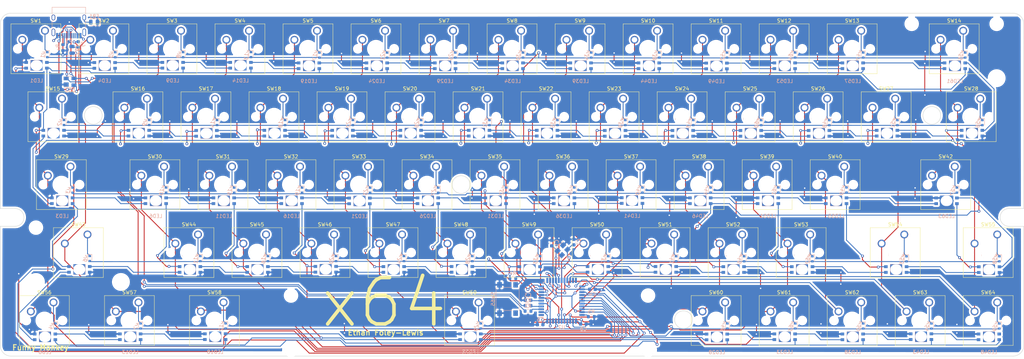
<source format=kicad_pcb>
(kicad_pcb (version 20171130) (host pcbnew "(5.1.9)-1")
  (layers (0 F.Cu signal) (31 B.Cu signal) (34 B.Paste user) (35 F.Paste user) (36 B.SilkS user) (37 F.SilkS user) (38 B.Mask user) (39 F.Mask user) (44 Edge.Cuts user))
  (net 0 "")
  (net 1 "Net-(D1-Pad1)")
  (net 2 "Net-(D2-Pad1)")
  (net 3 "Net-(D3-Pad1)")
  (net 4 "Net-(D4-Pad1)")
  (net 5 "Net-(D5-Pad1)")
  (net 6 "Net-(D6-Pad1)")
  (net 7 "Net-(D7-Pad1)")
  (net 8 "Net-(D8-Pad1)")
  (net 9 "Net-(D9-Pad1)")
  (net 10 "Net-(D10-Pad1)")
  (net 11 "Net-(D11-Pad1)")
  (net 12 "Net-(D12-Pad1)")
  (net 13 "Net-(D13-Pad1)")
  (net 14 "Net-(D14-Pad1)")
  (net 15 "Net-(D15-Pad1)")
  (net 16 "Net-(D16-Pad1)")
  (net 17 "Net-(D17-Pad1)")
  (net 18 "Net-(D18-Pad1)")
  (net 19 "Net-(D19-Pad1)")
  (net 20 "Net-(D20-Pad1)")
  (net 21 "Net-(D21-Pad1)")
  (net 22 "Net-(D22-Pad1)")
  (net 23 "Net-(D23-Pad1)")
  (net 24 "Net-(D24-Pad1)")
  (net 25 "Net-(D25-Pad1)")
  (net 26 "Net-(D26-Pad1)")
  (net 27 "Net-(D27-Pad1)")
  (net 28 "Net-(D28-Pad1)")
  (net 29 "Net-(D29-Pad1)")
  (net 30 "Net-(D30-Pad1)")
  (net 31 "Net-(D31-Pad1)")
  (net 32 "Net-(D32-Pad1)")
  (net 33 "Net-(D33-Pad1)")
  (net 34 "Net-(D34-Pad1)")
  (net 35 "Net-(D35-Pad1)")
  (net 36 "Net-(D36-Pad1)")
  (net 37 "Net-(D37-Pad1)")
  (net 38 "Net-(D38-Pad1)")
  (net 39 "Net-(D39-Pad1)")
  (net 40 "Net-(D40-Pad1)")
  (net 41 "Net-(D41-Pad1)")
  (net 42 "Net-(D42-Pad1)")
  (net 43 "Net-(D43-Pad1)")
  (net 44 "Net-(D44-Pad1)")
  (net 45 "Net-(D45-Pad1)")
  (net 46 "Net-(D46-Pad1)")
  (net 47 "Net-(D47-Pad1)")
  (net 48 "Net-(D48-Pad1)")
  (net 49 "Net-(D49-Pad1)")
  (net 50 "Net-(D50-Pad1)")
  (net 51 "Net-(D51-Pad1)")
  (net 52 "Net-(D53-Pad1)")
  (net 53 "Net-(D54-Pad1)")
  (net 54 "Net-(D55-Pad1)")
  (net 55 "Net-(D56-Pad1)")
  (net 56 "Net-(D57-Pad1)")
  (net 57 "Net-(D58-Pad1)")
  (net 58 "Net-(D59-Pad1)")
  (net 59 "Net-(LED1-PadDOUT)")
  (net 60 /R0)
  (net 61 /R1)
  (net 62 /R2)
  (net 63 /R4)
  (net 64 /R3)
  (net 65 /C0)
  (net 66 /C1)
  (net 67 /C2)
  (net 68 /C3)
  (net 69 /C4)
  (net 70 /C5)
  (net 71 /C6)
  (net 72 /C7)
  (net 73 /C8)
  (net 74 /C9)
  (net 75 /C11)
  (net 76 /C12)
  (net 77 /C14)
  (net 78 /C10)
  (net 79 /C13)
  (net 80 "Net-(D60-Pad1)")
  (net 81 "Net-(D61-Pad1)")
  (net 82 "Net-(D62-Pad1)")
  (net 83 "Net-(D63-Pad1)")
  (net 84 "Net-(D64-Pad1)")
  (net 85 /LED)
  (net 86 GND)
  (net 87 +5V)
  (net 88 "Net-(LED2-PadDIN)")
  (net 89 "Net-(LED2-PadDOUT)")
  (net 90 "Net-(LED3-PadDOUT)")
  (net 91 "Net-(LED4-PadDOUT)")
  (net 92 "Net-(LED10-PadDOUT)")
  (net 93 "Net-(LED11-PadDIN)")
  (net 94 "Net-(LED12-PadDOUT)")
  (net 95 "Net-(LED7-PadDOUT)")
  (net 96 "Net-(LED13-PadDIN)")
  (net 97 "Net-(LED14-PadDIN)")
  (net 98 "Net-(LED10-PadDIN)")
  (net 99 "Net-(LED11-PadDOUT)")
  (net 100 "Net-(LED12-PadDIN)")
  (net 101 "Net-(LED13-PadDOUT)")
  (net 102 "Net-(LED14-PadDOUT)")
  (net 103 "Net-(LED15-PadDIN)")
  (net 104 "Net-(LED16-PadDOUT)")
  (net 105 "Net-(LED17-PadDIN)")
  (net 106 "Net-(LED18-PadDOUT)")
  (net 107 "Net-(LED19-PadDOUT)")
  (net 108 "Net-(LED20-PadDIN)")
  (net 109 "Net-(LED21-PadDOUT)")
  (net 110 "Net-(LED22-PadDIN)")
  (net 111 "Net-(LED23-PadDOUT)")
  (net 112 "Net-(LED24-PadDOUT)")
  (net 113 "Net-(LED25-PadDIN)")
  (net 114 "Net-(LED26-PadDOUT)")
  (net 115 "Net-(LED27-PadDIN)")
  (net 116 "Net-(LED28-PadDOUT)")
  (net 117 "Net-(LED29-PadDOUT)")
  (net 118 "Net-(LED30-PadDIN)")
  (net 119 "Net-(LED31-PadDOUT)")
  (net 120 "Net-(LED32-PadDIN)")
  (net 121 "Net-(LED33-PadDOUT)")
  (net 122 "Net-(LED34-PadDOUT)")
  (net 123 "Net-(LED35-PadDIN)")
  (net 124 "Net-(LED36-PadDOUT)")
  (net 125 "Net-(LED37-PadDIN)")
  (net 126 "Net-(LED38-PadDOUT)")
  (net 127 "Net-(LED39-PadDOUT)")
  (net 128 "Net-(LED40-PadDIN)")
  (net 129 "Net-(LED41-PadDOUT)")
  (net 130 "Net-(LED42-PadDIN)")
  (net 131 "Net-(LED43-PadDOUT)")
  (net 132 "Net-(LED44-PadDOUT)")
  (net 133 "Net-(LED45-PadDIN)")
  (net 134 "Net-(LED46-PadDOUT)")
  (net 135 "Net-(LED47-PadDIN)")
  (net 136 "Net-(LED48-PadDOUT)")
  (net 137 "Net-(LED49-PadDOUT)")
  (net 138 "Net-(LED50-PadDIN)")
  (net 139 "Net-(LED51-PadDOUT)")
  (net 140 "Net-(LED52-PadDIN)")
  (net 141 "Net-(LED53-PadDOUT)")
  (net 142 "Net-(LED54-PadDIN)")
  (net 143 "Net-(LED55-PadDOUT)")
  (net 144 "Net-(LED56-PadDIN)")
  (net 145 "Net-(LED57-PadDOUT)")
  (net 146 "Net-(LED58-PadDIN)")
  (net 147 "Net-(LED60-PadDIN)")
  (net 148 "Net-(LED61-PadDOUT)")
  (net 149 "Net-(LED63-PadDOUT)")
  (net 150 "Net-(U2-Pad42)")
  (net 151 "Net-(U2-Pad22)")
  (net 152 "Net-(U2-Pad12)")
  (net 153 "Net-(U2-Pad1)")
  (net 154 "Net-(C1-Pad1)")
  (net 155 "Net-(C2-Pad1)")
  (net 156 "Net-(C3-Pad1)")
  (net 157 /VBUS)
  (net 158 /D-)
  (net 159 /D+)
  (net 160 "Net-(F1-Pad1)")
  (net 161 "Net-(FB1-Pad2)")
  (net 162 "Net-(P1-PadA5)")
  (net 163 "Net-(P1-PadB5)")
  (net 164 "Net-(R2-Pad1)")
  (net 165 "Net-(R3-Pad1)")
  (net 166 "Net-(R4-Pad1)")
  (net 167 "Net-(R5-Pad2)")
  (net 168 "Net-(U2-Pad21)")
  (module led:LED_SK6812mini-e (layer B.Cu) (at 281.1 86.025 180)
    (fp_text reference LED64 (at 0 -0.5) (layer B.SilkS) (effects (justify mirror)))
    (fp_text value SK6812MINI-E)
    (pad "" np_thru_hole rect (at 0.01 -4.79 180) (size 3.3 2.9) (drill oval 3.3 2.9) (layers *.Cu *.Mask))
    (pad DIN smd rect (at -2.9 -4 180) (size 1 0.82) (layers B.Cu B.Paste B.Mask) (net 149 "Net-(LED63-PadDOUT)"))
    (pad GND smd rect (at -2.9 -5.6 180) (size 1 0.82) (layers B.Cu B.Paste B.Mask) (net 86 GND))
    (pad VDD smd rect (at 2.9 -4 180) (size 1 0.82) (layers B.Cu B.Paste B.Mask) (net 87 +5V))
    (pad DOUT smd rect (at 2.9 -5.6 180) (size 1 0.82) (layers B.Cu B.Paste B.Mask) (net 147 "Net-(LED60-PadDIN)"))
  )
  (module led:LED_SK6812mini-e (layer B.Cu) (at 269.17 76.32)
    (fp_text reference LED63 (at 0 -0.5) (layer B.SilkS) (effects (justify mirror)))
    (fp_text value SK6812MINI-E)
    (pad "" np_thru_hole rect (at 0.01 -4.79) (size 3.3 2.9) (drill oval 3.3 2.9) (layers *.Cu *.Mask))
    (pad DIN smd rect (at -2.9 -4) (size 1 0.82) (layers B.Cu B.Paste B.Mask) (net 143 "Net-(LED55-PadDOUT)"))
    (pad GND smd rect (at -2.9 -5.6) (size 1 0.82) (layers B.Cu B.Paste B.Mask) (net 86 GND))
    (pad VDD smd rect (at 2.9 -4) (size 1 0.82) (layers B.Cu B.Paste B.Mask) (net 87 +5V))
    (pad DOUT smd rect (at 2.9 -5.6) (size 1 0.82) (layers B.Cu B.Paste B.Mask) (net 149 "Net-(LED63-PadDOUT)"))
  )
  (module led:LED_SK6812mini-e (layer B.Cu) (at 276.3 47.75 180)
    (fp_text reference LED62 (at 0 -0.5) (layer B.SilkS) (effects (justify mirror)))
    (fp_text value SK6812MINI-E)
    (pad "" np_thru_hole rect (at 0.01 -4.79 180) (size 3.3 2.9) (drill oval 3.3 2.9) (layers *.Cu *.Mask))
    (pad DIN smd rect (at -2.9 -4 180) (size 1 0.82) (layers B.Cu B.Paste B.Mask) (net 148 "Net-(LED61-PadDOUT)"))
    (pad GND smd rect (at -2.9 -5.6 180) (size 1 0.82) (layers B.Cu B.Paste B.Mask) (net 86 GND))
    (pad VDD smd rect (at 2.9 -4 180) (size 1 0.82) (layers B.Cu B.Paste B.Mask) (net 87 +5V))
    (pad DOUT smd rect (at 2.9 -5.6 180) (size 1 0.82) (layers B.Cu B.Paste B.Mask) (net 146 "Net-(LED58-PadDIN)"))
  )
  (module led:LED_SK6812mini-e (layer B.Cu) (at 271.5 38.45)
    (fp_text reference LED61 (at 0 -0.5) (layer B.SilkS) (effects (justify mirror)))
    (fp_text value SK6812MINI-E)
    (pad "" np_thru_hole rect (at 0.01 -4.79) (size 3.3 2.9) (drill oval 3.3 2.9) (layers *.Cu *.Mask))
    (pad DIN smd rect (at -2.9 -4) (size 1 0.82) (layers B.Cu B.Paste B.Mask) (net 145 "Net-(LED57-PadDOUT)"))
    (pad GND smd rect (at -2.9 -5.6) (size 1 0.82) (layers B.Cu B.Paste B.Mask) (net 86 GND))
    (pad VDD smd rect (at 2.9 -4) (size 1 0.82) (layers B.Cu B.Paste B.Mask) (net 87 +5V))
    (pad DOUT smd rect (at 2.9 -5.6) (size 1 0.82) (layers B.Cu B.Paste B.Mask) (net 148 "Net-(LED61-PadDOUT)"))
  )
  (module led:LED_SK6812mini-e (layer B.Cu) (at 255.075 86 180)
    (fp_text reference LED60 (at 0 -0.5) (layer B.SilkS) (effects (justify mirror)))
    (fp_text value SK6812MINI-E)
    (pad "" np_thru_hole rect (at 0.01 -4.79 180) (size 3.3 2.9) (drill oval 3.3 2.9) (layers *.Cu *.Mask))
    (pad DIN smd rect (at -2.9 -4 180) (size 1 0.82) (layers B.Cu B.Paste B.Mask) (net 147 "Net-(LED60-PadDIN)"))
    (pad GND smd rect (at -2.9 -5.6 180) (size 1 0.82) (layers B.Cu B.Paste B.Mask) (net 86 GND))
    (pad VDD smd rect (at 2.9 -4 180) (size 1 0.82) (layers B.Cu B.Paste B.Mask) (net 87 +5V))
    (pad DOUT smd rect (at 2.9 -5.6 180) (size 1 0.82) (layers B.Cu B.Paste B.Mask) (net 144 "Net-(LED56-PadDIN)"))
  )
  (module led:LED_SK6812mini-e (layer B.Cu) (at 252.5 47.75 180)
    (fp_text reference LED58 (at 0 -0.5) (layer B.SilkS) (effects (justify mirror)))
    (fp_text value SK6812MINI-E)
    (pad "" np_thru_hole rect (at 0.01 -4.79 180) (size 3.3 2.9) (drill oval 3.3 2.9) (layers *.Cu *.Mask))
    (pad DIN smd rect (at -2.9 -4 180) (size 1 0.82) (layers B.Cu B.Paste B.Mask) (net 146 "Net-(LED58-PadDIN)"))
    (pad GND smd rect (at -2.9 -5.6 180) (size 1 0.82) (layers B.Cu B.Paste B.Mask) (net 86 GND))
    (pad VDD smd rect (at 2.9 -4 180) (size 1 0.82) (layers B.Cu B.Paste B.Mask) (net 87 +5V))
    (pad DOUT smd rect (at 2.9 -5.6 180) (size 1 0.82) (layers B.Cu B.Paste B.Mask) (net 142 "Net-(LED54-PadDIN)"))
  )
  (module led:LED_SK6812mini-e (layer B.Cu) (at 242.9 38.45)
    (fp_text reference LED57 (at 0 -0.5) (layer B.SilkS) (effects (justify mirror)))
    (fp_text value SK6812MINI-E)
    (pad "" np_thru_hole rect (at 0.01 -4.79) (size 3.3 2.9) (drill oval 3.3 2.9) (layers *.Cu *.Mask))
    (pad DIN smd rect (at -2.9 -4) (size 1 0.82) (layers B.Cu B.Paste B.Mask) (net 141 "Net-(LED53-PadDOUT)"))
    (pad GND smd rect (at -2.9 -5.6) (size 1 0.82) (layers B.Cu B.Paste B.Mask) (net 86 GND))
    (pad VDD smd rect (at 2.9 -4) (size 1 0.82) (layers B.Cu B.Paste B.Mask) (net 87 +5V))
    (pad DOUT smd rect (at 2.9 -5.6) (size 1 0.82) (layers B.Cu B.Paste B.Mask) (net 145 "Net-(LED57-PadDOUT)"))
  )
  (module led:LED_SK6812mini-e (layer B.Cu) (at 228.725 86 180)
    (fp_text reference LED56 (at 0 -0.5) (layer B.SilkS) (effects (justify mirror)))
    (fp_text value SK6812MINI-E)
    (pad "" np_thru_hole rect (at 0.01 -4.79 180) (size 3.3 2.9) (drill oval 3.3 2.9) (layers *.Cu *.Mask))
    (pad DIN smd rect (at -2.9 -4 180) (size 1 0.82) (layers B.Cu B.Paste B.Mask) (net 144 "Net-(LED56-PadDIN)"))
    (pad GND smd rect (at -2.9 -5.6 180) (size 1 0.82) (layers B.Cu B.Paste B.Mask) (net 86 GND))
    (pad VDD smd rect (at 2.9 -4 180) (size 1 0.82) (layers B.Cu B.Paste B.Mask) (net 87 +5V))
    (pad DOUT smd rect (at 2.9 -5.6 180) (size 1 0.82) (layers B.Cu B.Paste B.Mask) (net 140 "Net-(LED52-PadDIN)"))
  )
  (module led:LED_SK6812mini-e (layer B.Cu) (at 238.25 76.3)
    (fp_text reference LED55 (at 0 -0.5) (layer B.SilkS) (effects (justify mirror)))
    (fp_text value SK6812MINI-E)
    (pad "" np_thru_hole rect (at 0.01 -4.79) (size 3.3 2.9) (drill oval 3.3 2.9) (layers *.Cu *.Mask))
    (pad DIN smd rect (at -2.9 -4) (size 1 0.82) (layers B.Cu B.Paste B.Mask) (net 139 "Net-(LED51-PadDOUT)"))
    (pad GND smd rect (at -2.9 -5.6) (size 1 0.82) (layers B.Cu B.Paste B.Mask) (net 86 GND))
    (pad VDD smd rect (at 2.9 -4) (size 1 0.82) (layers B.Cu B.Paste B.Mask) (net 87 +5V))
    (pad DOUT smd rect (at 2.9 -5.6) (size 1 0.82) (layers B.Cu B.Paste B.Mask) (net 143 "Net-(LED55-PadDOUT)"))
  )
  (module led:LED_SK6812mini-e (layer B.Cu) (at 233.45 47.8 180)
    (fp_text reference LED54 (at 0 -0.5) (layer B.SilkS) (effects (justify mirror)))
    (fp_text value SK6812MINI-E)
    (pad "" np_thru_hole rect (at 0.01 -4.79 180) (size 3.3 2.9) (drill oval 3.3 2.9) (layers *.Cu *.Mask))
    (pad DIN smd rect (at -2.9 -4 180) (size 1 0.82) (layers B.Cu B.Paste B.Mask) (net 142 "Net-(LED54-PadDIN)"))
    (pad GND smd rect (at -2.9 -5.6 180) (size 1 0.82) (layers B.Cu B.Paste B.Mask) (net 86 GND))
    (pad VDD smd rect (at 2.9 -4 180) (size 1 0.82) (layers B.Cu B.Paste B.Mask) (net 87 +5V))
    (pad DOUT smd rect (at 2.9 -5.6 180) (size 1 0.82) (layers B.Cu B.Paste B.Mask) (net 138 "Net-(LED50-PadDIN)"))
  )
  (module led:LED_SK6812mini-e (layer B.Cu) (at 223.85 38.45)
    (fp_text reference LED53 (at 0 -0.5) (layer B.SilkS) (effects (justify mirror)))
    (fp_text value SK6812MINI-E)
    (pad "" np_thru_hole rect (at 0.01 -4.79) (size 3.3 2.9) (drill oval 3.3 2.9) (layers *.Cu *.Mask))
    (pad DIN smd rect (at -2.9 -4) (size 1 0.82) (layers B.Cu B.Paste B.Mask) (net 137 "Net-(LED49-PadDOUT)"))
    (pad GND smd rect (at -2.9 -5.6) (size 1 0.82) (layers B.Cu B.Paste B.Mask) (net 86 GND))
    (pad VDD smd rect (at 2.9 -4) (size 1 0.82) (layers B.Cu B.Paste B.Mask) (net 87 +5V))
    (pad DOUT smd rect (at 2.9 -5.6) (size 1 0.82) (layers B.Cu B.Paste B.Mask) (net 141 "Net-(LED53-PadDOUT)"))
  )
  (module led:LED_SK6812mini-e (layer B.Cu) (at 209.55 86 180)
    (fp_text reference LED52 (at 0 -0.5) (layer B.SilkS) (effects (justify mirror)))
    (fp_text value SK6812MINI-E)
    (pad "" np_thru_hole rect (at 0.01 -4.79 180) (size 3.3 2.9) (drill oval 3.3 2.9) (layers *.Cu *.Mask))
    (pad DIN smd rect (at -2.9 -4 180) (size 1 0.82) (layers B.Cu B.Paste B.Mask) (net 140 "Net-(LED52-PadDIN)"))
    (pad GND smd rect (at -2.9 -5.6 180) (size 1 0.82) (layers B.Cu B.Paste B.Mask) (net 86 GND))
    (pad VDD smd rect (at 2.9 -4 180) (size 1 0.82) (layers B.Cu B.Paste B.Mask) (net 87 +5V))
    (pad DOUT smd rect (at 2.9 -5.6 180) (size 1 0.82) (layers B.Cu B.Paste B.Mask) (net 135 "Net-(LED47-PadDIN)"))
  )
  (module led:LED_SK6812mini-e (layer B.Cu) (at 219.15 76.3)
    (fp_text reference LED51 (at 0 -0.5) (layer B.SilkS) (effects (justify mirror)))
    (fp_text value SK6812MINI-E)
    (pad "" np_thru_hole rect (at 0.01 -4.79) (size 3.3 2.9) (drill oval 3.3 2.9) (layers *.Cu *.Mask))
    (pad DIN smd rect (at -2.9 -4) (size 1 0.82) (layers B.Cu B.Paste B.Mask) (net 134 "Net-(LED46-PadDOUT)"))
    (pad GND smd rect (at -2.9 -5.6) (size 1 0.82) (layers B.Cu B.Paste B.Mask) (net 86 GND))
    (pad VDD smd rect (at 2.9 -4) (size 1 0.82) (layers B.Cu B.Paste B.Mask) (net 87 +5V))
    (pad DOUT smd rect (at 2.9 -5.6) (size 1 0.82) (layers B.Cu B.Paste B.Mask) (net 139 "Net-(LED51-PadDOUT)"))
  )
  (module led:LED_SK6812mini-e (layer B.Cu) (at 214.35 47.8 180)
    (fp_text reference LED50 (at 0 -0.5) (layer B.SilkS) (effects (justify mirror)))
    (fp_text value SK6812MINI-E)
    (pad "" np_thru_hole rect (at 0.01 -4.79 180) (size 3.3 2.9) (drill oval 3.3 2.9) (layers *.Cu *.Mask))
    (pad DIN smd rect (at -2.9 -4 180) (size 1 0.82) (layers B.Cu B.Paste B.Mask) (net 138 "Net-(LED50-PadDIN)"))
    (pad GND smd rect (at -2.9 -5.6 180) (size 1 0.82) (layers B.Cu B.Paste B.Mask) (net 86 GND))
    (pad VDD smd rect (at 2.9 -4 180) (size 1 0.82) (layers B.Cu B.Paste B.Mask) (net 87 +5V))
    (pad DOUT smd rect (at 2.9 -5.6 180) (size 1 0.82) (layers B.Cu B.Paste B.Mask) (net 133 "Net-(LED45-PadDIN)"))
  )
  (module led:LED_SK6812mini-e (layer B.Cu) (at 204.75 38.5)
    (fp_text reference LED49 (at 0 -0.5) (layer B.SilkS) (effects (justify mirror)))
    (fp_text value SK6812MINI-E)
    (pad "" np_thru_hole rect (at 0.01 -4.79) (size 3.3 2.9) (drill oval 3.3 2.9) (layers *.Cu *.Mask))
    (pad DIN smd rect (at -2.9 -4) (size 1 0.82) (layers B.Cu B.Paste B.Mask) (net 132 "Net-(LED44-PadDOUT)"))
    (pad GND smd rect (at -2.9 -5.6) (size 1 0.82) (layers B.Cu B.Paste B.Mask) (net 86 GND))
    (pad VDD smd rect (at 2.9 -4) (size 1 0.82) (layers B.Cu B.Paste B.Mask) (net 87 +5V))
    (pad DOUT smd rect (at 2.9 -5.6) (size 1 0.82) (layers B.Cu B.Paste B.Mask) (net 137 "Net-(LED49-PadDOUT)"))
  )
  (module led:LED_SK6812mini-e (layer B.Cu) (at 281.025 114.475)
    (fp_text reference LED48 (at 0 -0.5) (layer B.SilkS) (effects (justify mirror)))
    (fp_text value SK6812MINI-E)
    (pad "" np_thru_hole rect (at 0.01 -4.79) (size 3.3 2.9) (drill oval 3.3 2.9) (layers *.Cu *.Mask))
    (pad DIN smd rect (at -2.9 -4) (size 1 0.82) (layers B.Cu B.Paste B.Mask) (net 131 "Net-(LED43-PadDOUT)"))
    (pad GND smd rect (at -2.9 -5.6) (size 1 0.82) (layers B.Cu B.Paste B.Mask) (net 86 GND))
    (pad VDD smd rect (at 2.9 -4) (size 1 0.82) (layers B.Cu B.Paste B.Mask) (net 87 +5V))
    (pad DOUT smd rect (at 2.9 -5.6) (size 1 0.82) (layers B.Cu B.Paste B.Mask) (net 136 "Net-(LED48-PadDOUT)"))
  )
  (module led:LED_SK6812mini-e (layer B.Cu) (at 190.55 85.95 180)
    (fp_text reference LED47 (at 0 -0.5) (layer B.SilkS) (effects (justify mirror)))
    (fp_text value SK6812MINI-E)
    (pad "" np_thru_hole rect (at 0.01 -4.79 180) (size 3.3 2.9) (drill oval 3.3 2.9) (layers *.Cu *.Mask))
    (pad DIN smd rect (at -2.9 -4 180) (size 1 0.82) (layers B.Cu B.Paste B.Mask) (net 135 "Net-(LED47-PadDIN)"))
    (pad GND smd rect (at -2.9 -5.6 180) (size 1 0.82) (layers B.Cu B.Paste B.Mask) (net 86 GND))
    (pad VDD smd rect (at 2.9 -4 180) (size 1 0.82) (layers B.Cu B.Paste B.Mask) (net 87 +5V))
    (pad DOUT smd rect (at 2.9 -5.6 180) (size 1 0.82) (layers B.Cu B.Paste B.Mask) (net 130 "Net-(LED42-PadDIN)"))
  )
  (module led:LED_SK6812mini-e (layer B.Cu) (at 200.2 76.3)
    (fp_text reference LED46 (at 0 -0.5) (layer B.SilkS) (effects (justify mirror)))
    (fp_text value SK6812MINI-E)
    (pad "" np_thru_hole rect (at 0.01 -4.79) (size 3.3 2.9) (drill oval 3.3 2.9) (layers *.Cu *.Mask))
    (pad DIN smd rect (at -2.9 -4) (size 1 0.82) (layers B.Cu B.Paste B.Mask) (net 129 "Net-(LED41-PadDOUT)"))
    (pad GND smd rect (at -2.9 -5.6) (size 1 0.82) (layers B.Cu B.Paste B.Mask) (net 86 GND))
    (pad VDD smd rect (at 2.9 -4) (size 1 0.82) (layers B.Cu B.Paste B.Mask) (net 87 +5V))
    (pad DOUT smd rect (at 2.9 -5.6) (size 1 0.82) (layers B.Cu B.Paste B.Mask) (net 134 "Net-(LED46-PadDOUT)"))
  )
  (module led:LED_SK6812mini-e (layer B.Cu) (at 195.3 47.8 180)
    (fp_text reference LED45 (at 0 -0.5) (layer B.SilkS) (effects (justify mirror)))
    (fp_text value SK6812MINI-E)
    (pad "" np_thru_hole rect (at 0.01 -4.79 180) (size 3.3 2.9) (drill oval 3.3 2.9) (layers *.Cu *.Mask))
    (pad DIN smd rect (at -2.9 -4 180) (size 1 0.82) (layers B.Cu B.Paste B.Mask) (net 133 "Net-(LED45-PadDIN)"))
    (pad GND smd rect (at -2.9 -5.6 180) (size 1 0.82) (layers B.Cu B.Paste B.Mask) (net 86 GND))
    (pad VDD smd rect (at 2.9 -4 180) (size 1 0.82) (layers B.Cu B.Paste B.Mask) (net 87 +5V))
    (pad DOUT smd rect (at 2.9 -5.6 180) (size 1 0.82) (layers B.Cu B.Paste B.Mask) (net 128 "Net-(LED40-PadDIN)"))
  )
  (module led:LED_SK6812mini-e (layer B.Cu) (at 185.8 38.45)
    (fp_text reference LED44 (at 0 -0.5) (layer B.SilkS) (effects (justify mirror)))
    (fp_text value SK6812MINI-E)
    (pad "" np_thru_hole rect (at 0.01 -4.79) (size 3.3 2.9) (drill oval 3.3 2.9) (layers *.Cu *.Mask))
    (pad DIN smd rect (at -2.9 -4) (size 1 0.82) (layers B.Cu B.Paste B.Mask) (net 127 "Net-(LED39-PadDOUT)"))
    (pad GND smd rect (at -2.9 -5.6) (size 1 0.82) (layers B.Cu B.Paste B.Mask) (net 86 GND))
    (pad VDD smd rect (at 2.9 -4) (size 1 0.82) (layers B.Cu B.Paste B.Mask) (net 87 +5V))
    (pad DOUT smd rect (at 2.9 -5.6) (size 1 0.82) (layers B.Cu B.Paste B.Mask) (net 132 "Net-(LED44-PadDOUT)"))
  )
  (module led:LED_SK6812mini-e (layer B.Cu) (at 262.025 114.425)
    (fp_text reference LED43 (at 0 -0.5) (layer B.SilkS) (effects (justify mirror)))
    (fp_text value SK6812MINI-E)
    (pad "" np_thru_hole rect (at 0.01 -4.79) (size 3.3 2.9) (drill oval 3.3 2.9) (layers *.Cu *.Mask))
    (pad DIN smd rect (at -2.9 -4) (size 1 0.82) (layers B.Cu B.Paste B.Mask) (net 126 "Net-(LED38-PadDOUT)"))
    (pad GND smd rect (at -2.9 -5.6) (size 1 0.82) (layers B.Cu B.Paste B.Mask) (net 86 GND))
    (pad VDD smd rect (at 2.9 -4) (size 1 0.82) (layers B.Cu B.Paste B.Mask) (net 87 +5V))
    (pad DOUT smd rect (at 2.9 -5.6) (size 1 0.82) (layers B.Cu B.Paste B.Mask) (net 131 "Net-(LED43-PadDOUT)"))
  )
  (module led:LED_SK6812mini-e (layer B.Cu) (at 171.525 85.95 180)
    (fp_text reference LED42 (at 0 -0.5) (layer B.SilkS) (effects (justify mirror)))
    (fp_text value SK6812MINI-E)
    (pad "" np_thru_hole rect (at 0.01 -4.79 180) (size 3.3 2.9) (drill oval 3.3 2.9) (layers *.Cu *.Mask))
    (pad DIN smd rect (at -2.9 -4 180) (size 1 0.82) (layers B.Cu B.Paste B.Mask) (net 130 "Net-(LED42-PadDIN)"))
    (pad GND smd rect (at -2.9 -5.6 180) (size 1 0.82) (layers B.Cu B.Paste B.Mask) (net 86 GND))
    (pad VDD smd rect (at 2.9 -4 180) (size 1 0.82) (layers B.Cu B.Paste B.Mask) (net 87 +5V))
    (pad DOUT smd rect (at 2.9 -5.6 180) (size 1 0.82) (layers B.Cu B.Paste B.Mask) (net 125 "Net-(LED37-PadDIN)"))
  )
  (module led:LED_SK6812mini-e (layer B.Cu) (at 181.1 76.25)
    (fp_text reference LED41 (at 0 -0.5) (layer B.SilkS) (effects (justify mirror)))
    (fp_text value SK6812MINI-E)
    (pad "" np_thru_hole rect (at 0.01 -4.79) (size 3.3 2.9) (drill oval 3.3 2.9) (layers *.Cu *.Mask))
    (pad DIN smd rect (at -2.9 -4) (size 1 0.82) (layers B.Cu B.Paste B.Mask) (net 124 "Net-(LED36-PadDOUT)"))
    (pad GND smd rect (at -2.9 -5.6) (size 1 0.82) (layers B.Cu B.Paste B.Mask) (net 86 GND))
    (pad VDD smd rect (at 2.9 -4) (size 1 0.82) (layers B.Cu B.Paste B.Mask) (net 87 +5V))
    (pad DOUT smd rect (at 2.9 -5.6) (size 1 0.82) (layers B.Cu B.Paste B.Mask) (net 129 "Net-(LED41-PadDOUT)"))
  )
  (module led:LED_SK6812mini-e (layer B.Cu) (at 176.35 47.8 180)
    (fp_text reference LED40 (at 0 -0.5) (layer B.SilkS) (effects (justify mirror)))
    (fp_text value SK6812MINI-E)
    (pad "" np_thru_hole rect (at 0.01 -4.79 180) (size 3.3 2.9) (drill oval 3.3 2.9) (layers *.Cu *.Mask))
    (pad DIN smd rect (at -2.9 -4 180) (size 1 0.82) (layers B.Cu B.Paste B.Mask) (net 128 "Net-(LED40-PadDIN)"))
    (pad GND smd rect (at -2.9 -5.6 180) (size 1 0.82) (layers B.Cu B.Paste B.Mask) (net 86 GND))
    (pad VDD smd rect (at 2.9 -4 180) (size 1 0.82) (layers B.Cu B.Paste B.Mask) (net 87 +5V))
    (pad DOUT smd rect (at 2.9 -5.6 180) (size 1 0.82) (layers B.Cu B.Paste B.Mask) (net 123 "Net-(LED35-PadDIN)"))
  )
  (module led:LED_SK6812mini-e (layer B.Cu) (at 166.7 38.45)
    (fp_text reference LED39 (at 0 -0.5) (layer B.SilkS) (effects (justify mirror)))
    (fp_text value SK6812MINI-E)
    (pad "" np_thru_hole rect (at 0.01 -4.79) (size 3.3 2.9) (drill oval 3.3 2.9) (layers *.Cu *.Mask))
    (pad DIN smd rect (at -2.9 -4) (size 1 0.82) (layers B.Cu B.Paste B.Mask) (net 122 "Net-(LED34-PadDOUT)"))
    (pad GND smd rect (at -2.9 -5.6) (size 1 0.82) (layers B.Cu B.Paste B.Mask) (net 86 GND))
    (pad VDD smd rect (at 2.9 -4) (size 1 0.82) (layers B.Cu B.Paste B.Mask) (net 87 +5V))
    (pad DOUT smd rect (at 2.9 -5.6) (size 1 0.82) (layers B.Cu B.Paste B.Mask) (net 127 "Net-(LED39-PadDOUT)"))
  )
  (module led:LED_SK6812mini-e (layer B.Cu) (at 242.9 114.475)
    (fp_text reference LED38 (at 0 -0.5) (layer B.SilkS) (effects (justify mirror)))
    (fp_text value SK6812MINI-E)
    (pad "" np_thru_hole rect (at 0.01 -4.79) (size 3.3 2.9) (drill oval 3.3 2.9) (layers *.Cu *.Mask))
    (pad DIN smd rect (at -2.9 -4) (size 1 0.82) (layers B.Cu B.Paste B.Mask) (net 121 "Net-(LED33-PadDOUT)"))
    (pad GND smd rect (at -2.9 -5.6) (size 1 0.82) (layers B.Cu B.Paste B.Mask) (net 86 GND))
    (pad VDD smd rect (at 2.9 -4) (size 1 0.82) (layers B.Cu B.Paste B.Mask) (net 87 +5V))
    (pad DOUT smd rect (at 2.9 -5.6) (size 1 0.82) (layers B.Cu B.Paste B.Mask) (net 126 "Net-(LED38-PadDOUT)"))
  )
  (module led:LED_SK6812mini-e (layer B.Cu) (at 152.425 86 180)
    (fp_text reference LED37 (at 0 -0.5) (layer B.SilkS) (effects (justify mirror)))
    (fp_text value SK6812MINI-E)
    (pad "" np_thru_hole rect (at 0.01 -4.79 180) (size 3.3 2.9) (drill oval 3.3 2.9) (layers *.Cu *.Mask))
    (pad DIN smd rect (at -2.9 -4 180) (size 1 0.82) (layers B.Cu B.Paste B.Mask) (net 125 "Net-(LED37-PadDIN)"))
    (pad GND smd rect (at -2.9 -5.6 180) (size 1 0.82) (layers B.Cu B.Paste B.Mask) (net 86 GND))
    (pad VDD smd rect (at 2.9 -4 180) (size 1 0.82) (layers B.Cu B.Paste B.Mask) (net 87 +5V))
    (pad DOUT smd rect (at 2.9 -5.6 180) (size 1 0.82) (layers B.Cu B.Paste B.Mask) (net 120 "Net-(LED32-PadDIN)"))
  )
  (module led:LED_SK6812mini-e (layer B.Cu) (at 162.05 76.3)
    (fp_text reference LED36 (at 0 -0.5) (layer B.SilkS) (effects (justify mirror)))
    (fp_text value SK6812MINI-E)
    (pad "" np_thru_hole rect (at 0.01 -4.79) (size 3.3 2.9) (drill oval 3.3 2.9) (layers *.Cu *.Mask))
    (pad DIN smd rect (at -2.9 -4) (size 1 0.82) (layers B.Cu B.Paste B.Mask) (net 119 "Net-(LED31-PadDOUT)"))
    (pad GND smd rect (at -2.9 -5.6) (size 1 0.82) (layers B.Cu B.Paste B.Mask) (net 86 GND))
    (pad VDD smd rect (at 2.9 -4) (size 1 0.82) (layers B.Cu B.Paste B.Mask) (net 87 +5V))
    (pad DOUT smd rect (at 2.9 -5.6) (size 1 0.82) (layers B.Cu B.Paste B.Mask) (net 124 "Net-(LED36-PadDOUT)"))
  )
  (module led:LED_SK6812mini-e (layer B.Cu) (at 157.3 47.75 180)
    (fp_text reference LED35 (at 0 -0.5) (layer B.SilkS) (effects (justify mirror)))
    (fp_text value SK6812MINI-E)
    (pad "" np_thru_hole rect (at 0.01 -4.79 180) (size 3.3 2.9) (drill oval 3.3 2.9) (layers *.Cu *.Mask))
    (pad DIN smd rect (at -2.9 -4 180) (size 1 0.82) (layers B.Cu B.Paste B.Mask) (net 123 "Net-(LED35-PadDIN)"))
    (pad GND smd rect (at -2.9 -5.6 180) (size 1 0.82) (layers B.Cu B.Paste B.Mask) (net 86 GND))
    (pad VDD smd rect (at 2.9 -4 180) (size 1 0.82) (layers B.Cu B.Paste B.Mask) (net 87 +5V))
    (pad DOUT smd rect (at 2.9 -5.6 180) (size 1 0.82) (layers B.Cu B.Paste B.Mask) (net 118 "Net-(LED30-PadDIN)"))
  )
  (module led:LED_SK6812mini-e (layer B.Cu) (at 147.65 38.45)
    (fp_text reference LED34 (at 0 -0.5) (layer B.SilkS) (effects (justify mirror)))
    (fp_text value SK6812MINI-E)
    (pad "" np_thru_hole rect (at 0.01 -4.79) (size 3.3 2.9) (drill oval 3.3 2.9) (layers *.Cu *.Mask))
    (pad DIN smd rect (at -2.9 -4) (size 1 0.82) (layers B.Cu B.Paste B.Mask) (net 117 "Net-(LED29-PadDOUT)"))
    (pad GND smd rect (at -2.9 -5.6) (size 1 0.82) (layers B.Cu B.Paste B.Mask) (net 86 GND))
    (pad VDD smd rect (at 2.9 -4) (size 1 0.82) (layers B.Cu B.Paste B.Mask) (net 87 +5V))
    (pad DOUT smd rect (at 2.9 -5.6) (size 1 0.82) (layers B.Cu B.Paste B.Mask) (net 122 "Net-(LED34-PadDOUT)"))
  )
  (module led:LED_SK6812mini-e (layer B.Cu) (at 223.85 114.45)
    (fp_text reference LED33 (at 0 -0.5) (layer B.SilkS) (effects (justify mirror)))
    (fp_text value SK6812MINI-E)
    (pad "" np_thru_hole rect (at 0.01 -4.79) (size 3.3 2.9) (drill oval 3.3 2.9) (layers *.Cu *.Mask))
    (pad DIN smd rect (at -2.9 -4) (size 1 0.82) (layers B.Cu B.Paste B.Mask) (net 116 "Net-(LED28-PadDOUT)"))
    (pad GND smd rect (at -2.9 -5.6) (size 1 0.82) (layers B.Cu B.Paste B.Mask) (net 86 GND))
    (pad VDD smd rect (at 2.9 -4) (size 1 0.82) (layers B.Cu B.Paste B.Mask) (net 87 +5V))
    (pad DOUT smd rect (at 2.9 -5.6) (size 1 0.82) (layers B.Cu B.Paste B.Mask) (net 121 "Net-(LED33-PadDOUT)"))
  )
  (module led:LED_SK6812mini-e (layer B.Cu) (at 133.45 85.95 180)
    (fp_text reference LED32 (at 0 -0.5) (layer B.SilkS) (effects (justify mirror)))
    (fp_text value SK6812MINI-E)
    (pad "" np_thru_hole rect (at 0.01 -4.79 180) (size 3.3 2.9) (drill oval 3.3 2.9) (layers *.Cu *.Mask))
    (pad DIN smd rect (at -2.9 -4 180) (size 1 0.82) (layers B.Cu B.Paste B.Mask) (net 120 "Net-(LED32-PadDIN)"))
    (pad GND smd rect (at -2.9 -5.6 180) (size 1 0.82) (layers B.Cu B.Paste B.Mask) (net 86 GND))
    (pad VDD smd rect (at 2.9 -4 180) (size 1 0.82) (layers B.Cu B.Paste B.Mask) (net 87 +5V))
    (pad DOUT smd rect (at 2.9 -5.6 180) (size 1 0.82) (layers B.Cu B.Paste B.Mask) (net 115 "Net-(LED27-PadDIN)"))
  )
  (module led:LED_SK6812mini-e (layer B.Cu) (at 142.9 76.3)
    (fp_text reference LED31 (at 0 -0.5) (layer B.SilkS) (effects (justify mirror)))
    (fp_text value SK6812MINI-E)
    (pad "" np_thru_hole rect (at 0.01 -4.79) (size 3.3 2.9) (drill oval 3.3 2.9) (layers *.Cu *.Mask))
    (pad DIN smd rect (at -2.9 -4) (size 1 0.82) (layers B.Cu B.Paste B.Mask) (net 114 "Net-(LED26-PadDOUT)"))
    (pad GND smd rect (at -2.9 -5.6) (size 1 0.82) (layers B.Cu B.Paste B.Mask) (net 86 GND))
    (pad VDD smd rect (at 2.9 -4) (size 1 0.82) (layers B.Cu B.Paste B.Mask) (net 87 +5V))
    (pad DOUT smd rect (at 2.9 -5.6) (size 1 0.82) (layers B.Cu B.Paste B.Mask) (net 119 "Net-(LED31-PadDOUT)"))
  )
  (module led:LED_SK6812mini-e (layer B.Cu) (at 138.25 47.75 180)
    (fp_text reference LED30 (at 0 -0.5) (layer B.SilkS) (effects (justify mirror)))
    (fp_text value SK6812MINI-E)
    (pad "" np_thru_hole rect (at 0.01 -4.79 180) (size 3.3 2.9) (drill oval 3.3 2.9) (layers *.Cu *.Mask))
    (pad DIN smd rect (at -2.9 -4 180) (size 1 0.82) (layers B.Cu B.Paste B.Mask) (net 118 "Net-(LED30-PadDIN)"))
    (pad GND smd rect (at -2.9 -5.6 180) (size 1 0.82) (layers B.Cu B.Paste B.Mask) (net 86 GND))
    (pad VDD smd rect (at 2.9 -4 180) (size 1 0.82) (layers B.Cu B.Paste B.Mask) (net 87 +5V))
    (pad DOUT smd rect (at 2.9 -5.6 180) (size 1 0.82) (layers B.Cu B.Paste B.Mask) (net 113 "Net-(LED25-PadDIN)"))
  )
  (module led:LED_SK6812mini-e (layer B.Cu) (at 128.75 38.45)
    (fp_text reference LED29 (at 0 -0.5) (layer B.SilkS) (effects (justify mirror)))
    (fp_text value SK6812MINI-E)
    (pad "" np_thru_hole rect (at 0.01 -4.79) (size 3.3 2.9) (drill oval 3.3 2.9) (layers *.Cu *.Mask))
    (pad DIN smd rect (at -2.9 -4) (size 1 0.82) (layers B.Cu B.Paste B.Mask) (net 112 "Net-(LED24-PadDOUT)"))
    (pad GND smd rect (at -2.9 -5.6) (size 1 0.82) (layers B.Cu B.Paste B.Mask) (net 86 GND))
    (pad VDD smd rect (at 2.9 -4) (size 1 0.82) (layers B.Cu B.Paste B.Mask) (net 87 +5V))
    (pad DOUT smd rect (at 2.9 -5.6) (size 1 0.82) (layers B.Cu B.Paste B.Mask) (net 117 "Net-(LED29-PadDOUT)"))
  )
  (module led:LED_SK6812mini-e (layer B.Cu) (at 204.85 114.5)
    (fp_text reference LED28 (at 0 -0.5) (layer B.SilkS) (effects (justify mirror)))
    (fp_text value SK6812MINI-E)
    (pad "" np_thru_hole rect (at 0.01 -4.79) (size 3.3 2.9) (drill oval 3.3 2.9) (layers *.Cu *.Mask))
    (pad DIN smd rect (at -2.9 -4) (size 1 0.82) (layers B.Cu B.Paste B.Mask) (net 111 "Net-(LED23-PadDOUT)"))
    (pad GND smd rect (at -2.9 -5.6) (size 1 0.82) (layers B.Cu B.Paste B.Mask) (net 86 GND))
    (pad VDD smd rect (at 2.9 -4) (size 1 0.82) (layers B.Cu B.Paste B.Mask) (net 87 +5V))
    (pad DOUT smd rect (at 2.9 -5.6) (size 1 0.82) (layers B.Cu B.Paste B.Mask) (net 116 "Net-(LED28-PadDOUT)"))
  )
  (module led:LED_SK6812mini-e (layer B.Cu) (at 114.35 85.975 180)
    (fp_text reference LED27 (at 0 -0.5) (layer B.SilkS) (effects (justify mirror)))
    (fp_text value SK6812MINI-E)
    (pad "" np_thru_hole rect (at 0.01 -4.79 180) (size 3.3 2.9) (drill oval 3.3 2.9) (layers *.Cu *.Mask))
    (pad DIN smd rect (at -2.9 -4 180) (size 1 0.82) (layers B.Cu B.Paste B.Mask) (net 115 "Net-(LED27-PadDIN)"))
    (pad GND smd rect (at -2.9 -5.6 180) (size 1 0.82) (layers B.Cu B.Paste B.Mask) (net 86 GND))
    (pad VDD smd rect (at 2.9 -4 180) (size 1 0.82) (layers B.Cu B.Paste B.Mask) (net 87 +5V))
    (pad DOUT smd rect (at 2.9 -5.6 180) (size 1 0.82) (layers B.Cu B.Paste B.Mask) (net 110 "Net-(LED22-PadDIN)"))
  )
  (module led:LED_SK6812mini-e (layer B.Cu) (at 123.9 76.3)
    (fp_text reference LED26 (at 0 -0.5) (layer B.SilkS) (effects (justify mirror)))
    (fp_text value SK6812MINI-E)
    (pad "" np_thru_hole rect (at 0.01 -4.79) (size 3.3 2.9) (drill oval 3.3 2.9) (layers *.Cu *.Mask))
    (pad DIN smd rect (at -2.9 -4) (size 1 0.82) (layers B.Cu B.Paste B.Mask) (net 109 "Net-(LED21-PadDOUT)"))
    (pad GND smd rect (at -2.9 -5.6) (size 1 0.82) (layers B.Cu B.Paste B.Mask) (net 86 GND))
    (pad VDD smd rect (at 2.9 -4) (size 1 0.82) (layers B.Cu B.Paste B.Mask) (net 87 +5V))
    (pad DOUT smd rect (at 2.9 -5.6) (size 1 0.82) (layers B.Cu B.Paste B.Mask) (net 114 "Net-(LED26-PadDOUT)"))
  )
  (module led:LED_SK6812mini-e (layer B.Cu) (at 119.1 47.75 180)
    (fp_text reference LED25 (at 0 -0.5) (layer B.SilkS) (effects (justify mirror)))
    (fp_text value SK6812MINI-E)
    (pad "" np_thru_hole rect (at 0.01 -4.79 180) (size 3.3 2.9) (drill oval 3.3 2.9) (layers *.Cu *.Mask))
    (pad DIN smd rect (at -2.9 -4 180) (size 1 0.82) (layers B.Cu B.Paste B.Mask) (net 113 "Net-(LED25-PadDIN)"))
    (pad GND smd rect (at -2.9 -5.6 180) (size 1 0.82) (layers B.Cu B.Paste B.Mask) (net 86 GND))
    (pad VDD smd rect (at 2.9 -4 180) (size 1 0.82) (layers B.Cu B.Paste B.Mask) (net 87 +5V))
    (pad DOUT smd rect (at 2.9 -5.6 180) (size 1 0.82) (layers B.Cu B.Paste B.Mask) (net 108 "Net-(LED20-PadDIN)"))
  )
  (module led:LED_SK6812mini-e (layer B.Cu) (at 109.6 38.45)
    (fp_text reference LED24 (at 0 -0.5) (layer B.SilkS) (effects (justify mirror)))
    (fp_text value SK6812MINI-E)
    (pad "" np_thru_hole rect (at 0.01 -4.79) (size 3.3 2.9) (drill oval 3.3 2.9) (layers *.Cu *.Mask))
    (pad DIN smd rect (at -2.9 -4) (size 1 0.82) (layers B.Cu B.Paste B.Mask) (net 107 "Net-(LED19-PadDOUT)"))
    (pad GND smd rect (at -2.9 -5.6) (size 1 0.82) (layers B.Cu B.Paste B.Mask) (net 86 GND))
    (pad VDD smd rect (at 2.9 -4) (size 1 0.82) (layers B.Cu B.Paste B.Mask) (net 87 +5V))
    (pad DOUT smd rect (at 2.9 -5.6) (size 1 0.82) (layers B.Cu B.Paste B.Mask) (net 112 "Net-(LED24-PadDOUT)"))
  )
  (module led:LED_SK6812mini-e (layer B.Cu) (at 135.825 114.45)
    (fp_text reference LED23 (at 0 -0.5) (layer B.SilkS) (effects (justify mirror)))
    (fp_text value SK6812MINI-E)
    (pad "" np_thru_hole rect (at 0.01 -4.79) (size 3.3 2.9) (drill oval 3.3 2.9) (layers *.Cu *.Mask))
    (pad DIN smd rect (at -2.9 -4) (size 1 0.82) (layers B.Cu B.Paste B.Mask) (net 106 "Net-(LED18-PadDOUT)"))
    (pad GND smd rect (at -2.9 -5.6) (size 1 0.82) (layers B.Cu B.Paste B.Mask) (net 86 GND))
    (pad VDD smd rect (at 2.9 -4) (size 1 0.82) (layers B.Cu B.Paste B.Mask) (net 87 +5V))
    (pad DOUT smd rect (at 2.9 -5.6) (size 1 0.82) (layers B.Cu B.Paste B.Mask) (net 111 "Net-(LED23-PadDOUT)"))
  )
  (module led:LED_SK6812mini-e (layer B.Cu) (at 95.3 85.925 180)
    (fp_text reference LED22 (at 0 -0.5) (layer B.SilkS) (effects (justify mirror)))
    (fp_text value SK6812MINI-E)
    (pad "" np_thru_hole rect (at 0.01 -4.79 180) (size 3.3 2.9) (drill oval 3.3 2.9) (layers *.Cu *.Mask))
    (pad DIN smd rect (at -2.9 -4 180) (size 1 0.82) (layers B.Cu B.Paste B.Mask) (net 110 "Net-(LED22-PadDIN)"))
    (pad GND smd rect (at -2.9 -5.6 180) (size 1 0.82) (layers B.Cu B.Paste B.Mask) (net 86 GND))
    (pad VDD smd rect (at 2.9 -4 180) (size 1 0.82) (layers B.Cu B.Paste B.Mask) (net 87 +5V))
    (pad DOUT smd rect (at 2.9 -5.6 180) (size 1 0.82) (layers B.Cu B.Paste B.Mask) (net 105 "Net-(LED17-PadDIN)"))
  )
  (module led:LED_SK6812mini-e (layer B.Cu) (at 104.75 76.35)
    (fp_text reference LED21 (at 0 -0.5) (layer B.SilkS) (effects (justify mirror)))
    (fp_text value SK6812MINI-E)
    (pad "" np_thru_hole rect (at 0.01 -4.79) (size 3.3 2.9) (drill oval 3.3 2.9) (layers *.Cu *.Mask))
    (pad DIN smd rect (at -2.9 -4) (size 1 0.82) (layers B.Cu B.Paste B.Mask) (net 104 "Net-(LED16-PadDOUT)"))
    (pad GND smd rect (at -2.9 -5.6) (size 1 0.82) (layers B.Cu B.Paste B.Mask) (net 86 GND))
    (pad VDD smd rect (at 2.9 -4) (size 1 0.82) (layers B.Cu B.Paste B.Mask) (net 87 +5V))
    (pad DOUT smd rect (at 2.9 -5.6) (size 1 0.82) (layers B.Cu B.Paste B.Mask) (net 109 "Net-(LED21-PadDOUT)"))
  )
  (module led:LED_SK6812mini-e (layer B.Cu) (at 100 47.75 180)
    (fp_text reference LED20 (at 0 -0.5) (layer B.SilkS) (effects (justify mirror)))
    (fp_text value SK6812MINI-E)
    (pad "" np_thru_hole rect (at 0.01 -4.79 180) (size 3.3 2.9) (drill oval 3.3 2.9) (layers *.Cu *.Mask))
    (pad DIN smd rect (at -2.9 -4 180) (size 1 0.82) (layers B.Cu B.Paste B.Mask) (net 108 "Net-(LED20-PadDIN)"))
    (pad GND smd rect (at -2.9 -5.6 180) (size 1 0.82) (layers B.Cu B.Paste B.Mask) (net 86 GND))
    (pad VDD smd rect (at 2.9 -4 180) (size 1 0.82) (layers B.Cu B.Paste B.Mask) (net 87 +5V))
    (pad DOUT smd rect (at 2.9 -5.6 180) (size 1 0.82) (layers B.Cu B.Paste B.Mask) (net 103 "Net-(LED15-PadDIN)"))
  )
  (module led:LED_SK6812mini-e (layer B.Cu) (at 90.6 38.45)
    (fp_text reference LED19 (at 0 -0.5) (layer B.SilkS) (effects (justify mirror)))
    (fp_text value SK6812MINI-E)
    (pad "" np_thru_hole rect (at 0.01 -4.79) (size 3.3 2.9) (drill oval 3.3 2.9) (layers *.Cu *.Mask))
    (pad DIN smd rect (at -2.9 -4) (size 1 0.82) (layers B.Cu B.Paste B.Mask) (net 102 "Net-(LED14-PadDOUT)"))
    (pad GND smd rect (at -2.9 -5.6) (size 1 0.82) (layers B.Cu B.Paste B.Mask) (net 86 GND))
    (pad VDD smd rect (at 2.9 -4) (size 1 0.82) (layers B.Cu B.Paste B.Mask) (net 87 +5V))
    (pad DOUT smd rect (at 2.9 -5.6) (size 1 0.82) (layers B.Cu B.Paste B.Mask) (net 107 "Net-(LED19-PadDOUT)"))
  )
  (module led:LED_SK6812mini-e (layer B.Cu) (at 64.35 114.425)
    (fp_text reference LED18 (at 0 -0.5) (layer B.SilkS) (effects (justify mirror)))
    (fp_text value SK6812MINI-E)
    (pad "" np_thru_hole rect (at 0.01 -4.79) (size 3.3 2.9) (drill oval 3.3 2.9) (layers *.Cu *.Mask))
    (pad DIN smd rect (at -2.9 -4) (size 1 0.82) (layers B.Cu B.Paste B.Mask) (net 101 "Net-(LED13-PadDOUT)"))
    (pad GND smd rect (at -2.9 -5.6) (size 1 0.82) (layers B.Cu B.Paste B.Mask) (net 86 GND))
    (pad VDD smd rect (at 2.9 -4) (size 1 0.82) (layers B.Cu B.Paste B.Mask) (net 87 +5V))
    (pad DOUT smd rect (at 2.9 -5.6) (size 1 0.82) (layers B.Cu B.Paste B.Mask) (net 106 "Net-(LED18-PadDOUT)"))
  )
  (module led:LED_SK6812mini-e (layer B.Cu) (at 76.2 85.975 180)
    (fp_text reference LED17 (at 0 -0.5) (layer B.SilkS) (effects (justify mirror)))
    (fp_text value SK6812MINI-E)
    (pad "" np_thru_hole rect (at 0.01 -4.79 180) (size 3.3 2.9) (drill oval 3.3 2.9) (layers *.Cu *.Mask))
    (pad DIN smd rect (at -2.9 -4 180) (size 1 0.82) (layers B.Cu B.Paste B.Mask) (net 105 "Net-(LED17-PadDIN)"))
    (pad GND smd rect (at -2.9 -5.6 180) (size 1 0.82) (layers B.Cu B.Paste B.Mask) (net 86 GND))
    (pad VDD smd rect (at 2.9 -4 180) (size 1 0.82) (layers B.Cu B.Paste B.Mask) (net 87 +5V))
    (pad DOUT smd rect (at 2.9 -5.6 180) (size 1 0.82) (layers B.Cu B.Paste B.Mask) (net 100 "Net-(LED12-PadDIN)"))
  )
  (module led:LED_SK6812mini-e (layer B.Cu) (at 85.75 76.3)
    (fp_text reference LED16 (at 0 -0.5) (layer B.SilkS) (effects (justify mirror)))
    (fp_text value SK6812MINI-E)
    (pad "" np_thru_hole rect (at 0.01 -4.79) (size 3.3 2.9) (drill oval 3.3 2.9) (layers *.Cu *.Mask))
    (pad DIN smd rect (at -2.9 -4) (size 1 0.82) (layers B.Cu B.Paste B.Mask) (net 99 "Net-(LED11-PadDOUT)"))
    (pad GND smd rect (at -2.9 -5.6) (size 1 0.82) (layers B.Cu B.Paste B.Mask) (net 86 GND))
    (pad VDD smd rect (at 2.9 -4) (size 1 0.82) (layers B.Cu B.Paste B.Mask) (net 87 +5V))
    (pad DOUT smd rect (at 2.9 -5.6) (size 1 0.82) (layers B.Cu B.Paste B.Mask) (net 104 "Net-(LED16-PadDOUT)"))
  )
  (module led:LED_SK6812mini-e (layer B.Cu) (at 81 47.75 180)
    (fp_text reference LED15 (at 0 -0.5) (layer B.SilkS) (effects (justify mirror)))
    (fp_text value SK6812MINI-E)
    (pad "" np_thru_hole rect (at 0.01 -4.79 180) (size 3.3 2.9) (drill oval 3.3 2.9) (layers *.Cu *.Mask))
    (pad DIN smd rect (at -2.9 -4 180) (size 1 0.82) (layers B.Cu B.Paste B.Mask) (net 103 "Net-(LED15-PadDIN)"))
    (pad GND smd rect (at -2.9 -5.6 180) (size 1 0.82) (layers B.Cu B.Paste B.Mask) (net 86 GND))
    (pad VDD smd rect (at 2.9 -4 180) (size 1 0.82) (layers B.Cu B.Paste B.Mask) (net 87 +5V))
    (pad DOUT smd rect (at 2.9 -5.6 180) (size 1 0.82) (layers B.Cu B.Paste B.Mask) (net 98 "Net-(LED10-PadDIN)"))
  )
  (module led:LED_SK6812mini-e (layer B.Cu) (at 71.45 38.3)
    (fp_text reference LED14 (at 0 -0.5) (layer B.SilkS) (effects (justify mirror)))
    (fp_text value SK6812MINI-E)
    (pad "" np_thru_hole rect (at 0.01 -4.79) (size 3.3 2.9) (drill oval 3.3 2.9) (layers *.Cu *.Mask))
    (pad DIN smd rect (at -2.9 -4) (size 1 0.82) (layers B.Cu B.Paste B.Mask) (net 97 "Net-(LED14-PadDIN)"))
    (pad GND smd rect (at -2.9 -5.6) (size 1 0.82) (layers B.Cu B.Paste B.Mask) (net 86 GND))
    (pad VDD smd rect (at 2.9 -4) (size 1 0.82) (layers B.Cu B.Paste B.Mask) (net 87 +5V))
    (pad DOUT smd rect (at 2.9 -5.6) (size 1 0.82) (layers B.Cu B.Paste B.Mask) (net 102 "Net-(LED14-PadDOUT)"))
  )
  (module led:LED_SK6812mini-e (layer B.Cu) (at 40.55 114.45)
    (fp_text reference LED13 (at 0 -0.5) (layer B.SilkS) (effects (justify mirror)))
    (fp_text value SK6812MINI-E)
    (pad "" np_thru_hole rect (at 0.01 -4.79) (size 3.3 2.9) (drill oval 3.3 2.9) (layers *.Cu *.Mask))
    (pad DIN smd rect (at -2.9 -4) (size 1 0.82) (layers B.Cu B.Paste B.Mask) (net 96 "Net-(LED13-PadDIN)"))
    (pad GND smd rect (at -2.9 -5.6) (size 1 0.82) (layers B.Cu B.Paste B.Mask) (net 86 GND))
    (pad VDD smd rect (at 2.9 -4) (size 1 0.82) (layers B.Cu B.Paste B.Mask) (net 87 +5V))
    (pad DOUT smd rect (at 2.9 -5.6) (size 1 0.82) (layers B.Cu B.Paste B.Mask) (net 101 "Net-(LED13-PadDOUT)"))
  )
  (module led:LED_SK6812mini-e (layer B.Cu) (at 57.275 85.975 180)
    (fp_text reference LED12 (at 0 -0.5) (layer B.SilkS) (effects (justify mirror)))
    (fp_text value SK6812MINI-E)
    (pad "" np_thru_hole rect (at 0.01 -4.79 180) (size 3.3 2.9) (drill oval 3.3 2.9) (layers *.Cu *.Mask))
    (pad DIN smd rect (at -2.9 -4 180) (size 1 0.82) (layers B.Cu B.Paste B.Mask) (net 100 "Net-(LED12-PadDIN)"))
    (pad GND smd rect (at -2.9 -5.6 180) (size 1 0.82) (layers B.Cu B.Paste B.Mask) (net 86 GND))
    (pad VDD smd rect (at 2.9 -4 180) (size 1 0.82) (layers B.Cu B.Paste B.Mask) (net 87 +5V))
    (pad DOUT smd rect (at 2.9 -5.6 180) (size 1 0.82) (layers B.Cu B.Paste B.Mask) (net 94 "Net-(LED12-PadDOUT)"))
  )
  (module led:LED_SK6812mini-e (layer B.Cu) (at 66.75 76.3)
    (fp_text reference LED11 (at 0 -0.5) (layer B.SilkS) (effects (justify mirror)))
    (fp_text value SK6812MINI-E)
    (pad "" np_thru_hole rect (at 0.01 -4.79) (size 3.3 2.9) (drill oval 3.3 2.9) (layers *.Cu *.Mask))
    (pad DIN smd rect (at -2.9 -4) (size 1 0.82) (layers B.Cu B.Paste B.Mask) (net 93 "Net-(LED11-PadDIN)"))
    (pad GND smd rect (at -2.9 -5.6) (size 1 0.82) (layers B.Cu B.Paste B.Mask) (net 86 GND))
    (pad VDD smd rect (at 2.9 -4) (size 1 0.82) (layers B.Cu B.Paste B.Mask) (net 87 +5V))
    (pad DOUT smd rect (at 2.9 -5.6) (size 1 0.82) (layers B.Cu B.Paste B.Mask) (net 99 "Net-(LED11-PadDOUT)"))
  )
  (module led:LED_SK6812mini-e (layer B.Cu) (at 61.9 47.8 180)
    (fp_text reference LED10 (at 0 -0.5) (layer B.SilkS) (effects (justify mirror)))
    (fp_text value SK6812MINI-E)
    (pad "" np_thru_hole rect (at 0.01 -4.79 180) (size 3.3 2.9) (drill oval 3.3 2.9) (layers *.Cu *.Mask))
    (pad DIN smd rect (at -2.9 -4 180) (size 1 0.82) (layers B.Cu B.Paste B.Mask) (net 98 "Net-(LED10-PadDIN)"))
    (pad GND smd rect (at -2.9 -5.6 180) (size 1 0.82) (layers B.Cu B.Paste B.Mask) (net 86 GND))
    (pad VDD smd rect (at 2.9 -4 180) (size 1 0.82) (layers B.Cu B.Paste B.Mask) (net 87 +5V))
    (pad DOUT smd rect (at 2.9 -5.6 180) (size 1 0.82) (layers B.Cu B.Paste B.Mask) (net 92 "Net-(LED10-PadDOUT)"))
  )
  (module led:LED_SK6812mini-e (layer B.Cu) (at 52.45 38.3)
    (fp_text reference LED9 (at 0 -0.5) (layer B.SilkS) (effects (justify mirror)))
    (fp_text value SK6812MINI-E)
    (pad "" np_thru_hole rect (at 0.01 -4.79) (size 3.3 2.9) (drill oval 3.3 2.9) (layers *.Cu *.Mask))
    (pad DIN smd rect (at -2.9 -4) (size 1 0.82) (layers B.Cu B.Paste B.Mask) (net 91 "Net-(LED4-PadDOUT)"))
    (pad GND smd rect (at -2.9 -5.6) (size 1 0.82) (layers B.Cu B.Paste B.Mask) (net 86 GND))
    (pad VDD smd rect (at 2.9 -4) (size 1 0.82) (layers B.Cu B.Paste B.Mask) (net 87 +5V))
    (pad DOUT smd rect (at 2.9 -5.6) (size 1 0.82) (layers B.Cu B.Paste B.Mask) (net 97 "Net-(LED14-PadDIN)"))
  )
  (module led:LED_SK6812mini-e (layer B.Cu) (at 16.675 114.475)
    (fp_text reference LED8 (at 0 -0.5) (layer B.SilkS) (effects (justify mirror)))
    (fp_text value SK6812MINI-E)
    (pad "" np_thru_hole rect (at 0.01 -4.79) (size 3.3 2.9) (drill oval 3.3 2.9) (layers *.Cu *.Mask))
    (pad DIN smd rect (at -2.9 -4) (size 1 0.82) (layers B.Cu B.Paste B.Mask) (net 95 "Net-(LED7-PadDOUT)"))
    (pad GND smd rect (at -2.9 -5.6) (size 1 0.82) (layers B.Cu B.Paste B.Mask) (net 86 GND))
    (pad VDD smd rect (at 2.9 -4) (size 1 0.82) (layers B.Cu B.Paste B.Mask) (net 87 +5V))
    (pad DOUT smd rect (at 2.9 -5.6) (size 1 0.82) (layers B.Cu B.Paste B.Mask) (net 96 "Net-(LED13-PadDIN)"))
  )
  (module led:LED_SK6812mini-e (layer B.Cu) (at 26.3 85.95 180)
    (fp_text reference LED7 (at 0 -0.5) (layer B.SilkS) (effects (justify mirror)))
    (fp_text value SK6812MINI-E)
    (pad "" np_thru_hole rect (at 0.01 -4.79 180) (size 3.3 2.9) (drill oval 3.3 2.9) (layers *.Cu *.Mask))
    (pad DIN smd rect (at -2.9 -4 180) (size 1 0.82) (layers B.Cu B.Paste B.Mask) (net 94 "Net-(LED12-PadDOUT)"))
    (pad GND smd rect (at -2.9 -5.6 180) (size 1 0.82) (layers B.Cu B.Paste B.Mask) (net 86 GND))
    (pad VDD smd rect (at 2.9 -4 180) (size 1 0.82) (layers B.Cu B.Paste B.Mask) (net 87 +5V))
    (pad DOUT smd rect (at 2.9 -5.6 180) (size 1 0.82) (layers B.Cu B.Paste B.Mask) (net 95 "Net-(LED7-PadDOUT)"))
  )
  (module led:LED_SK6812mini-e (layer B.Cu) (at 47.7 76.3)
    (fp_text reference LED6 (at 0 -0.5) (layer B.SilkS) (effects (justify mirror)))
    (fp_text value SK6812MINI-E)
    (pad "" np_thru_hole rect (at 0.01 -4.79) (size 3.3 2.9) (drill oval 3.3 2.9) (layers *.Cu *.Mask))
    (pad DIN smd rect (at -2.9 -4) (size 1 0.82) (layers B.Cu B.Paste B.Mask) (net 90 "Net-(LED3-PadDOUT)"))
    (pad GND smd rect (at -2.9 -5.6) (size 1 0.82) (layers B.Cu B.Paste B.Mask) (net 86 GND))
    (pad VDD smd rect (at 2.9 -4) (size 1 0.82) (layers B.Cu B.Paste B.Mask) (net 87 +5V))
    (pad DOUT smd rect (at 2.9 -5.6) (size 1 0.82) (layers B.Cu B.Paste B.Mask) (net 93 "Net-(LED11-PadDIN)"))
  )
  (module led:LED_SK6812mini-e (layer B.Cu) (at 42.95 47.75 180)
    (fp_text reference LED5 (at 0 -0.5) (layer B.SilkS) (effects (justify mirror)))
    (fp_text value SK6812MINI-E)
    (pad "" np_thru_hole rect (at 0.01 -4.79 180) (size 3.3 2.9) (drill oval 3.3 2.9) (layers *.Cu *.Mask))
    (pad DIN smd rect (at -2.9 -4 180) (size 1 0.82) (layers B.Cu B.Paste B.Mask) (net 92 "Net-(LED10-PadDOUT)"))
    (pad GND smd rect (at -2.9 -5.6 180) (size 1 0.82) (layers B.Cu B.Paste B.Mask) (net 86 GND))
    (pad VDD smd rect (at 2.9 -4 180) (size 1 0.82) (layers B.Cu B.Paste B.Mask) (net 87 +5V))
    (pad DOUT smd rect (at 2.9 -5.6 180) (size 1 0.82) (layers B.Cu B.Paste B.Mask) (net 88 "Net-(LED2-PadDIN)"))
  )
  (module led:LED_SK6812mini-e (layer B.Cu) (at 33.4 38.35)
    (fp_text reference LED4 (at 0 -0.5) (layer B.SilkS) (effects (justify mirror)))
    (fp_text value SK6812MINI-E)
    (pad "" np_thru_hole rect (at 0.01 -4.79) (size 3.3 2.9) (drill oval 3.3 2.9) (layers *.Cu *.Mask))
    (pad DIN smd rect (at -2.9 -4) (size 1 0.82) (layers B.Cu B.Paste B.Mask) (net 59 "Net-(LED1-PadDOUT)"))
    (pad GND smd rect (at -2.9 -5.6) (size 1 0.82) (layers B.Cu B.Paste B.Mask) (net 86 GND))
    (pad VDD smd rect (at 2.9 -4) (size 1 0.82) (layers B.Cu B.Paste B.Mask) (net 87 +5V))
    (pad DOUT smd rect (at 2.9 -5.6) (size 1 0.82) (layers B.Cu B.Paste B.Mask) (net 91 "Net-(LED4-PadDOUT)"))
  )
  (module led:LED_SK6812mini-e (layer B.Cu) (at 21.5 76.3)
    (fp_text reference LED3 (at 0 -0.5) (layer B.SilkS) (effects (justify mirror)))
    (fp_text value SK6812MINI-E)
    (pad "" np_thru_hole rect (at 0.01 -4.79) (size 3.3 2.9) (drill oval 3.3 2.9) (layers *.Cu *.Mask))
    (pad DIN smd rect (at -2.9 -4) (size 1 0.82) (layers B.Cu B.Paste B.Mask) (net 89 "Net-(LED2-PadDOUT)"))
    (pad GND smd rect (at -2.9 -5.6) (size 1 0.82) (layers B.Cu B.Paste B.Mask) (net 86 GND))
    (pad VDD smd rect (at 2.9 -4) (size 1 0.82) (layers B.Cu B.Paste B.Mask) (net 87 +5V))
    (pad DOUT smd rect (at 2.9 -5.6) (size 1 0.82) (layers B.Cu B.Paste B.Mask) (net 90 "Net-(LED3-PadDOUT)"))
  )
  (module led:LED_SK6812mini-e (layer B.Cu) (at 19.1 47.75 180)
    (fp_text reference LED2 (at 0 -0.5) (layer B.SilkS) (effects (justify mirror)))
    (fp_text value SK6812MINI-E)
    (pad "" np_thru_hole rect (at 0.01 -4.79 180) (size 3.3 2.9) (drill oval 3.3 2.9) (layers *.Cu *.Mask))
    (pad DIN smd rect (at -2.9 -4 180) (size 1 0.82) (layers B.Cu B.Paste B.Mask) (net 88 "Net-(LED2-PadDIN)"))
    (pad GND smd rect (at -2.9 -5.6 180) (size 1 0.82) (layers B.Cu B.Paste B.Mask) (net 86 GND))
    (pad VDD smd rect (at 2.9 -4 180) (size 1 0.82) (layers B.Cu B.Paste B.Mask) (net 87 +5V))
    (pad DOUT smd rect (at 2.9 -5.6 180) (size 1 0.82) (layers B.Cu B.Paste B.Mask) (net 89 "Net-(LED2-PadDOUT)"))
  )
  (module led:LED_SK6812mini-e (layer B.Cu) (at 14.3 38.31)
    (fp_text reference LED1 (at 0 -0.5) (layer B.SilkS) (effects (justify mirror)))
    (fp_text value SK6812MINI-E)
    (pad "" np_thru_hole rect (at 0.01 -4.79) (size 3.3 2.9) (drill oval 3.3 2.9) (layers *.Cu *.Mask))
    (pad DIN smd rect (at -2.9 -4) (size 1 0.82) (layers B.Cu B.Paste B.Mask) (net 85 /LED))
    (pad GND smd rect (at -2.9 -5.6) (size 1 0.82) (layers B.Cu B.Paste B.Mask) (net 86 GND))
    (pad VDD smd rect (at 2.9 -4) (size 1 0.82) (layers B.Cu B.Paste B.Mask) (net 87 +5V))
    (pad DOUT smd rect (at 2.9 -5.6) (size 1 0.82) (layers B.Cu B.Paste B.Mask) (net 59 "Net-(LED1-PadDOUT)"))
  )
  (module Diode_SMD:D_SOD-523 (layer B.Cu) (at 226.76 30.65 270)
    (fp_text reference D64 (at 0 1.3 90) (layer B.SilkS) (effects (justify mirror)))
    (fp_text value DIODE)
    (pad 1 smd rect (at -0.7 0 90) (size 0.6 0.7) (layers B.Cu B.Paste B.Mask) (net 84 "Net-(D64-Pad1)"))
    (pad 2 smd rect (at 0.7 0 90) (size 0.6 0.7) (layers B.Cu B.Paste B.Mask) (net 60 /R0))
  )
  (module Diode_SMD:D_SOD-523 (layer B.Cu) (at 226.8 106.63 270)
    (fp_text reference D63 (at 0 1.3 90) (layer B.SilkS) (effects (justify mirror)))
    (fp_text value DIODE)
    (pad 1 smd rect (at -0.7 0 90) (size 0.6 0.7) (layers B.Cu B.Paste B.Mask) (net 83 "Net-(D63-Pad1)"))
    (pad 2 smd rect (at 0.7 0 90) (size 0.6 0.7) (layers B.Cu B.Paste B.Mask) (net 63 /R4))
  )
  (module Diode_SMD:D_SOD-523 (layer B.Cu) (at 231.59 87.79 270)
    (fp_text reference D62 (at 0 1.3 90) (layer B.SilkS) (effects (justify mirror)))
    (fp_text value DIODE)
    (pad 1 smd rect (at -0.7 0 90) (size 0.6 0.7) (layers B.Cu B.Paste B.Mask) (net 82 "Net-(D62-Pad1)"))
    (pad 2 smd rect (at 0.7 0 90) (size 0.6 0.7) (layers B.Cu B.Paste B.Mask) (net 64 /R3))
  )
  (module Diode_SMD:D_SOD-523 (layer B.Cu) (at 222.05 68.49 270)
    (fp_text reference D61 (at 0 1.3 90) (layer B.SilkS) (effects (justify mirror)))
    (fp_text value DIODE)
    (pad 1 smd rect (at -0.7 0 90) (size 0.6 0.7) (layers B.Cu B.Paste B.Mask) (net 81 "Net-(D61-Pad1)"))
    (pad 2 smd rect (at 0.7 0 90) (size 0.6 0.7) (layers B.Cu B.Paste B.Mask) (net 62 /R2))
  )
  (module Diode_SMD:D_SOD-523 (layer B.Cu) (at 217.25 49.61 270)
    (fp_text reference D60 (at 0 1.3 90) (layer B.SilkS) (effects (justify mirror)))
    (fp_text value DIODE)
    (pad 1 smd rect (at -0.7 0 90) (size 0.6 0.7) (layers B.Cu B.Paste B.Mask) (net 80 "Net-(D60-Pad1)"))
    (pad 2 smd rect (at 0.7 0 90) (size 0.6 0.7) (layers B.Cu B.Paste B.Mask) (net 61 /R1))
  )
  (module Diode_SMD:D_SOD-523 (layer B.Cu) (at 283.95 106.65 270)
    (fp_text reference D59 (at 0 1.3 90) (layer B.SilkS) (effects (justify mirror)))
    (fp_text value DIODE)
    (pad 1 smd rect (at -0.7 0 90) (size 0.6 0.7) (layers B.Cu B.Paste B.Mask) (net 58 "Net-(D59-Pad1)"))
    (pad 2 smd rect (at 0.7 0 90) (size 0.6 0.7) (layers B.Cu B.Paste B.Mask) (net 63 /R4))
  )
  (module Diode_SMD:D_SOD-523 (layer B.Cu) (at 283.97 87.79 270)
    (fp_text reference D58 (at 0 1.3 90) (layer B.SilkS) (effects (justify mirror)))
    (fp_text value DIODE)
    (pad 1 smd rect (at -0.7 0 90) (size 0.6 0.7) (layers B.Cu B.Paste B.Mask) (net 57 "Net-(D58-Pad1)"))
    (pad 2 smd rect (at 0.7 0 90) (size 0.6 0.7) (layers B.Cu B.Paste B.Mask) (net 64 /R3))
  )
  (module Diode_SMD:D_SOD-523 (layer B.Cu) (at 272.07 68.52 270)
    (fp_text reference D57 (at 0 1.3 90) (layer B.SilkS) (effects (justify mirror)))
    (fp_text value DIODE)
    (pad 1 smd rect (at -0.7 0 90) (size 0.6 0.7) (layers B.Cu B.Paste B.Mask) (net 56 "Net-(D57-Pad1)"))
    (pad 2 smd rect (at 0.7 0 90) (size 0.6 0.7) (layers B.Cu B.Paste B.Mask) (net 62 /R2))
  )
  (module Diode_SMD:D_SOD-523 (layer B.Cu) (at 279.2 49.59 270)
    (fp_text reference D56 (at 0 1.3 90) (layer B.SilkS) (effects (justify mirror)))
    (fp_text value DIODE)
    (pad 1 smd rect (at -0.7 0 90) (size 0.6 0.7) (layers B.Cu B.Paste B.Mask) (net 55 "Net-(D56-Pad1)"))
    (pad 2 smd rect (at 0.7 0 90) (size 0.6 0.7) (layers B.Cu B.Paste B.Mask) (net 61 /R1))
  )
  (module Diode_SMD:D_SOD-523 (layer B.Cu) (at 274.4 30.66 270)
    (fp_text reference D55 (at 0 1.3 90) (layer B.SilkS) (effects (justify mirror)))
    (fp_text value DIODE)
    (pad 1 smd rect (at -0.7 0 90) (size 0.6 0.7) (layers B.Cu B.Paste B.Mask) (net 54 "Net-(D55-Pad1)"))
    (pad 2 smd rect (at 0.7 0 90) (size 0.6 0.7) (layers B.Cu B.Paste B.Mask) (net 60 /R0))
  )
  (module Diode_SMD:D_SOD-523 (layer B.Cu) (at 264.94 106.65 270)
    (fp_text reference D54 (at 0 1.3 90) (layer B.SilkS) (effects (justify mirror)))
    (fp_text value DIODE)
    (pad 1 smd rect (at -0.7 0 90) (size 0.6 0.7) (layers B.Cu B.Paste B.Mask) (net 53 "Net-(D54-Pad1)"))
    (pad 2 smd rect (at 0.7 0 90) (size 0.6 0.7) (layers B.Cu B.Paste B.Mask) (net 63 /R4))
  )
  (module Diode_SMD:D_SOD-523 (layer B.Cu) (at 257.96 87.8 270)
    (fp_text reference D53 (at 0 1.3 90) (layer B.SilkS) (effects (justify mirror)))
    (fp_text value DIODE)
    (pad 1 smd rect (at -0.7 0 90) (size 0.6 0.7) (layers B.Cu B.Paste B.Mask) (net 52 "Net-(D53-Pad1)"))
    (pad 2 smd rect (at 0.7 0 90) (size 0.6 0.7) (layers B.Cu B.Paste B.Mask) (net 64 /R3))
  )
  (module Diode_SMD:D_SOD-523 (layer B.Cu) (at 255.4 49.6 270)
    (fp_text reference D51 (at 0 1.3 90) (layer B.SilkS) (effects (justify mirror)))
    (fp_text value DIODE)
    (pad 1 smd rect (at -0.7 0 90) (size 0.6 0.7) (layers B.Cu B.Paste B.Mask) (net 51 "Net-(D51-Pad1)"))
    (pad 2 smd rect (at 0.7 0 90) (size 0.6 0.7) (layers B.Cu B.Paste B.Mask) (net 61 /R1))
  )
  (module Diode_SMD:D_SOD-523 (layer B.Cu) (at 245.83 106.64 270)
    (fp_text reference D50 (at 0 1.3 90) (layer B.SilkS) (effects (justify mirror)))
    (fp_text value DIODE)
    (pad 1 smd rect (at -0.7 0 90) (size 0.6 0.7) (layers B.Cu B.Paste B.Mask) (net 50 "Net-(D50-Pad1)"))
    (pad 2 smd rect (at 0.7 0 90) (size 0.6 0.7) (layers B.Cu B.Paste B.Mask) (net 63 /R4))
  )
  (module Diode_SMD:D_SOD-523 (layer B.Cu) (at 241.15 68.49 270)
    (fp_text reference D49 (at 0 1.3 90) (layer B.SilkS) (effects (justify mirror)))
    (fp_text value DIODE)
    (pad 1 smd rect (at -0.7 0 90) (size 0.6 0.7) (layers B.Cu B.Paste B.Mask) (net 49 "Net-(D49-Pad1)"))
    (pad 2 smd rect (at 0.7 0 90) (size 0.6 0.7) (layers B.Cu B.Paste B.Mask) (net 62 /R2))
  )
  (module Diode_SMD:D_SOD-523 (layer B.Cu) (at 236.33 49.6075 270)
    (fp_text reference D48 (at 0 1.3 90) (layer B.SilkS) (effects (justify mirror)))
    (fp_text value DIODE)
    (pad 1 smd rect (at -0.7 0 90) (size 0.6 0.7) (layers B.Cu B.Paste B.Mask) (net 48 "Net-(D48-Pad1)"))
    (pad 2 smd rect (at 0.7 0 90) (size 0.6 0.7) (layers B.Cu B.Paste B.Mask) (net 61 /R1))
  )
  (module Diode_SMD:D_SOD-523 (layer B.Cu) (at 245.82 30.65 270)
    (fp_text reference D47 (at 0 1.3 90) (layer B.SilkS) (effects (justify mirror)))
    (fp_text value DIODE)
    (pad 1 smd rect (at -0.7 0 90) (size 0.6 0.7) (layers B.Cu B.Paste B.Mask) (net 47 "Net-(D47-Pad1)"))
    (pad 2 smd rect (at 0.7 0 90) (size 0.6 0.7) (layers B.Cu B.Paste B.Mask) (net 60 /R0))
  )
  (module Diode_SMD:D_SOD-523 (layer B.Cu) (at 207.78 106.63 270)
    (fp_text reference D46 (at 0 1.3 90) (layer B.SilkS) (effects (justify mirror)))
    (fp_text value DIODE)
    (pad 1 smd rect (at -0.7 0 90) (size 0.6 0.7) (layers B.Cu B.Paste B.Mask) (net 46 "Net-(D46-Pad1)"))
    (pad 2 smd rect (at 0.7 0 90) (size 0.6 0.7) (layers B.Cu B.Paste B.Mask) (net 63 /R4))
  )
  (module Diode_SMD:D_SOD-523 (layer B.Cu) (at 212.48 87.79 270)
    (fp_text reference D45 (at 0 1.3 90) (layer B.SilkS) (effects (justify mirror)))
    (fp_text value DIODE)
    (pad 1 smd rect (at -0.7 0 90) (size 0.6 0.7) (layers B.Cu B.Paste B.Mask) (net 45 "Net-(D45-Pad1)"))
    (pad 2 smd rect (at 0.7 0 90) (size 0.6 0.7) (layers B.Cu B.Paste B.Mask) (net 64 /R3))
  )
  (module Diode_SMD:D_SOD-523 (layer B.Cu) (at 203.09 68.5 270)
    (fp_text reference D44 (at 0 1.3 90) (layer B.SilkS) (effects (justify mirror)))
    (fp_text value DIODE)
    (pad 1 smd rect (at -0.7 0 90) (size 0.6 0.7) (layers B.Cu B.Paste B.Mask) (net 44 "Net-(D44-Pad1)"))
    (pad 2 smd rect (at 0.7 0 90) (size 0.6 0.7) (layers B.Cu B.Paste B.Mask) (net 62 /R2))
  )
  (module Diode_SMD:D_SOD-523 (layer B.Cu) (at 198.24 49.59 270)
    (fp_text reference D43 (at 0 1.3 90) (layer B.SilkS) (effects (justify mirror)))
    (fp_text value DIODE)
    (pad 1 smd rect (at -0.7 0 90) (size 0.6 0.7) (layers B.Cu B.Paste B.Mask) (net 43 "Net-(D43-Pad1)"))
    (pad 2 smd rect (at 0.7 0 90) (size 0.6 0.7) (layers B.Cu B.Paste B.Mask) (net 61 /R1))
  )
  (module Diode_SMD:D_SOD-523 (layer B.Cu) (at 207.68 30.66 270)
    (fp_text reference D42 (at 0 1.3 90) (layer B.SilkS) (effects (justify mirror)))
    (fp_text value DIODE)
    (pad 1 smd rect (at -0.7 0 90) (size 0.6 0.7) (layers B.Cu B.Paste B.Mask) (net 42 "Net-(D42-Pad1)"))
    (pad 2 smd rect (at 0.7 0 90) (size 0.6 0.7) (layers B.Cu B.Paste B.Mask) (net 60 /R0))
  )
  (module Diode_SMD:D_SOD-523 (layer B.Cu) (at 193.44 87.78 270)
    (fp_text reference D41 (at 0 1.3 90) (layer B.SilkS) (effects (justify mirror)))
    (fp_text value DIODE)
    (pad 1 smd rect (at -0.7 0 90) (size 0.6 0.7) (layers B.Cu B.Paste B.Mask) (net 41 "Net-(D41-Pad1)"))
    (pad 2 smd rect (at 0.7 0 90) (size 0.6 0.7) (layers B.Cu B.Paste B.Mask) (net 64 /R3))
  )
  (module Diode_SMD:D_SOD-523 (layer B.Cu) (at 184 68.5 270)
    (fp_text reference D40 (at 0 1.3 90) (layer B.SilkS) (effects (justify mirror)))
    (fp_text value DIODE)
    (pad 1 smd rect (at -0.7 0 90) (size 0.6 0.7) (layers B.Cu B.Paste B.Mask) (net 40 "Net-(D40-Pad1)"))
    (pad 2 smd rect (at 0.7 0 90) (size 0.6 0.7) (layers B.Cu B.Paste B.Mask) (net 62 /R2))
  )
  (module Diode_SMD:D_SOD-523 (layer B.Cu) (at 179.2 49.59 270)
    (fp_text reference D39 (at 0 1.3 90) (layer B.SilkS) (effects (justify mirror)))
    (fp_text value DIODE)
    (pad 1 smd rect (at -0.7 0 90) (size 0.6 0.7) (layers B.Cu B.Paste B.Mask) (net 39 "Net-(D39-Pad1)"))
    (pad 2 smd rect (at 0.7 0 90) (size 0.6 0.7) (layers B.Cu B.Paste B.Mask) (net 61 /R1))
  )
  (module Diode_SMD:D_SOD-523 (layer B.Cu) (at 188.71 30.66 270)
    (fp_text reference D38 (at 0 1.3 90) (layer B.SilkS) (effects (justify mirror)))
    (fp_text value DIODE)
    (pad 1 smd rect (at -0.7 0 90) (size 0.6 0.7) (layers B.Cu B.Paste B.Mask) (net 38 "Net-(D38-Pad1)"))
    (pad 2 smd rect (at 0.7 0 90) (size 0.6 0.7) (layers B.Cu B.Paste B.Mask) (net 60 /R0))
  )
  (module Diode_SMD:D_SOD-523 (layer B.Cu) (at 174.42 87.77 270)
    (fp_text reference D37 (at 0 1.3 90) (layer B.SilkS) (effects (justify mirror)))
    (fp_text value DIODE)
    (pad 1 smd rect (at -0.7 0 90) (size 0.6 0.7) (layers B.Cu B.Paste B.Mask) (net 37 "Net-(D37-Pad1)"))
    (pad 2 smd rect (at 0.7 0 90) (size 0.6 0.7) (layers B.Cu B.Paste B.Mask) (net 64 /R3))
  )
  (module Diode_SMD:D_SOD-523 (layer B.Cu) (at 164.91 68.5 270)
    (fp_text reference D36 (at 0 1.3 90) (layer B.SilkS) (effects (justify mirror)))
    (fp_text value DIODE)
    (pad 1 smd rect (at -0.7 0 90) (size 0.6 0.7) (layers B.Cu B.Paste B.Mask) (net 36 "Net-(D36-Pad1)"))
    (pad 2 smd rect (at 0.7 0 90) (size 0.6 0.7) (layers B.Cu B.Paste B.Mask) (net 62 /R2))
  )
  (module Diode_SMD:D_SOD-523 (layer B.Cu) (at 160.19 49.59 270)
    (fp_text reference D35 (at 0 1.3 90) (layer B.SilkS) (effects (justify mirror)))
    (fp_text value DIODE)
    (pad 1 smd rect (at -0.7 0 90) (size 0.6 0.7) (layers B.Cu B.Paste B.Mask) (net 35 "Net-(D35-Pad1)"))
    (pad 2 smd rect (at 0.7 0 90) (size 0.6 0.7) (layers B.Cu B.Paste B.Mask) (net 61 /R1))
  )
  (module Diode_SMD:D_SOD-523 (layer B.Cu) (at 169.65 30.66 270)
    (fp_text reference D34 (at 0 1.3 90) (layer B.SilkS) (effects (justify mirror)))
    (fp_text value DIODE)
    (pad 1 smd rect (at -0.7 0 90) (size 0.6 0.7) (layers B.Cu B.Paste B.Mask) (net 34 "Net-(D34-Pad1)"))
    (pad 2 smd rect (at 0.7 0 90) (size 0.6 0.7) (layers B.Cu B.Paste B.Mask) (net 60 /R0))
  )
  (module Diode_SMD:D_SOD-523 (layer B.Cu) (at 155.34 87.76 270)
    (fp_text reference D33 (at 0 1.3 90) (layer B.SilkS) (effects (justify mirror)))
    (fp_text value DIODE)
    (pad 1 smd rect (at -0.7 0 90) (size 0.6 0.7) (layers B.Cu B.Paste B.Mask) (net 33 "Net-(D33-Pad1)"))
    (pad 2 smd rect (at 0.7 0 90) (size 0.6 0.7) (layers B.Cu B.Paste B.Mask) (net 64 /R3))
  )
  (module Diode_SMD:D_SOD-523 (layer B.Cu) (at 145.84 68.53 270)
    (fp_text reference D32 (at 0 1.3 90) (layer B.SilkS) (effects (justify mirror)))
    (fp_text value DIODE)
    (pad 1 smd rect (at -0.7 0 90) (size 0.6 0.7) (layers B.Cu B.Paste B.Mask) (net 32 "Net-(D32-Pad1)"))
    (pad 2 smd rect (at 0.7 0 90) (size 0.6 0.7) (layers B.Cu B.Paste B.Mask) (net 62 /R2))
  )
  (module Diode_SMD:D_SOD-523 (layer B.Cu) (at 141.15 49.59 270)
    (fp_text reference D31 (at 0 1.3 90) (layer B.SilkS) (effects (justify mirror)))
    (fp_text value DIODE)
    (pad 1 smd rect (at -0.7 0 90) (size 0.6 0.7) (layers B.Cu B.Paste B.Mask) (net 31 "Net-(D31-Pad1)"))
    (pad 2 smd rect (at 0.7 0 90) (size 0.6 0.7) (layers B.Cu B.Paste B.Mask) (net 61 /R1))
  )
  (module Diode_SMD:D_SOD-523 (layer B.Cu) (at 150.55 30.66 270)
    (fp_text reference D30 (at 0 1.3 90) (layer B.SilkS) (effects (justify mirror)))
    (fp_text value DIODE)
    (pad 1 smd rect (at -0.7 0 90) (size 0.6 0.7) (layers B.Cu B.Paste B.Mask) (net 30 "Net-(D30-Pad1)"))
    (pad 2 smd rect (at 0.7 0 90) (size 0.6 0.7) (layers B.Cu B.Paste B.Mask) (net 60 /R0))
  )
  (module Diode_SMD:D_SOD-523 (layer B.Cu) (at 138.72 106.62 270)
    (fp_text reference D29 (at 0 1.3 90) (layer B.SilkS) (effects (justify mirror)))
    (fp_text value DIODE)
    (pad 1 smd rect (at -0.7 0 90) (size 0.6 0.7) (layers B.Cu B.Paste B.Mask) (net 29 "Net-(D29-Pad1)"))
    (pad 2 smd rect (at 0.7 0 90) (size 0.6 0.7) (layers B.Cu B.Paste B.Mask) (net 63 /R4))
  )
  (module Diode_SMD:D_SOD-523 (layer B.Cu) (at 136.35 87.75 270)
    (fp_text reference D28 (at 0 1.3 90) (layer B.SilkS) (effects (justify mirror)))
    (fp_text value DIODE)
    (pad 1 smd rect (at -0.7 0 90) (size 0.6 0.7) (layers B.Cu B.Paste B.Mask) (net 28 "Net-(D28-Pad1)"))
    (pad 2 smd rect (at 0.7 0 90) (size 0.6 0.7) (layers B.Cu B.Paste B.Mask) (net 64 /R3))
  )
  (module Diode_SMD:D_SOD-523 (layer B.Cu) (at 126.8 68.54 270)
    (fp_text reference D27 (at 0 1.3 90) (layer B.SilkS) (effects (justify mirror)))
    (fp_text value DIODE)
    (pad 1 smd rect (at -0.7 0 90) (size 0.6 0.7) (layers B.Cu B.Paste B.Mask) (net 27 "Net-(D27-Pad1)"))
    (pad 2 smd rect (at 0.7 0 90) (size 0.6 0.7) (layers B.Cu B.Paste B.Mask) (net 62 /R2))
  )
  (module Diode_SMD:D_SOD-523 (layer B.Cu) (at 122.03 49.59 270)
    (fp_text reference D26 (at 0 1.3 90) (layer B.SilkS) (effects (justify mirror)))
    (fp_text value DIODE)
    (pad 1 smd rect (at -0.7 0 90) (size 0.6 0.7) (layers B.Cu B.Paste B.Mask) (net 26 "Net-(D26-Pad1)"))
    (pad 2 smd rect (at 0.7 0 90) (size 0.6 0.7) (layers B.Cu B.Paste B.Mask) (net 61 /R1))
  )
  (module Diode_SMD:D_SOD-523 (layer B.Cu) (at 131.59 30.66 270)
    (fp_text reference D25 (at 0 1.3 90) (layer B.SilkS) (effects (justify mirror)))
    (fp_text value DIODE)
    (pad 1 smd rect (at -0.7 0 90) (size 0.6 0.7) (layers B.Cu B.Paste B.Mask) (net 25 "Net-(D25-Pad1)"))
    (pad 2 smd rect (at 0.7 0 90) (size 0.6 0.7) (layers B.Cu B.Paste B.Mask) (net 60 /R0))
  )
  (module Diode_SMD:D_SOD-523 (layer B.Cu) (at 117.21 87.74 270)
    (fp_text reference D24 (at 0 1.3 90) (layer B.SilkS) (effects (justify mirror)))
    (fp_text value DIODE)
    (pad 1 smd rect (at -0.7 0 90) (size 0.6 0.7) (layers B.Cu B.Paste B.Mask) (net 24 "Net-(D24-Pad1)"))
    (pad 2 smd rect (at 0.7 0 90) (size 0.6 0.7) (layers B.Cu B.Paste B.Mask) (net 64 /R3))
  )
  (module Diode_SMD:D_SOD-523 (layer B.Cu) (at 107.73 68.54 270)
    (fp_text reference D23 (at 0 1.3 90) (layer B.SilkS) (effects (justify mirror)))
    (fp_text value DIODE)
    (pad 1 smd rect (at -0.7 0 90) (size 0.6 0.7) (layers B.Cu B.Paste B.Mask) (net 23 "Net-(D23-Pad1)"))
    (pad 2 smd rect (at 0.7 0 90) (size 0.6 0.7) (layers B.Cu B.Paste B.Mask) (net 62 /R2))
  )
  (module Diode_SMD:D_SOD-523 (layer B.Cu) (at 102.91 49.58 270)
    (fp_text reference D22 (at 0 1.3 90) (layer B.SilkS) (effects (justify mirror)))
    (fp_text value DIODE)
    (pad 1 smd rect (at -0.7 0 90) (size 0.6 0.7) (layers B.Cu B.Paste B.Mask) (net 22 "Net-(D22-Pad1)"))
    (pad 2 smd rect (at 0.7 0 90) (size 0.6 0.7) (layers B.Cu B.Paste B.Mask) (net 61 /R1))
  )
  (module Diode_SMD:D_SOD-523 (layer B.Cu) (at 112.49 30.67 270)
    (fp_text reference D21 (at 0 1.3 90) (layer B.SilkS) (effects (justify mirror)))
    (fp_text value DIODE)
    (pad 1 smd rect (at -0.7 0 90) (size 0.6 0.7) (layers B.Cu B.Paste B.Mask) (net 21 "Net-(D21-Pad1)"))
    (pad 2 smd rect (at 0.7 0 90) (size 0.6 0.7) (layers B.Cu B.Paste B.Mask) (net 60 /R0))
  )
  (module Diode_SMD:D_SOD-523 (layer B.Cu) (at 98.18 87.74 270)
    (fp_text reference D20 (at 0 1.3 90) (layer B.SilkS) (effects (justify mirror)))
    (fp_text value DIODE)
    (pad 1 smd rect (at -0.7 0 90) (size 0.6 0.7) (layers B.Cu B.Paste B.Mask) (net 20 "Net-(D20-Pad1)"))
    (pad 2 smd rect (at 0.7 0 90) (size 0.6 0.7) (layers B.Cu B.Paste B.Mask) (net 64 /R3))
  )
  (module Diode_SMD:D_SOD-523 (layer B.Cu) (at 88.68 68.53 270)
    (fp_text reference D19 (at 0 1.3 90) (layer B.SilkS) (effects (justify mirror)))
    (fp_text value DIODE)
    (pad 1 smd rect (at -0.7 0 90) (size 0.6 0.7) (layers B.Cu B.Paste B.Mask) (net 19 "Net-(D19-Pad1)"))
    (pad 2 smd rect (at 0.7 0 90) (size 0.6 0.7) (layers B.Cu B.Paste B.Mask) (net 62 /R2))
  )
  (module Diode_SMD:D_SOD-523 (layer B.Cu) (at 83.91 49.58 270)
    (fp_text reference D18 (at 0 1.3 90) (layer B.SilkS) (effects (justify mirror)))
    (fp_text value DIODE)
    (pad 1 smd rect (at -0.7 0 90) (size 0.6 0.7) (layers B.Cu B.Paste B.Mask) (net 18 "Net-(D18-Pad1)"))
    (pad 2 smd rect (at 0.7 0 90) (size 0.6 0.7) (layers B.Cu B.Paste B.Mask) (net 61 /R1))
  )
  (module Diode_SMD:D_SOD-523 (layer B.Cu) (at 93.53 30.67 270)
    (fp_text reference D17 (at 0 1.3 90) (layer B.SilkS) (effects (justify mirror)))
    (fp_text value DIODE)
    (pad 1 smd rect (at -0.7 0 90) (size 0.6 0.7) (layers B.Cu B.Paste B.Mask) (net 17 "Net-(D17-Pad1)"))
    (pad 2 smd rect (at 0.7 0 90) (size 0.6 0.7) (layers B.Cu B.Paste B.Mask) (net 60 /R0))
  )
  (module Diode_SMD:D_SOD-523 (layer B.Cu) (at 79.11 87.75 270)
    (fp_text reference D16 (at 0 1.3 90) (layer B.SilkS) (effects (justify mirror)))
    (fp_text value DIODE)
    (pad 1 smd rect (at -0.7 0 90) (size 0.6 0.7) (layers B.Cu B.Paste B.Mask) (net 16 "Net-(D16-Pad1)"))
    (pad 2 smd rect (at 0.7 0 90) (size 0.6 0.7) (layers B.Cu B.Paste B.Mask) (net 64 /R3))
  )
  (module Diode_SMD:D_SOD-523 (layer B.Cu) (at 69.66 68.53 270)
    (fp_text reference D15 (at 0 1.3 90) (layer B.SilkS) (effects (justify mirror)))
    (fp_text value DIODE)
    (pad 1 smd rect (at -0.7 0 90) (size 0.6 0.7) (layers B.Cu B.Paste B.Mask) (net 15 "Net-(D15-Pad1)"))
    (pad 2 smd rect (at 0.7 0 90) (size 0.6 0.7) (layers B.Cu B.Paste B.Mask) (net 62 /R2))
  )
  (module Diode_SMD:D_SOD-523 (layer B.Cu) (at 64.86 49.58 270)
    (fp_text reference D14 (at 0 1.3 90) (layer B.SilkS) (effects (justify mirror)))
    (fp_text value DIODE)
    (pad 1 smd rect (at -0.7 0 90) (size 0.6 0.7) (layers B.Cu B.Paste B.Mask) (net 14 "Net-(D14-Pad1)"))
    (pad 2 smd rect (at 0.7 0 90) (size 0.6 0.7) (layers B.Cu B.Paste B.Mask) (net 61 /R1))
  )
  (module Diode_SMD:D_SOD-523 (layer B.Cu) (at 74.37 30.5225 270)
    (fp_text reference D13 (at 0 1.3 90) (layer B.SilkS) (effects (justify mirror)))
    (fp_text value DIODE)
    (pad 1 smd rect (at -0.7 0 90) (size 0.6 0.7) (layers B.Cu B.Paste B.Mask) (net 13 "Net-(D13-Pad1)"))
    (pad 2 smd rect (at 0.7 0 90) (size 0.6 0.7) (layers B.Cu B.Paste B.Mask) (net 60 /R0))
  )
  (module Diode_SMD:D_SOD-523 (layer B.Cu) (at 67.27 106.61 270)
    (fp_text reference D12 (at 0 1.3 90) (layer B.SilkS) (effects (justify mirror)))
    (fp_text value DIODE)
    (pad 1 smd rect (at -0.7 0 90) (size 0.6 0.7) (layers B.Cu B.Paste B.Mask) (net 12 "Net-(D12-Pad1)"))
    (pad 2 smd rect (at 0.7 0 90) (size 0.6 0.7) (layers B.Cu B.Paste B.Mask) (net 63 /R4))
  )
  (module Diode_SMD:D_SOD-523 (layer B.Cu) (at 60.17 87.74 270)
    (fp_text reference D11 (at 0 1.3 90) (layer B.SilkS) (effects (justify mirror)))
    (fp_text value DIODE)
    (pad 1 smd rect (at -0.7 0 90) (size 0.6 0.7) (layers B.Cu B.Paste B.Mask) (net 11 "Net-(D11-Pad1)"))
    (pad 2 smd rect (at 0.7 0 90) (size 0.6 0.7) (layers B.Cu B.Paste B.Mask) (net 64 /R3))
  )
  (module Diode_SMD:D_SOD-523 (layer B.Cu) (at 50.59 68.51 270)
    (fp_text reference D10 (at 0 1.3 90) (layer B.SilkS) (effects (justify mirror)))
    (fp_text value DIODE)
    (pad 1 smd rect (at -0.7 0 90) (size 0.6 0.7) (layers B.Cu B.Paste B.Mask) (net 10 "Net-(D10-Pad1)"))
    (pad 2 smd rect (at 0.7 0 90) (size 0.6 0.7) (layers B.Cu B.Paste B.Mask) (net 62 /R2))
  )
  (module Diode_SMD:D_SOD-523 (layer B.Cu) (at 45.85 49.56 270)
    (fp_text reference D9 (at 0 1.3 90) (layer B.SilkS) (effects (justify mirror)))
    (fp_text value DIODE)
    (pad 1 smd rect (at -0.7 0 90) (size 0.6 0.7) (layers B.Cu B.Paste B.Mask) (net 9 "Net-(D9-Pad1)"))
    (pad 2 smd rect (at 0.7 0 90) (size 0.6 0.7) (layers B.Cu B.Paste B.Mask) (net 61 /R1))
  )
  (module Diode_SMD:D_SOD-523 (layer B.Cu) (at 55.35 30.54 270)
    (fp_text reference D8 (at 0 1.3 90) (layer B.SilkS) (effects (justify mirror)))
    (fp_text value DIODE)
    (pad 1 smd rect (at -0.7 0 90) (size 0.6 0.7) (layers B.Cu B.Paste B.Mask) (net 8 "Net-(D8-Pad1)"))
    (pad 2 smd rect (at 0.7 0 90) (size 0.6 0.7) (layers B.Cu B.Paste B.Mask) (net 60 /R0))
  )
  (module Diode_SMD:D_SOD-523 (layer B.Cu) (at 43.46 106.63 270)
    (fp_text reference D7 (at 0 1.3 90) (layer B.SilkS) (effects (justify mirror)))
    (fp_text value DIODE)
    (pad 1 smd rect (at -0.7 0 90) (size 0.6 0.7) (layers B.Cu B.Paste B.Mask) (net 7 "Net-(D7-Pad1)"))
    (pad 2 smd rect (at 0.7 0 90) (size 0.6 0.7) (layers B.Cu B.Paste B.Mask) (net 63 /R4))
  )
  (module Diode_SMD:D_SOD-523 (layer B.Cu) (at 29.21 87.71 270)
    (fp_text reference D6 (at 0 1.3 90) (layer B.SilkS) (effects (justify mirror)))
    (fp_text value DIODE)
    (pad 1 smd rect (at -0.7 0 90) (size 0.6 0.7) (layers B.Cu B.Paste B.Mask) (net 6 "Net-(D6-Pad1)"))
    (pad 2 smd rect (at 0.7 0 90) (size 0.6 0.7) (layers B.Cu B.Paste B.Mask) (net 64 /R3))
  )
  (module Diode_SMD:D_SOD-523 (layer B.Cu) (at 36.34 30.55 270)
    (fp_text reference D5 (at 0 1.3 90) (layer B.SilkS) (effects (justify mirror)))
    (fp_text value DIODE)
    (pad 1 smd rect (at -0.7 0 90) (size 0.6 0.7) (layers B.Cu B.Paste B.Mask) (net 5 "Net-(D5-Pad1)"))
    (pad 2 smd rect (at 0.7 0 90) (size 0.6 0.7) (layers B.Cu B.Paste B.Mask) (net 60 /R0))
  )
  (module Diode_SMD:D_SOD-523 (layer B.Cu) (at 19.61 106.64 270)
    (fp_text reference D4 (at 0 1.3 90) (layer B.SilkS) (effects (justify mirror)))
    (fp_text value DIODE)
    (pad 1 smd rect (at -0.7 0 90) (size 0.6 0.7) (layers B.Cu B.Paste B.Mask) (net 4 "Net-(D4-Pad1)"))
    (pad 2 smd rect (at 0.7 0 90) (size 0.6 0.7) (layers B.Cu B.Paste B.Mask) (net 63 /R4))
  )
  (module Diode_SMD:D_SOD-523 (layer B.Cu) (at 24.41 68.53 270)
    (fp_text reference D3 (at 0 1.3 90) (layer B.SilkS) (effects (justify mirror)))
    (fp_text value DIODE)
    (pad 1 smd rect (at -0.7 0 90) (size 0.6 0.7) (layers B.Cu B.Paste B.Mask) (net 3 "Net-(D3-Pad1)"))
    (pad 2 smd rect (at 0.7 0 90) (size 0.6 0.7) (layers B.Cu B.Paste B.Mask) (net 62 /R2))
  )
  (module Diode_SMD:D_SOD-523 (layer B.Cu) (at 21.99 49.56 270)
    (fp_text reference D2 (at 0 1.3 90) (layer B.SilkS) (effects (justify mirror)))
    (fp_text value DIODE)
    (pad 1 smd rect (at -0.7 0 90) (size 0.6 0.7) (layers B.Cu B.Paste B.Mask) (net 2 "Net-(D2-Pad1)"))
    (pad 2 smd rect (at 0.7 0 90) (size 0.6 0.7) (layers B.Cu B.Paste B.Mask) (net 61 /R1))
  )
  (module Diode_SMD:D_SOD-523 (layer B.Cu) (at 17.32 30.53 270)
    (fp_text reference D1 (at 0 1.3 90) (layer B.SilkS) (effects (justify mirror)))
    (fp_text value DIODE)
    (pad 1 smd rect (at -0.7 0 90) (size 0.6 0.7) (layers B.Cu B.Paste B.Mask) (net 1 "Net-(D1-Pad1)"))
    (pad 2 smd rect (at 0.7 0 90) (size 0.6 0.7) (layers B.Cu B.Paste B.Mask) (net 60 /R0))
  )
  (module Button_Switch_Keyboard:SW_Cherry_MX_1.00u_PCB (layer F.Cu) (at 21.43125 42.8625)
    (fp_text reference SW15 (at -2.54 -2.794) (layer F.SilkS))
    (fp_text value SW_DIP_x01)
    (pad "" np_thru_hole circle (at 2.54 5.08) (size 1.7 1.7) (drill 1.7) (layers *.Cu *.Mask))
    (pad "" np_thru_hole circle (at -7.62 5.08) (size 1.7 1.7) (drill 1.7) (layers *.Cu *.Mask))
    (pad "" np_thru_hole circle (at -2.54 5.08) (size 4 4) (drill 4) (layers *.Cu *.Mask))
    (pad 2 thru_hole circle (at -6.35 2.54) (size 2.2 2.2) (drill 1.5) (layers *.Cu *.Mask) (net 65 /C0))
    (pad 1 thru_hole circle (at 0 0) (size 2.2 2.2) (drill 1.5) (layers *.Cu *.Mask) (net 2 "Net-(D2-Pad1)"))
  )
  (module Button_Switch_Keyboard:SW_Cherry_MX_2.00u_PCB (layer F.Cu) (at 273.84375 23.8125)
    (fp_text reference SW14 (at -2.54 -2.794) (layer F.SilkS))
    (fp_text value SW_DIP_x01)
    (pad "" np_thru_hole circle (at 9.36 -1.92) (size 3.05 3.05) (drill 3.05) (layers *.Cu *.Mask))
    (pad "" np_thru_hole circle (at -14.44 -1.92) (size 3.05 3.05) (drill 3.05) (layers *.Cu *.Mask))
    (pad "" np_thru_hole circle (at -14.44 13.32) (size 4 4) (drill 4) (layers *.Cu *.Mask))
    (pad "" np_thru_hole circle (at 9.36 13.32) (size 4 4) (drill 4) (layers *.Cu *.Mask))
    (pad "" np_thru_hole circle (at 2.54 5.08) (size 1.7 1.7) (drill 1.7) (layers *.Cu *.Mask))
    (pad "" np_thru_hole circle (at -7.62 5.08) (size 1.7 1.7) (drill 1.7) (layers *.Cu *.Mask))
    (pad "" np_thru_hole circle (at -2.54 5.08) (size 4 4) (drill 4) (layers *.Cu *.Mask))
    (pad 2 thru_hole circle (at -6.35 2.54) (size 2.2 2.2) (drill 1.5) (layers *.Cu *.Mask) (net 77 /C14))
    (pad 1 thru_hole circle (at 0 0) (size 2.2 2.2) (drill 1.5) (layers *.Cu *.Mask) (net 54 "Net-(D55-Pad1)"))
  )
  (module Button_Switch_Keyboard:SW_Cherry_MX_1.00u_PCB (layer F.Cu) (at 283.36875 100.0125)
    (fp_text reference SW64 (at -2.54 -2.794) (layer F.SilkS))
    (fp_text value SW_DIP_x01)
    (pad "" np_thru_hole circle (at 2.54 5.08) (size 1.7 1.7) (drill 1.7) (layers *.Cu *.Mask))
    (pad "" np_thru_hole circle (at -7.62 5.08) (size 1.7 1.7) (drill 1.7) (layers *.Cu *.Mask))
    (pad "" np_thru_hole circle (at -2.54 5.08) (size 4 4) (drill 4) (layers *.Cu *.Mask))
    (pad 2 thru_hole circle (at -6.35 2.54) (size 2.2 2.2) (drill 1.5) (layers *.Cu *.Mask) (net 77 /C14))
    (pad 1 thru_hole circle (at 0 0) (size 2.2 2.2) (drill 1.5) (layers *.Cu *.Mask) (net 58 "Net-(D59-Pad1)"))
  )
  (module Button_Switch_Keyboard:SW_Cherry_MX_6.25u_PCB (layer F.Cu) (at 138.1125 100.0125)
    (fp_text reference SW59 (at -2.54 -2.794) (layer F.SilkS))
    (fp_text value SW_DIP_x01)
    (pad "" np_thru_hole circle (at 47.46 -1.92) (size 3.05 3.05) (drill 3.05) (layers *.Cu *.Mask))
    (pad "" np_thru_hole circle (at -52.54 -1.92) (size 3.05 3.05) (drill 3.05) (layers *.Cu *.Mask))
    (pad "" np_thru_hole circle (at -52.54 13.32) (size 4 4) (drill 4) (layers *.Cu *.Mask))
    (pad "" np_thru_hole circle (at 47.46 13.32) (size 4 4) (drill 4) (layers *.Cu *.Mask))
    (pad "" np_thru_hole circle (at 2.54 5.08) (size 1.7 1.7) (drill 1.7) (layers *.Cu *.Mask))
    (pad "" np_thru_hole circle (at -7.62 5.08) (size 1.7 1.7) (drill 1.7) (layers *.Cu *.Mask))
    (pad "" np_thru_hole circle (at -2.54 5.08) (size 4 4) (drill 4) (layers *.Cu *.Mask))
    (pad 2 thru_hole circle (at -6.35 2.54) (size 2.2 2.2) (drill 1.5) (layers *.Cu *.Mask) (net 71 /C6))
    (pad 1 thru_hole circle (at 0 0) (size 2.2 2.2) (drill 1.5) (layers *.Cu *.Mask) (net 29 "Net-(D29-Pad1)"))
  )
  (module Resistor_SMD:R_0603_1608Metric (layer B.Cu) (at 169.675 104 180)
    (fp_text reference R5 (at 0 1.43) (layer B.SilkS) (effects (justify mirror)))
    (fp_text value 10K)
    (pad 2 smd roundrect (at 0.825 0 180) (size 0.8 0.95) (layers B.Cu B.Paste B.Mask) (net 167 "Net-(R5-Pad2)"))
    (pad 1 smd roundrect (at -0.825 0 180) (size 0.8 0.95) (layers B.Cu B.Paste B.Mask) (net 86 GND))
  )
  (module Crystal:Crystal_SMD_3225-4Pin_3.2x2.5mm (layer B.Cu) (at 161.6 85.375 45)
    (fp_text reference Y1 (at 0 2.45 45) (layer B.SilkS) (effects (justify mirror)))
    (fp_text value 16MHz)
    (pad 4 smd rect (at -1.1 0.85 45) (size 1.4 1.2) (layers B.Cu B.Paste B.Mask))
    (pad 3 smd rect (at 1.1 0.85 45) (size 1.4 1.2) (layers B.Cu B.Paste B.Mask) (net 155 "Net-(C2-Pad1)"))
    (pad 2 smd rect (at 1.1 -0.85 45) (size 1.4 1.2) (layers B.Cu B.Paste B.Mask) (net 86 GND))
    (pad 1 smd rect (at -1.1 -0.85 45) (size 1.4 1.2) (layers B.Cu B.Paste B.Mask) (net 154 "Net-(C1-Pad1)"))
  )
  (module Button_Switch_SMD:SW_Push_1P1T_NO_6x6mm_H9.5mm (layer B.Cu) (at 146.225 99.05 270)
    (fp_text reference SW65 (at 0 4.05 90) (layer B.SilkS) (effects (justify mirror)))
    (fp_text value SW_Push)
    (pad 2 smd rect (at 3.975 -2.25 270) (size 1.55 1.3) (layers B.Cu B.Paste B.Mask) (net 166 "Net-(R4-Pad1)"))
    (pad 1 smd rect (at 3.975 2.25 270) (size 1.55 1.3) (layers B.Cu B.Paste B.Mask) (net 86 GND))
    (pad 1 smd rect (at -3.975 2.25 270) (size 1.55 1.3) (layers B.Cu B.Paste B.Mask) (net 86 GND))
    (pad 2 smd rect (at -3.975 -2.25 270) (size 1.55 1.3) (layers B.Cu B.Paste B.Mask) (net 166 "Net-(R4-Pad1)"))
  )
  (module Resistor_SMD:R_0603_1608Metric (layer B.Cu) (at 147.69 93.28 180)
    (fp_text reference R4 (at 0 1.43) (layer B.SilkS) (effects (justify mirror)))
    (fp_text value 10k)
    (pad 2 smd roundrect (at 0.825 0 180) (size 0.8 0.95) (layers B.Cu B.Paste B.Mask) (net 87 +5V))
    (pad 1 smd roundrect (at -0.825 0 180) (size 0.8 0.95) (layers B.Cu B.Paste B.Mask) (net 166 "Net-(R4-Pad1)"))
  )
  (module Resistor_SMD:R_0603_1608Metric (layer B.Cu) (at 151.95 102.45 180)
    (fp_text reference R3 (at 0 1.43) (layer B.SilkS) (effects (justify mirror)))
    (fp_text value 22)
    (pad 2 smd roundrect (at 0.825 0 180) (size 0.8 0.95) (layers B.Cu B.Paste B.Mask) (net 158 /D-))
    (pad 1 smd roundrect (at -0.825 0 180) (size 0.8 0.95) (layers B.Cu B.Paste B.Mask) (net 165 "Net-(R3-Pad1)"))
  )
  (module Resistor_SMD:R_0603_1608Metric (layer B.Cu) (at 151.95 100.925 180)
    (fp_text reference R2 (at 0 1.43) (layer B.SilkS) (effects (justify mirror)))
    (fp_text value 22)
    (pad 2 smd roundrect (at 0.825 0 180) (size 0.8 0.95) (layers B.Cu B.Paste B.Mask) (net 159 /D+))
    (pad 1 smd roundrect (at -0.825 0 180) (size 0.8 0.95) (layers B.Cu B.Paste B.Mask) (net 164 "Net-(R2-Pad1)"))
  )
  (module Resistor_SMD:R_0603_1608Metric (layer B.Cu) (at 21.71 28.55 270)
    (fp_text reference R1 (at 0 1.43 90) (layer B.SilkS) (effects (justify mirror)))
    (fp_text value 5.1k)
    (pad 2 smd roundrect (at 0.825 0 270) (size 0.8 0.95) (layers B.Cu B.Paste B.Mask) (net 86 GND))
    (pad 1 smd roundrect (at -0.825 0 270) (size 0.8 0.95) (layers B.Cu B.Paste B.Mask) (net 162 "Net-(P1-PadA5)"))
  )
  (module Connector_USB:USB_C_Receptacle_HRO_TYPE-C-31-M-12 (layer B.Cu) (at 23.35 21.15)
    (fp_text reference P1 (at 0 5.645) (layer B.SilkS) (effects (justify mirror)))
    (fp_text value USB_C_Plug_USB2.0)
    (pad B1 smd rect (at 3.25 4.045) (size 0.6 1.45) (layers B.Cu B.Paste B.Mask) (net 86 GND))
    (pad A9 smd rect (at 2.45 4.045) (size 0.6 1.45) (layers B.Cu B.Paste B.Mask) (net 157 /VBUS))
    (pad B9 smd rect (at -2.45 4.045) (size 0.6 1.45) (layers B.Cu B.Paste B.Mask) (net 157 /VBUS))
    (pad B12 smd rect (at -3.25 4.045) (size 0.6 1.45) (layers B.Cu B.Paste B.Mask) (net 86 GND))
    (pad A1 smd rect (at -3.25 4.045) (size 0.6 1.45) (layers B.Cu B.Paste B.Mask) (net 86 GND))
    (pad A4 smd rect (at -2.45 4.045) (size 0.6 1.45) (layers B.Cu B.Paste B.Mask) (net 157 /VBUS))
    (pad B4 smd rect (at 2.45 4.045) (size 0.6 1.45) (layers B.Cu B.Paste B.Mask) (net 157 /VBUS))
    (pad A12 smd rect (at 3.25 4.045) (size 0.6 1.45) (layers B.Cu B.Paste B.Mask) (net 86 GND))
    (pad B8 smd rect (at -1.75 4.045) (size 0.3 1.45) (layers B.Cu B.Paste B.Mask))
    (pad A5 smd rect (at -1.25 4.045) (size 0.3 1.45) (layers B.Cu B.Paste B.Mask) (net 162 "Net-(P1-PadA5)"))
    (pad B7 smd rect (at -0.75 4.045) (size 0.3 1.45) (layers B.Cu B.Paste B.Mask))
    (pad A7 smd rect (at 0.25 4.045) (size 0.3 1.45) (layers B.Cu B.Paste B.Mask) (net 158 /D-))
    (pad B6 smd rect (at 0.75 4.045) (size 0.3 1.45) (layers B.Cu B.Paste B.Mask))
    (pad A8 smd rect (at 1.25 4.045) (size 0.3 1.45) (layers B.Cu B.Paste B.Mask))
    (pad B5 smd rect (at 1.75 4.045) (size 0.3 1.45) (layers B.Cu B.Paste B.Mask) (net 163 "Net-(P1-PadB5)"))
    (pad A6 smd rect (at -0.25 4.045) (size 0.3 1.45) (layers B.Cu B.Paste B.Mask) (net 159 /D+))
    (pad S1 thru_hole oval (at 4.32 3.13) (size 1 2.1) (drill oval 0.6 1.7) (layers *.Cu *.Mask) (net 161 "Net-(FB1-Pad2)"))
    (pad S1 thru_hole oval (at -4.32 3.13) (size 1 2.1) (drill oval 0.6 1.7) (layers *.Cu *.Mask) (net 161 "Net-(FB1-Pad2)"))
    (pad "" np_thru_hole circle (at -2.89 2.6) (size 0.65 0.65) (drill 0.65) (layers *.Cu *.Mask))
    (pad S1 thru_hole oval (at -4.32 -1.05) (size 1 1.6) (drill oval 0.6 1.2) (layers *.Cu *.Mask) (net 161 "Net-(FB1-Pad2)"))
    (pad "" np_thru_hole circle (at 2.89 2.6) (size 0.65 0.65) (drill 0.65) (layers *.Cu *.Mask))
    (pad S1 thru_hole oval (at 4.32 -1.05) (size 1 1.6) (drill oval 0.6 1.2) (layers *.Cu *.Mask) (net 161 "Net-(FB1-Pad2)"))
  )
  (module Diode_SMD:D_0805_2012Metric (layer B.Cu) (at 24.23 29.17 90)
    (fp_text reference FB2 (at 0 1.65 90) (layer B.SilkS) (effects (justify mirror)))
    (fp_text value 70@100MHz)
    (pad 2 smd roundrect (at 0.9375 0 90) (size 0.975 1.4) (layers B.Cu B.Paste B.Mask) (net 160 "Net-(F1-Pad1)"))
    (pad 1 smd roundrect (at -0.9375 0 90) (size 0.975 1.4) (layers B.Cu B.Paste B.Mask) (net 87 +5V))
  )
  (module Diode_SMD:D_0805_2012Metric (layer B.Cu) (at 30.43 21.43 180)
    (fp_text reference FB1 (at 0 1.65) (layer B.SilkS) (effects (justify mirror)))
    (fp_text value 50@100MHz)
    (pad 2 smd roundrect (at 0.9375 0 180) (size 0.975 1.4) (layers B.Cu B.Paste B.Mask) (net 161 "Net-(FB1-Pad2)"))
    (pad 1 smd roundrect (at -0.9375 0 180) (size 0.975 1.4) (layers B.Cu B.Paste B.Mask) (net 86 GND))
  )
  (module Fuse:Fuse_0603_1608Metric (layer B.Cu) (at 25.98 27.68 90)
    (fp_text reference F1 (at 0 1.43 90) (layer B.SilkS) (effects (justify mirror)))
    (fp_text value 0603L050)
    (pad 2 smd roundrect (at 0.7875 0 90) (size 0.875 0.95) (layers B.Cu B.Paste B.Mask) (net 157 /VBUS))
    (pad 1 smd roundrect (at -0.7875 0 90) (size 0.875 0.95) (layers B.Cu B.Paste B.Mask) (net 160 "Net-(F1-Pad1)"))
  )
  (module Package_TO_SOT_SMD:SOT-143 (layer B.Cu) (at 23.7 38.15)
    (fp_text reference D65 (at 0.02 2.38) (layer B.SilkS) (effects (justify mirror)))
    (fp_text value PRTR5V0U2X)
    (pad 4 smd rect (at 1.1 0.95 90) (size 1 1.4) (layers B.Cu B.Paste B.Mask) (net 157 /VBUS))
    (pad 3 smd rect (at 1.1 -0.95 90) (size 1 1.4) (layers B.Cu B.Paste B.Mask) (net 158 /D-))
    (pad 2 smd rect (at -1.1 -0.95 90) (size 1 1.4) (layers B.Cu B.Paste B.Mask) (net 159 /D+))
    (pad 1 smd rect (at -1.1 0.77 90) (size 1.2 1.4) (layers B.Cu B.Paste B.Mask) (net 86 GND))
  )
  (module Capacitor_SMD:C_0603_1608Metric (layer B.Cu) (at 155.35 106.25 180)
    (fp_text reference C6 (at 0 1.43) (layer B.SilkS) (effects (justify mirror)))
    (fp_text value 100nF)
    (pad 2 smd roundrect (at 0.775 0 180) (size 0.9 0.95) (layers B.Cu B.Paste B.Mask) (net 86 GND))
    (pad 1 smd roundrect (at -0.775 0 180) (size 0.9 0.95) (layers B.Cu B.Paste B.Mask) (net 87 +5V))
  )
  (module Capacitor_SMD:C_0603_1608Metric (layer B.Cu) (at 167.45 106.075)
    (fp_text reference C5 (at 0 1.43) (layer B.SilkS) (effects (justify mirror)))
    (fp_text value 100nF)
    (pad 2 smd roundrect (at 0.775 0) (size 0.9 0.95) (layers B.Cu B.Paste B.Mask) (net 86 GND))
    (pad 1 smd roundrect (at -0.775 0) (size 0.9 0.95) (layers B.Cu B.Paste B.Mask) (net 87 +5V))
  )
  (module Capacitor_SMD:C_0603_1608Metric (layer B.Cu) (at 169.995 96.34)
    (fp_text reference C4 (at 0 1.43) (layer B.SilkS) (effects (justify mirror)))
    (fp_text value 10uF)
    (pad 2 smd roundrect (at 0.775 0) (size 0.9 0.95) (layers B.Cu B.Paste B.Mask) (net 86 GND))
    (pad 1 smd roundrect (at -0.775 0) (size 0.9 0.95) (layers B.Cu B.Paste B.Mask) (net 87 +5V))
  )
  (module Capacitor_SMD:C_0603_1608Metric (layer B.Cu) (at 151.95 99.4 180)
    (fp_text reference C3 (at 0 1.43) (layer B.SilkS) (effects (justify mirror)))
    (fp_text value 1uF)
    (pad 2 smd roundrect (at 0.775 0 180) (size 0.9 0.95) (layers B.Cu B.Paste B.Mask) (net 86 GND))
    (pad 1 smd roundrect (at -0.775 0 180) (size 0.9 0.95) (layers B.Cu B.Paste B.Mask) (net 156 "Net-(C3-Pad1)"))
  )
  (module Capacitor_SMD:C_0603_1608Metric (layer B.Cu) (at 164.775 83.1 90)
    (fp_text reference C2 (at 0 1.43 90) (layer B.SilkS) (effects (justify mirror)))
    (fp_text value 22pF)
    (pad 2 smd roundrect (at 0.775 0 90) (size 0.9 0.95) (layers B.Cu B.Paste B.Mask) (net 86 GND))
    (pad 1 smd roundrect (at -0.775 0 90) (size 0.9 0.95) (layers B.Cu B.Paste B.Mask) (net 155 "Net-(C2-Pad1)"))
  )
  (module Capacitor_SMD:C_0603_1608Metric (layer B.Cu) (at 158.6 83.375 90)
    (fp_text reference C1 (at 0 1.43 90) (layer B.SilkS) (effects (justify mirror)))
    (fp_text value 22pF)
    (pad 2 smd roundrect (at 0.775 0 90) (size 0.9 0.95) (layers B.Cu B.Paste B.Mask) (net 86 GND))
    (pad 1 smd roundrect (at -0.775 0 90) (size 0.9 0.95) (layers B.Cu B.Paste B.Mask) (net 154 "Net-(C1-Pad1)"))
  )
  (module Package_QFP:TQFP-44_10x10mm_P0.8mm (layer B.Cu) (at 161.36 99.54)
    (fp_text reference U2 (at 0 7.45) (layer B.SilkS) (effects (justify mirror)))
    (fp_text value ATmega32U4-AU)
    (pad 44 smd rect (at -4 5.7 270) (size 1.5 0.55) (layers B.Cu B.Paste B.Mask) (net 87 +5V))
    (pad 43 smd rect (at -3.2 5.7 270) (size 1.5 0.55) (layers B.Cu B.Paste B.Mask) (net 86 GND))
    (pad 42 smd rect (at -2.4 5.7 270) (size 1.5 0.55) (layers B.Cu B.Paste B.Mask) (net 150 "Net-(U2-Pad42)"))
    (pad 41 smd rect (at -1.6 5.7 270) (size 1.5 0.55) (layers B.Cu B.Paste B.Mask) (net 71 /C6))
    (pad 40 smd rect (at -0.8 5.7 270) (size 1.5 0.55) (layers B.Cu B.Paste B.Mask) (net 72 /C7))
    (pad 39 smd rect (at 0 5.7 270) (size 1.5 0.55) (layers B.Cu B.Paste B.Mask) (net 73 /C8))
    (pad 38 smd rect (at 0.8 5.7 270) (size 1.5 0.55) (layers B.Cu B.Paste B.Mask) (net 74 /C9))
    (pad 37 smd rect (at 1.6 5.7 270) (size 1.5 0.55) (layers B.Cu B.Paste B.Mask) (net 75 /C11))
    (pad 36 smd rect (at 2.4 5.7 270) (size 1.5 0.55) (layers B.Cu B.Paste B.Mask) (net 78 /C10))
    (pad 35 smd rect (at 3.2 5.7 270) (size 1.5 0.55) (layers B.Cu B.Paste B.Mask) (net 86 GND))
    (pad 34 smd rect (at 4 5.7 270) (size 1.5 0.55) (layers B.Cu B.Paste B.Mask) (net 87 +5V))
    (pad 33 smd rect (at 5.7 4) (size 1.5 0.55) (layers B.Cu B.Paste B.Mask) (net 167 "Net-(R5-Pad2)"))
    (pad 32 smd rect (at 5.7 3.2) (size 1.5 0.55) (layers B.Cu B.Paste B.Mask) (net 68 /C3))
    (pad 31 smd rect (at 5.7 2.4) (size 1.5 0.55) (layers B.Cu B.Paste B.Mask) (net 67 /C2))
    (pad 30 smd rect (at 5.7 1.6) (size 1.5 0.55) (layers B.Cu B.Paste B.Mask) (net 66 /C1))
    (pad 29 smd rect (at 5.7 0.8) (size 1.5 0.55) (layers B.Cu B.Paste B.Mask) (net 65 /C0))
    (pad 28 smd rect (at 5.7 0) (size 1.5 0.55) (layers B.Cu B.Paste B.Mask) (net 63 /R4))
    (pad 27 smd rect (at 5.7 -0.8) (size 1.5 0.55) (layers B.Cu B.Paste B.Mask) (net 70 /C5))
    (pad 26 smd rect (at 5.7 -1.6) (size 1.5 0.55) (layers B.Cu B.Paste B.Mask) (net 69 /C4))
    (pad 25 smd rect (at 5.7 -2.4) (size 1.5 0.55) (layers B.Cu B.Paste B.Mask) (net 85 /LED))
    (pad 24 smd rect (at 5.7 -3.2) (size 1.5 0.55) (layers B.Cu B.Paste B.Mask) (net 87 +5V))
    (pad 23 smd rect (at 5.7 -4) (size 1.5 0.55) (layers B.Cu B.Paste B.Mask) (net 86 GND))
    (pad 22 smd rect (at 4 -5.7 270) (size 1.5 0.55) (layers B.Cu B.Paste B.Mask) (net 151 "Net-(U2-Pad22)"))
    (pad 21 smd rect (at 3.2 -5.7 270) (size 1.5 0.55) (layers B.Cu B.Paste B.Mask) (net 168 "Net-(U2-Pad21)"))
    (pad 20 smd rect (at 2.4 -5.7 270) (size 1.5 0.55) (layers B.Cu B.Paste B.Mask) (net 77 /C14))
    (pad 19 smd rect (at 1.6 -5.7 270) (size 1.5 0.55) (layers B.Cu B.Paste B.Mask) (net 79 /C13))
    (pad 18 smd rect (at 0.8 -5.7 270) (size 1.5 0.55) (layers B.Cu B.Paste B.Mask) (net 76 /C12))
    (pad 17 smd rect (at 0 -5.7 270) (size 1.5 0.55) (layers B.Cu B.Paste B.Mask) (net 155 "Net-(C2-Pad1)"))
    (pad 16 smd rect (at -0.8 -5.7 270) (size 1.5 0.55) (layers B.Cu B.Paste B.Mask) (net 154 "Net-(C1-Pad1)"))
    (pad 15 smd rect (at -1.6 -5.7 270) (size 1.5 0.55) (layers B.Cu B.Paste B.Mask) (net 86 GND))
    (pad 14 smd rect (at -2.4 -5.7 270) (size 1.5 0.55) (layers B.Cu B.Paste B.Mask) (net 87 +5V))
    (pad 13 smd rect (at -3.2 -5.7 270) (size 1.5 0.55) (layers B.Cu B.Paste B.Mask) (net 166 "Net-(R4-Pad1)"))
    (pad 12 smd rect (at -4 -5.7 270) (size 1.5 0.55) (layers B.Cu B.Paste B.Mask) (net 152 "Net-(U2-Pad12)"))
    (pad 11 smd rect (at -5.7 -4) (size 1.5 0.55) (layers B.Cu B.Paste B.Mask) (net 64 /R3))
    (pad 10 smd rect (at -5.7 -3.2) (size 1.5 0.55) (layers B.Cu B.Paste B.Mask) (net 62 /R2))
    (pad 9 smd rect (at -5.7 -2.4) (size 1.5 0.55) (layers B.Cu B.Paste B.Mask) (net 61 /R1))
    (pad 8 smd rect (at -5.7 -1.6) (size 1.5 0.55) (layers B.Cu B.Paste B.Mask) (net 60 /R0))
    (pad 7 smd rect (at -5.7 -0.8) (size 1.5 0.55) (layers B.Cu B.Paste B.Mask) (net 87 +5V))
    (pad 6 smd rect (at -5.7 0) (size 1.5 0.55) (layers B.Cu B.Paste B.Mask) (net 156 "Net-(C3-Pad1)"))
    (pad 5 smd rect (at -5.7 0.8) (size 1.5 0.55) (layers B.Cu B.Paste B.Mask) (net 86 GND))
    (pad 4 smd rect (at -5.7 1.6) (size 1.5 0.55) (layers B.Cu B.Paste B.Mask) (net 164 "Net-(R2-Pad1)"))
    (pad 3 smd rect (at -5.7 2.4) (size 1.5 0.55) (layers B.Cu B.Paste B.Mask) (net 165 "Net-(R3-Pad1)"))
    (pad 2 smd rect (at -5.7 3.2) (size 1.5 0.55) (layers B.Cu B.Paste B.Mask) (net 87 +5V))
    (pad 1 smd rect (at -5.7 4) (size 1.5 0.55) (layers B.Cu B.Paste B.Mask) (net 153 "Net-(U2-Pad1)"))
  )
  (module Button_Switch_Keyboard:SW_Cherry_MX_1.00u_PCB (layer F.Cu) (at 264.31875 100.0125)
    (fp_text reference SW63 (at -2.54 -2.794) (layer F.SilkS))
    (fp_text value SW_DIP_x01)
    (pad "" np_thru_hole circle (at 2.54 5.08) (size 1.7 1.7) (drill 1.7) (layers *.Cu *.Mask))
    (pad "" np_thru_hole circle (at -7.62 5.08) (size 1.7 1.7) (drill 1.7) (layers *.Cu *.Mask))
    (pad "" np_thru_hole circle (at -2.54 5.08) (size 4 4) (drill 4) (layers *.Cu *.Mask))
    (pad 2 thru_hole circle (at -6.35 2.54) (size 2.2 2.2) (drill 1.5) (layers *.Cu *.Mask) (net 79 /C13))
    (pad 1 thru_hole circle (at 0 0) (size 2.2 2.2) (drill 1.5) (layers *.Cu *.Mask) (net 53 "Net-(D54-Pad1)"))
  )
  (module Button_Switch_Keyboard:SW_Cherry_MX_1.00u_PCB (layer F.Cu) (at 245.26875 100.0125)
    (fp_text reference SW62 (at -2.54 -2.794) (layer F.SilkS))
    (fp_text value SW_DIP_x01)
    (pad "" np_thru_hole circle (at 2.54 5.08) (size 1.7 1.7) (drill 1.7) (layers *.Cu *.Mask))
    (pad "" np_thru_hole circle (at -7.62 5.08) (size 1.7 1.7) (drill 1.7) (layers *.Cu *.Mask))
    (pad "" np_thru_hole circle (at -2.54 5.08) (size 4 4) (drill 4) (layers *.Cu *.Mask))
    (pad 2 thru_hole circle (at -6.35 2.54) (size 2.2 2.2) (drill 1.5) (layers *.Cu *.Mask) (net 76 /C12))
    (pad 1 thru_hole circle (at 0 0) (size 2.2 2.2) (drill 1.5) (layers *.Cu *.Mask) (net 50 "Net-(D50-Pad1)"))
  )
  (module Button_Switch_Keyboard:SW_Cherry_MX_1.00u_PCB (layer F.Cu) (at 226.21875 100.0125)
    (fp_text reference SW61 (at -2.54 -2.794) (layer F.SilkS))
    (fp_text value SW_DIP_x01)
    (pad "" np_thru_hole circle (at 2.54 5.08) (size 1.7 1.7) (drill 1.7) (layers *.Cu *.Mask))
    (pad "" np_thru_hole circle (at -7.62 5.08) (size 1.7 1.7) (drill 1.7) (layers *.Cu *.Mask))
    (pad "" np_thru_hole circle (at -2.54 5.08) (size 4 4) (drill 4) (layers *.Cu *.Mask))
    (pad 2 thru_hole circle (at -6.35 2.54) (size 2.2 2.2) (drill 1.5) (layers *.Cu *.Mask) (net 75 /C11))
    (pad 1 thru_hole circle (at 0 0) (size 2.2 2.2) (drill 1.5) (layers *.Cu *.Mask) (net 83 "Net-(D63-Pad1)"))
  )
  (module Button_Switch_Keyboard:SW_Cherry_MX_1.00u_PCB (layer F.Cu) (at 207.16875 100.0125)
    (fp_text reference SW60 (at -2.54 -2.794) (layer F.SilkS))
    (fp_text value SW_DIP_x01)
    (pad "" np_thru_hole circle (at 2.54 5.08) (size 1.7 1.7) (drill 1.7) (layers *.Cu *.Mask))
    (pad "" np_thru_hole circle (at -7.62 5.08) (size 1.7 1.7) (drill 1.7) (layers *.Cu *.Mask))
    (pad "" np_thru_hole circle (at -2.54 5.08) (size 4 4) (drill 4) (layers *.Cu *.Mask))
    (pad 2 thru_hole circle (at -6.35 2.54) (size 2.2 2.2) (drill 1.5) (layers *.Cu *.Mask) (net 78 /C10))
    (pad 1 thru_hole circle (at 0 0) (size 2.2 2.2) (drill 1.5) (layers *.Cu *.Mask) (net 46 "Net-(D46-Pad1)"))
  )
  (module Button_Switch_Keyboard:SW_Cherry_MX_1.00u_PCB (layer F.Cu) (at 66.675 100.0125)
    (fp_text reference SW58 (at -2.54 -2.794) (layer F.SilkS))
    (fp_text value SW_DIP_x01)
    (pad "" np_thru_hole circle (at 2.54 5.08) (size 1.7 1.7) (drill 1.7) (layers *.Cu *.Mask))
    (pad "" np_thru_hole circle (at -7.62 5.08) (size 1.7 1.7) (drill 1.7) (layers *.Cu *.Mask))
    (pad "" np_thru_hole circle (at -2.54 5.08) (size 4 4) (drill 4) (layers *.Cu *.Mask))
    (pad 2 thru_hole circle (at -6.35 2.54) (size 2.2 2.2) (drill 1.5) (layers *.Cu *.Mask) (net 67 /C2))
    (pad 1 thru_hole circle (at 0 0) (size 2.2 2.2) (drill 1.5) (layers *.Cu *.Mask) (net 12 "Net-(D12-Pad1)"))
  )
  (module Button_Switch_Keyboard:SW_Cherry_MX_1.00u_PCB (layer F.Cu) (at 42.8625 100.0125)
    (fp_text reference SW57 (at -2.54 -2.794) (layer F.SilkS))
    (fp_text value SW_DIP_x01)
    (pad "" np_thru_hole circle (at 2.54 5.08) (size 1.7 1.7) (drill 1.7) (layers *.Cu *.Mask))
    (pad "" np_thru_hole circle (at -7.62 5.08) (size 1.7 1.7) (drill 1.7) (layers *.Cu *.Mask))
    (pad "" np_thru_hole circle (at -2.54 5.08) (size 4 4) (drill 4) (layers *.Cu *.Mask))
    (pad 2 thru_hole circle (at -6.35 2.54) (size 2.2 2.2) (drill 1.5) (layers *.Cu *.Mask) (net 66 /C1))
    (pad 1 thru_hole circle (at 0 0) (size 2.2 2.2) (drill 1.5) (layers *.Cu *.Mask) (net 7 "Net-(D7-Pad1)"))
  )
  (module Button_Switch_Keyboard:SW_Cherry_MX_1.00u_PCB (layer F.Cu) (at 19.05008 100.0125)
    (fp_text reference SW56 (at -2.54 -2.794) (layer F.SilkS))
    (fp_text value SW_DIP_x01)
    (pad "" np_thru_hole circle (at 2.54 5.08) (size 1.7 1.7) (drill 1.7) (layers *.Cu *.Mask))
    (pad "" np_thru_hole circle (at -7.62 5.08) (size 1.7 1.7) (drill 1.7) (layers *.Cu *.Mask))
    (pad "" np_thru_hole circle (at -2.54 5.08) (size 4 4) (drill 4) (layers *.Cu *.Mask))
    (pad 2 thru_hole circle (at -6.35 2.54) (size 2.2 2.2) (drill 1.5) (layers *.Cu *.Mask) (net 65 /C0))
    (pad 1 thru_hole circle (at 0 0) (size 2.2 2.2) (drill 1.5) (layers *.Cu *.Mask) (net 4 "Net-(D4-Pad1)"))
  )
  (module Button_Switch_Keyboard:SW_Cherry_MX_1.00u_PCB (layer F.Cu) (at 283.36875 80.9625)
    (fp_text reference SW55 (at -2.54 -2.794) (layer F.SilkS))
    (fp_text value SW_DIP_x01)
    (pad "" np_thru_hole circle (at 2.54 5.08) (size 1.7 1.7) (drill 1.7) (layers *.Cu *.Mask))
    (pad "" np_thru_hole circle (at -7.62 5.08) (size 1.7 1.7) (drill 1.7) (layers *.Cu *.Mask))
    (pad "" np_thru_hole circle (at -2.54 5.08) (size 4 4) (drill 4) (layers *.Cu *.Mask))
    (pad 2 thru_hole circle (at -6.35 2.54) (size 2.2 2.2) (drill 1.5) (layers *.Cu *.Mask) (net 77 /C14))
    (pad 1 thru_hole circle (at 0 0) (size 2.2 2.2) (drill 1.5) (layers *.Cu *.Mask) (net 57 "Net-(D58-Pad1)"))
  )
  (module Button_Switch_Keyboard:SW_Cherry_MX_1.00u_PCB (layer F.Cu) (at 257.33375 80.9625)
    (fp_text reference SW54 (at -2.54 -2.794) (layer F.SilkS))
    (fp_text value SW_DIP_x01)
    (pad "" np_thru_hole circle (at 2.54 5.08) (size 1.7 1.7) (drill 1.7) (layers *.Cu *.Mask))
    (pad "" np_thru_hole circle (at -7.62 5.08) (size 1.7 1.7) (drill 1.7) (layers *.Cu *.Mask))
    (pad "" np_thru_hole circle (at -2.54 5.08) (size 4 4) (drill 4) (layers *.Cu *.Mask))
    (pad 2 thru_hole circle (at -6.35 2.54) (size 2.2 2.2) (drill 1.5) (layers *.Cu *.Mask) (net 79 /C13))
    (pad 1 thru_hole circle (at 0 0) (size 2.2 2.2) (drill 1.5) (layers *.Cu *.Mask) (net 52 "Net-(D53-Pad1)"))
  )
  (module Button_Switch_Keyboard:SW_Cherry_MX_1.00u_PCB (layer F.Cu) (at 230.98125 80.9625)
    (fp_text reference SW53 (at -2.54 -2.794) (layer F.SilkS))
    (fp_text value SW_DIP_x01)
    (pad "" np_thru_hole circle (at 2.54 5.08) (size 1.7 1.7) (drill 1.7) (layers *.Cu *.Mask))
    (pad "" np_thru_hole circle (at -7.62 5.08) (size 1.7 1.7) (drill 1.7) (layers *.Cu *.Mask))
    (pad "" np_thru_hole circle (at -2.54 5.08) (size 4 4) (drill 4) (layers *.Cu *.Mask))
    (pad 2 thru_hole circle (at -6.35 2.54) (size 2.2 2.2) (drill 1.5) (layers *.Cu *.Mask) (net 75 /C11))
    (pad 1 thru_hole circle (at 0 0) (size 2.2 2.2) (drill 1.5) (layers *.Cu *.Mask) (net 82 "Net-(D62-Pad1)"))
  )
  (module Button_Switch_Keyboard:SW_Cherry_MX_1.00u_PCB (layer F.Cu) (at 211.93125 80.9625)
    (fp_text reference SW52 (at -2.54 -2.794) (layer F.SilkS))
    (fp_text value SW_DIP_x01)
    (pad "" np_thru_hole circle (at 2.54 5.08) (size 1.7 1.7) (drill 1.7) (layers *.Cu *.Mask))
    (pad "" np_thru_hole circle (at -7.62 5.08) (size 1.7 1.7) (drill 1.7) (layers *.Cu *.Mask))
    (pad "" np_thru_hole circle (at -2.54 5.08) (size 4 4) (drill 4) (layers *.Cu *.Mask))
    (pad 2 thru_hole circle (at -6.35 2.54) (size 2.2 2.2) (drill 1.5) (layers *.Cu *.Mask) (net 78 /C10))
    (pad 1 thru_hole circle (at 0 0) (size 2.2 2.2) (drill 1.5) (layers *.Cu *.Mask) (net 45 "Net-(D45-Pad1)"))
  )
  (module Button_Switch_Keyboard:SW_Cherry_MX_1.00u_PCB (layer F.Cu) (at 192.88125 80.9625)
    (fp_text reference SW51 (at -2.54 -2.794) (layer F.SilkS))
    (fp_text value SW_DIP_x01)
    (pad "" np_thru_hole circle (at 2.54 5.08) (size 1.7 1.7) (drill 1.7) (layers *.Cu *.Mask))
    (pad "" np_thru_hole circle (at -7.62 5.08) (size 1.7 1.7) (drill 1.7) (layers *.Cu *.Mask))
    (pad "" np_thru_hole circle (at -2.54 5.08) (size 4 4) (drill 4) (layers *.Cu *.Mask))
    (pad 2 thru_hole circle (at -6.35 2.54) (size 2.2 2.2) (drill 1.5) (layers *.Cu *.Mask) (net 74 /C9))
    (pad 1 thru_hole circle (at 0 0) (size 2.2 2.2) (drill 1.5) (layers *.Cu *.Mask) (net 41 "Net-(D41-Pad1)"))
  )
  (module Button_Switch_Keyboard:SW_Cherry_MX_1.00u_PCB (layer F.Cu) (at 173.83125 80.9625)
    (fp_text reference SW50 (at -2.54 -2.794) (layer F.SilkS))
    (fp_text value SW_DIP_x01)
    (pad "" np_thru_hole circle (at 2.54 5.08) (size 1.7 1.7) (drill 1.7) (layers *.Cu *.Mask))
    (pad "" np_thru_hole circle (at -7.62 5.08) (size 1.7 1.7) (drill 1.7) (layers *.Cu *.Mask))
    (pad "" np_thru_hole circle (at -2.54 5.08) (size 4 4) (drill 4) (layers *.Cu *.Mask))
    (pad 2 thru_hole circle (at -6.35 2.54) (size 2.2 2.2) (drill 1.5) (layers *.Cu *.Mask) (net 73 /C8))
    (pad 1 thru_hole circle (at 0 0) (size 2.2 2.2) (drill 1.5) (layers *.Cu *.Mask) (net 37 "Net-(D37-Pad1)"))
  )
  (module Button_Switch_Keyboard:SW_Cherry_MX_1.00u_PCB (layer F.Cu) (at 154.78125 80.9625)
    (fp_text reference SW49 (at -2.54 -2.794) (layer F.SilkS))
    (fp_text value SW_DIP_x01)
    (pad "" np_thru_hole circle (at 2.54 5.08) (size 1.7 1.7) (drill 1.7) (layers *.Cu *.Mask))
    (pad "" np_thru_hole circle (at -7.62 5.08) (size 1.7 1.7) (drill 1.7) (layers *.Cu *.Mask))
    (pad "" np_thru_hole circle (at -2.54 5.08) (size 4 4) (drill 4) (layers *.Cu *.Mask))
    (pad 2 thru_hole circle (at -6.35 2.54) (size 2.2 2.2) (drill 1.5) (layers *.Cu *.Mask) (net 72 /C7))
    (pad 1 thru_hole circle (at 0 0) (size 2.2 2.2) (drill 1.5) (layers *.Cu *.Mask) (net 33 "Net-(D33-Pad1)"))
  )
  (module Button_Switch_Keyboard:SW_Cherry_MX_1.00u_PCB (layer F.Cu) (at 135.73125 80.9625)
    (fp_text reference SW48 (at -2.54 -2.794) (layer F.SilkS))
    (fp_text value SW_DIP_x01)
    (pad "" np_thru_hole circle (at 2.54 5.08) (size 1.7 1.7) (drill 1.7) (layers *.Cu *.Mask))
    (pad "" np_thru_hole circle (at -7.62 5.08) (size 1.7 1.7) (drill 1.7) (layers *.Cu *.Mask))
    (pad "" np_thru_hole circle (at -2.54 5.08) (size 4 4) (drill 4) (layers *.Cu *.Mask))
    (pad 2 thru_hole circle (at -6.35 2.54) (size 2.2 2.2) (drill 1.5) (layers *.Cu *.Mask) (net 71 /C6))
    (pad 1 thru_hole circle (at 0 0) (size 2.2 2.2) (drill 1.5) (layers *.Cu *.Mask) (net 28 "Net-(D28-Pad1)"))
  )
  (module Button_Switch_Keyboard:SW_Cherry_MX_1.00u_PCB (layer F.Cu) (at 116.68125 80.9625)
    (fp_text reference SW47 (at -2.54 -2.794) (layer F.SilkS))
    (fp_text value SW_DIP_x01)
    (pad "" np_thru_hole circle (at 2.54 5.08) (size 1.7 1.7) (drill 1.7) (layers *.Cu *.Mask))
    (pad "" np_thru_hole circle (at -7.62 5.08) (size 1.7 1.7) (drill 1.7) (layers *.Cu *.Mask))
    (pad "" np_thru_hole circle (at -2.54 5.08) (size 4 4) (drill 4) (layers *.Cu *.Mask))
    (pad 2 thru_hole circle (at -6.35 2.54) (size 2.2 2.2) (drill 1.5) (layers *.Cu *.Mask) (net 70 /C5))
    (pad 1 thru_hole circle (at 0 0) (size 2.2 2.2) (drill 1.5) (layers *.Cu *.Mask) (net 24 "Net-(D24-Pad1)"))
  )
  (module Button_Switch_Keyboard:SW_Cherry_MX_1.00u_PCB (layer F.Cu) (at 97.63125 80.9625)
    (fp_text reference SW46 (at -2.54 -2.794) (layer F.SilkS))
    (fp_text value SW_DIP_x01)
    (pad "" np_thru_hole circle (at 2.54 5.08) (size 1.7 1.7) (drill 1.7) (layers *.Cu *.Mask))
    (pad "" np_thru_hole circle (at -7.62 5.08) (size 1.7 1.7) (drill 1.7) (layers *.Cu *.Mask))
    (pad "" np_thru_hole circle (at -2.54 5.08) (size 4 4) (drill 4) (layers *.Cu *.Mask))
    (pad 2 thru_hole circle (at -6.35 2.54) (size 2.2 2.2) (drill 1.5) (layers *.Cu *.Mask) (net 69 /C4))
    (pad 1 thru_hole circle (at 0 0) (size 2.2 2.2) (drill 1.5) (layers *.Cu *.Mask) (net 20 "Net-(D20-Pad1)"))
  )
  (module Button_Switch_Keyboard:SW_Cherry_MX_1.00u_PCB (layer F.Cu) (at 78.58125 80.9625)
    (fp_text reference SW45 (at -2.54 -2.794) (layer F.SilkS))
    (fp_text value SW_DIP_x01)
    (pad "" np_thru_hole circle (at 2.54 5.08) (size 1.7 1.7) (drill 1.7) (layers *.Cu *.Mask))
    (pad "" np_thru_hole circle (at -7.62 5.08) (size 1.7 1.7) (drill 1.7) (layers *.Cu *.Mask))
    (pad "" np_thru_hole circle (at -2.54 5.08) (size 4 4) (drill 4) (layers *.Cu *.Mask))
    (pad 2 thru_hole circle (at -6.35 2.54) (size 2.2 2.2) (drill 1.5) (layers *.Cu *.Mask) (net 68 /C3))
    (pad 1 thru_hole circle (at 0 0) (size 2.2 2.2) (drill 1.5) (layers *.Cu *.Mask) (net 16 "Net-(D16-Pad1)"))
  )
  (module Button_Switch_Keyboard:SW_Cherry_MX_1.00u_PCB (layer F.Cu) (at 59.53125 80.9625)
    (fp_text reference SW44 (at -2.54 -2.794) (layer F.SilkS))
    (fp_text value SW_DIP_x01)
    (pad "" np_thru_hole circle (at 2.54 5.08) (size 1.7 1.7) (drill 1.7) (layers *.Cu *.Mask))
    (pad "" np_thru_hole circle (at -7.62 5.08) (size 1.7 1.7) (drill 1.7) (layers *.Cu *.Mask))
    (pad "" np_thru_hole circle (at -2.54 5.08) (size 4 4) (drill 4) (layers *.Cu *.Mask))
    (pad 2 thru_hole circle (at -6.35 2.54) (size 2.2 2.2) (drill 1.5) (layers *.Cu *.Mask) (net 67 /C2))
    (pad 1 thru_hole circle (at 0 0) (size 2.2 2.2) (drill 1.5) (layers *.Cu *.Mask) (net 11 "Net-(D11-Pad1)"))
  )
  (module Button_Switch_Keyboard:SW_Cherry_MX_2.25u_PCB (layer F.Cu) (at 28.575 80.9625)
    (fp_text reference SW43 (at -2.54 -2.794) (layer F.SilkS))
    (fp_text value SW_DIP_x01)
    (pad "" np_thru_hole circle (at 9.36 -1.92) (size 3.05 3.05) (drill 3.05) (layers *.Cu *.Mask))
    (pad "" np_thru_hole circle (at -14.44 -1.92) (size 3.05 3.05) (drill 3.05) (layers *.Cu *.Mask))
    (pad "" np_thru_hole circle (at -14.44 13.32) (size 4 4) (drill 4) (layers *.Cu *.Mask))
    (pad "" np_thru_hole circle (at 9.36 13.32) (size 4 4) (drill 4) (layers *.Cu *.Mask))
    (pad "" np_thru_hole circle (at 2.54 5.08) (size 1.7 1.7) (drill 1.7) (layers *.Cu *.Mask))
    (pad "" np_thru_hole circle (at -7.62 5.08) (size 1.7 1.7) (drill 1.7) (layers *.Cu *.Mask))
    (pad "" np_thru_hole circle (at -2.54 5.08) (size 4 4) (drill 4) (layers *.Cu *.Mask))
    (pad 2 thru_hole circle (at -6.35 2.54) (size 2.2 2.2) (drill 1.5) (layers *.Cu *.Mask) (net 66 /C1))
    (pad 1 thru_hole circle (at 0 0) (size 2.2 2.2) (drill 1.5) (layers *.Cu *.Mask) (net 6 "Net-(D6-Pad1)"))
  )
  (module Button_Switch_Keyboard:SW_Cherry_MX_1.00u_PCB (layer F.Cu) (at 271.46364 61.9125)
    (fp_text reference SW42 (at -2.54 -2.794) (layer F.SilkS))
    (fp_text value SW_DIP_x01)
    (pad "" np_thru_hole circle (at 2.54 5.08) (size 1.7 1.7) (drill 1.7) (layers *.Cu *.Mask))
    (pad "" np_thru_hole circle (at -7.62 5.08) (size 1.7 1.7) (drill 1.7) (layers *.Cu *.Mask))
    (pad "" np_thru_hole circle (at -2.54 5.08) (size 4 4) (drill 4) (layers *.Cu *.Mask))
    (pad 2 thru_hole circle (at -6.35 2.54) (size 2.2 2.2) (drill 1.5) (layers *.Cu *.Mask) (net 77 /C14))
    (pad 1 thru_hole circle (at 0 0) (size 2.2 2.2) (drill 1.5) (layers *.Cu *.Mask) (net 56 "Net-(D57-Pad1)"))
  )
  (module Button_Switch_Keyboard:SW_Cherry_MX_1.00u_PCB (layer F.Cu) (at 240.50625 61.9125)
    (fp_text reference SW40 (at -2.54 -2.794) (layer F.SilkS))
    (fp_text value SW_DIP_x01)
    (pad "" np_thru_hole circle (at 2.54 5.08) (size 1.7 1.7) (drill 1.7) (layers *.Cu *.Mask))
    (pad "" np_thru_hole circle (at -7.62 5.08) (size 1.7 1.7) (drill 1.7) (layers *.Cu *.Mask))
    (pad "" np_thru_hole circle (at -2.54 5.08) (size 4 4) (drill 4) (layers *.Cu *.Mask))
    (pad 2 thru_hole circle (at -6.35 2.54) (size 2.2 2.2) (drill 1.5) (layers *.Cu *.Mask) (net 76 /C12))
    (pad 1 thru_hole circle (at 0 0) (size 2.2 2.2) (drill 1.5) (layers *.Cu *.Mask) (net 49 "Net-(D49-Pad1)"))
  )
  (module Button_Switch_Keyboard:SW_Cherry_MX_1.00u_PCB (layer F.Cu) (at 221.45625 61.9125)
    (fp_text reference SW39 (at -2.54 -2.794) (layer F.SilkS))
    (fp_text value SW_DIP_x01)
    (pad "" np_thru_hole circle (at 2.54 5.08) (size 1.7 1.7) (drill 1.7) (layers *.Cu *.Mask))
    (pad "" np_thru_hole circle (at -7.62 5.08) (size 1.7 1.7) (drill 1.7) (layers *.Cu *.Mask))
    (pad "" np_thru_hole circle (at -2.54 5.08) (size 4 4) (drill 4) (layers *.Cu *.Mask))
    (pad 2 thru_hole circle (at -6.35 2.54) (size 2.2 2.2) (drill 1.5) (layers *.Cu *.Mask) (net 75 /C11))
    (pad 1 thru_hole circle (at 0 0) (size 2.2 2.2) (drill 1.5) (layers *.Cu *.Mask) (net 81 "Net-(D61-Pad1)"))
  )
  (module Button_Switch_Keyboard:SW_Cherry_MX_1.00u_PCB (layer F.Cu) (at 202.40625 61.9125)
    (fp_text reference SW38 (at -2.54 -2.794) (layer F.SilkS))
    (fp_text value SW_DIP_x01)
    (pad "" np_thru_hole circle (at 2.54 5.08) (size 1.7 1.7) (drill 1.7) (layers *.Cu *.Mask))
    (pad "" np_thru_hole circle (at -7.62 5.08) (size 1.7 1.7) (drill 1.7) (layers *.Cu *.Mask))
    (pad "" np_thru_hole circle (at -2.54 5.08) (size 4 4) (drill 4) (layers *.Cu *.Mask))
    (pad 2 thru_hole circle (at -6.35 2.54) (size 2.2 2.2) (drill 1.5) (layers *.Cu *.Mask) (net 78 /C10))
    (pad 1 thru_hole circle (at 0 0) (size 2.2 2.2) (drill 1.5) (layers *.Cu *.Mask) (net 44 "Net-(D44-Pad1)"))
  )
  (module Button_Switch_Keyboard:SW_Cherry_MX_1.00u_PCB (layer F.Cu) (at 183.35625 61.9125)
    (fp_text reference SW37 (at -2.54 -2.794) (layer F.SilkS))
    (fp_text value SW_DIP_x01)
    (pad "" np_thru_hole circle (at 2.54 5.08) (size 1.7 1.7) (drill 1.7) (layers *.Cu *.Mask))
    (pad "" np_thru_hole circle (at -7.62 5.08) (size 1.7 1.7) (drill 1.7) (layers *.Cu *.Mask))
    (pad "" np_thru_hole circle (at -2.54 5.08) (size 4 4) (drill 4) (layers *.Cu *.Mask))
    (pad 2 thru_hole circle (at -6.35 2.54) (size 2.2 2.2) (drill 1.5) (layers *.Cu *.Mask) (net 74 /C9))
    (pad 1 thru_hole circle (at 0 0) (size 2.2 2.2) (drill 1.5) (layers *.Cu *.Mask) (net 40 "Net-(D40-Pad1)"))
  )
  (module Button_Switch_Keyboard:SW_Cherry_MX_1.00u_PCB (layer F.Cu) (at 164.30625 61.9125)
    (fp_text reference SW36 (at -2.54 -2.794) (layer F.SilkS))
    (fp_text value SW_DIP_x01)
    (pad "" np_thru_hole circle (at 2.54 5.08) (size 1.7 1.7) (drill 1.7) (layers *.Cu *.Mask))
    (pad "" np_thru_hole circle (at -7.62 5.08) (size 1.7 1.7) (drill 1.7) (layers *.Cu *.Mask))
    (pad "" np_thru_hole circle (at -2.54 5.08) (size 4 4) (drill 4) (layers *.Cu *.Mask))
    (pad 2 thru_hole circle (at -6.35 2.54) (size 2.2 2.2) (drill 1.5) (layers *.Cu *.Mask) (net 73 /C8))
    (pad 1 thru_hole circle (at 0 0) (size 2.2 2.2) (drill 1.5) (layers *.Cu *.Mask) (net 36 "Net-(D36-Pad1)"))
  )
  (module Button_Switch_Keyboard:SW_Cherry_MX_1.00u_PCB (layer F.Cu) (at 145.25625 61.9125)
    (fp_text reference SW35 (at -2.54 -2.794) (layer F.SilkS))
    (fp_text value SW_DIP_x01)
    (pad "" np_thru_hole circle (at 2.54 5.08) (size 1.7 1.7) (drill 1.7) (layers *.Cu *.Mask))
    (pad "" np_thru_hole circle (at -7.62 5.08) (size 1.7 1.7) (drill 1.7) (layers *.Cu *.Mask))
    (pad "" np_thru_hole circle (at -2.54 5.08) (size 4 4) (drill 4) (layers *.Cu *.Mask))
    (pad 2 thru_hole circle (at -6.35 2.54) (size 2.2 2.2) (drill 1.5) (layers *.Cu *.Mask) (net 72 /C7))
    (pad 1 thru_hole circle (at 0 0) (size 2.2 2.2) (drill 1.5) (layers *.Cu *.Mask) (net 32 "Net-(D32-Pad1)"))
  )
  (module Button_Switch_Keyboard:SW_Cherry_MX_1.00u_PCB (layer F.Cu) (at 126.20625 61.9125)
    (fp_text reference SW34 (at -2.54 -2.794) (layer F.SilkS))
    (fp_text value SW_DIP_x01)
    (pad "" np_thru_hole circle (at 2.54 5.08) (size 1.7 1.7) (drill 1.7) (layers *.Cu *.Mask))
    (pad "" np_thru_hole circle (at -7.62 5.08) (size 1.7 1.7) (drill 1.7) (layers *.Cu *.Mask))
    (pad "" np_thru_hole circle (at -2.54 5.08) (size 4 4) (drill 4) (layers *.Cu *.Mask))
    (pad 2 thru_hole circle (at -6.35 2.54) (size 2.2 2.2) (drill 1.5) (layers *.Cu *.Mask) (net 71 /C6))
    (pad 1 thru_hole circle (at 0 0) (size 2.2 2.2) (drill 1.5) (layers *.Cu *.Mask) (net 27 "Net-(D27-Pad1)"))
  )
  (module Button_Switch_Keyboard:SW_Cherry_MX_1.00u_PCB (layer F.Cu) (at 107.15625 61.9125)
    (fp_text reference SW33 (at -2.54 -2.794) (layer F.SilkS))
    (fp_text value SW_DIP_x01)
    (pad "" np_thru_hole circle (at 2.54 5.08) (size 1.7 1.7) (drill 1.7) (layers *.Cu *.Mask))
    (pad "" np_thru_hole circle (at -7.62 5.08) (size 1.7 1.7) (drill 1.7) (layers *.Cu *.Mask))
    (pad "" np_thru_hole circle (at -2.54 5.08) (size 4 4) (drill 4) (layers *.Cu *.Mask))
    (pad 2 thru_hole circle (at -6.35 2.54) (size 2.2 2.2) (drill 1.5) (layers *.Cu *.Mask) (net 70 /C5))
    (pad 1 thru_hole circle (at 0 0) (size 2.2 2.2) (drill 1.5) (layers *.Cu *.Mask) (net 23 "Net-(D23-Pad1)"))
  )
  (module Button_Switch_Keyboard:SW_Cherry_MX_1.00u_PCB (layer F.Cu) (at 88.10625 61.9125)
    (fp_text reference SW32 (at -2.54 -2.794) (layer F.SilkS))
    (fp_text value SW_DIP_x01)
    (pad "" np_thru_hole circle (at 2.54 5.08) (size 1.7 1.7) (drill 1.7) (layers *.Cu *.Mask))
    (pad "" np_thru_hole circle (at -7.62 5.08) (size 1.7 1.7) (drill 1.7) (layers *.Cu *.Mask))
    (pad "" np_thru_hole circle (at -2.54 5.08) (size 4 4) (drill 4) (layers *.Cu *.Mask))
    (pad 2 thru_hole circle (at -6.35 2.54) (size 2.2 2.2) (drill 1.5) (layers *.Cu *.Mask) (net 69 /C4))
    (pad 1 thru_hole circle (at 0 0) (size 2.2 2.2) (drill 1.5) (layers *.Cu *.Mask) (net 19 "Net-(D19-Pad1)"))
  )
  (module Button_Switch_Keyboard:SW_Cherry_MX_1.00u_PCB (layer F.Cu) (at 69.05625 61.9125)
    (fp_text reference SW31 (at -2.54 -2.794) (layer F.SilkS))
    (fp_text value SW_DIP_x01)
    (pad "" np_thru_hole circle (at 2.54 5.08) (size 1.7 1.7) (drill 1.7) (layers *.Cu *.Mask))
    (pad "" np_thru_hole circle (at -7.62 5.08) (size 1.7 1.7) (drill 1.7) (layers *.Cu *.Mask))
    (pad "" np_thru_hole circle (at -2.54 5.08) (size 4 4) (drill 4) (layers *.Cu *.Mask))
    (pad 2 thru_hole circle (at -6.35 2.54) (size 2.2 2.2) (drill 1.5) (layers *.Cu *.Mask) (net 68 /C3))
    (pad 1 thru_hole circle (at 0 0) (size 2.2 2.2) (drill 1.5) (layers *.Cu *.Mask) (net 15 "Net-(D15-Pad1)"))
  )
  (module Button_Switch_Keyboard:SW_Cherry_MX_1.00u_PCB (layer F.Cu) (at 50.00625 61.9125)
    (fp_text reference SW30 (at -2.54 -2.794) (layer F.SilkS))
    (fp_text value SW_DIP_x01)
    (pad "" np_thru_hole circle (at 2.54 5.08) (size 1.7 1.7) (drill 1.7) (layers *.Cu *.Mask))
    (pad "" np_thru_hole circle (at -7.62 5.08) (size 1.7 1.7) (drill 1.7) (layers *.Cu *.Mask))
    (pad "" np_thru_hole circle (at -2.54 5.08) (size 4 4) (drill 4) (layers *.Cu *.Mask))
    (pad 2 thru_hole circle (at -6.35 2.54) (size 2.2 2.2) (drill 1.5) (layers *.Cu *.Mask) (net 67 /C2))
    (pad 1 thru_hole circle (at 0 0) (size 2.2 2.2) (drill 1.5) (layers *.Cu *.Mask) (net 10 "Net-(D10-Pad1)"))
  )
  (module Button_Switch_Keyboard:SW_Cherry_MX_1.00u_PCB (layer F.Cu) (at 23.8125 61.9125)
    (fp_text reference SW29 (at -2.54 -2.794) (layer F.SilkS))
    (fp_text value SW_DIP_x01)
    (pad "" np_thru_hole circle (at 2.54 5.08) (size 1.7 1.7) (drill 1.7) (layers *.Cu *.Mask))
    (pad "" np_thru_hole circle (at -7.62 5.08) (size 1.7 1.7) (drill 1.7) (layers *.Cu *.Mask))
    (pad "" np_thru_hole circle (at -2.54 5.08) (size 4 4) (drill 4) (layers *.Cu *.Mask))
    (pad 2 thru_hole circle (at -6.35 2.54) (size 2.2 2.2) (drill 1.5) (layers *.Cu *.Mask) (net 65 /C0))
    (pad 1 thru_hole circle (at 0 0) (size 2.2 2.2) (drill 1.5) (layers *.Cu *.Mask) (net 3 "Net-(D3-Pad1)"))
  )
  (module Button_Switch_Keyboard:SW_Cherry_MX_1.00u_PCB (layer F.Cu) (at 278.60742 42.86268)
    (fp_text reference SW28 (at -2.54 -2.794) (layer F.SilkS))
    (fp_text value SW_DIP_x01)
    (pad "" np_thru_hole circle (at 2.54 5.08) (size 1.7 1.7) (drill 1.7) (layers *.Cu *.Mask))
    (pad "" np_thru_hole circle (at -7.62 5.08) (size 1.7 1.7) (drill 1.7) (layers *.Cu *.Mask))
    (pad "" np_thru_hole circle (at -2.54 5.08) (size 4 4) (drill 4) (layers *.Cu *.Mask))
    (pad 2 thru_hole circle (at -6.35 2.54) (size 2.2 2.2) (drill 1.5) (layers *.Cu *.Mask) (net 77 /C14))
    (pad 1 thru_hole circle (at 0 0) (size 2.2 2.2) (drill 1.5) (layers *.Cu *.Mask) (net 55 "Net-(D56-Pad1)"))
  )
  (module Button_Switch_Keyboard:SW_Cherry_MX_1.00u_PCB (layer F.Cu) (at 254.79375 42.8625)
    (fp_text reference SW27 (at -2.54 -2.794) (layer F.SilkS))
    (fp_text value SW_DIP_x01)
    (pad "" np_thru_hole circle (at 2.54 5.08) (size 1.7 1.7) (drill 1.7) (layers *.Cu *.Mask))
    (pad "" np_thru_hole circle (at -7.62 5.08) (size 1.7 1.7) (drill 1.7) (layers *.Cu *.Mask))
    (pad "" np_thru_hole circle (at -2.54 5.08) (size 4 4) (drill 4) (layers *.Cu *.Mask))
    (pad 2 thru_hole circle (at -6.35 2.54) (size 2.2 2.2) (drill 1.5) (layers *.Cu *.Mask) (net 79 /C13))
    (pad 1 thru_hole circle (at 0 0) (size 2.2 2.2) (drill 1.5) (layers *.Cu *.Mask) (net 51 "Net-(D51-Pad1)"))
  )
  (module Button_Switch_Keyboard:SW_Cherry_MX_1.00u_PCB (layer F.Cu) (at 235.74375 42.8625)
    (fp_text reference SW26 (at -2.54 -2.794) (layer F.SilkS))
    (fp_text value SW_DIP_x01)
    (pad "" np_thru_hole circle (at 2.54 5.08) (size 1.7 1.7) (drill 1.7) (layers *.Cu *.Mask))
    (pad "" np_thru_hole circle (at -7.62 5.08) (size 1.7 1.7) (drill 1.7) (layers *.Cu *.Mask))
    (pad "" np_thru_hole circle (at -2.54 5.08) (size 4 4) (drill 4) (layers *.Cu *.Mask))
    (pad 2 thru_hole circle (at -6.35 2.54) (size 2.2 2.2) (drill 1.5) (layers *.Cu *.Mask) (net 76 /C12))
    (pad 1 thru_hole circle (at 0 0) (size 2.2 2.2) (drill 1.5) (layers *.Cu *.Mask) (net 48 "Net-(D48-Pad1)"))
  )
  (module Button_Switch_Keyboard:SW_Cherry_MX_1.00u_PCB (layer F.Cu) (at 216.69375 42.8625)
    (fp_text reference SW25 (at -2.54 -2.794) (layer F.SilkS))
    (fp_text value SW_DIP_x01)
    (pad "" np_thru_hole circle (at 2.54 5.08) (size 1.7 1.7) (drill 1.7) (layers *.Cu *.Mask))
    (pad "" np_thru_hole circle (at -7.62 5.08) (size 1.7 1.7) (drill 1.7) (layers *.Cu *.Mask))
    (pad "" np_thru_hole circle (at -2.54 5.08) (size 4 4) (drill 4) (layers *.Cu *.Mask))
    (pad 2 thru_hole circle (at -6.35 2.54) (size 2.2 2.2) (drill 1.5) (layers *.Cu *.Mask) (net 75 /C11))
    (pad 1 thru_hole circle (at 0 0) (size 2.2 2.2) (drill 1.5) (layers *.Cu *.Mask) (net 80 "Net-(D60-Pad1)"))
  )
  (module Button_Switch_Keyboard:SW_Cherry_MX_1.00u_PCB (layer F.Cu) (at 197.64375 42.8625)
    (fp_text reference SW24 (at -2.54 -2.794) (layer F.SilkS))
    (fp_text value SW_DIP_x01)
    (pad "" np_thru_hole circle (at 2.54 5.08) (size 1.7 1.7) (drill 1.7) (layers *.Cu *.Mask))
    (pad "" np_thru_hole circle (at -7.62 5.08) (size 1.7 1.7) (drill 1.7) (layers *.Cu *.Mask))
    (pad "" np_thru_hole circle (at -2.54 5.08) (size 4 4) (drill 4) (layers *.Cu *.Mask))
    (pad 2 thru_hole circle (at -6.35 2.54) (size 2.2 2.2) (drill 1.5) (layers *.Cu *.Mask) (net 78 /C10))
    (pad 1 thru_hole circle (at 0 0) (size 2.2 2.2) (drill 1.5) (layers *.Cu *.Mask) (net 43 "Net-(D43-Pad1)"))
  )
  (module Button_Switch_Keyboard:SW_Cherry_MX_1.00u_PCB (layer F.Cu) (at 178.59375 42.8625)
    (fp_text reference SW23 (at -2.54 -2.794) (layer F.SilkS))
    (fp_text value SW_DIP_x01)
    (pad "" np_thru_hole circle (at 2.54 5.08) (size 1.7 1.7) (drill 1.7) (layers *.Cu *.Mask))
    (pad "" np_thru_hole circle (at -7.62 5.08) (size 1.7 1.7) (drill 1.7) (layers *.Cu *.Mask))
    (pad "" np_thru_hole circle (at -2.54 5.08) (size 4 4) (drill 4) (layers *.Cu *.Mask))
    (pad 2 thru_hole circle (at -6.35 2.54) (size 2.2 2.2) (drill 1.5) (layers *.Cu *.Mask) (net 74 /C9))
    (pad 1 thru_hole circle (at 0 0) (size 2.2 2.2) (drill 1.5) (layers *.Cu *.Mask) (net 39 "Net-(D39-Pad1)"))
  )
  (module Button_Switch_Keyboard:SW_Cherry_MX_1.00u_PCB (layer F.Cu) (at 159.54375 42.8625)
    (fp_text reference SW22 (at -2.54 -2.794) (layer F.SilkS))
    (fp_text value SW_DIP_x01)
    (pad "" np_thru_hole circle (at 2.54 5.08) (size 1.7 1.7) (drill 1.7) (layers *.Cu *.Mask))
    (pad "" np_thru_hole circle (at -7.62 5.08) (size 1.7 1.7) (drill 1.7) (layers *.Cu *.Mask))
    (pad "" np_thru_hole circle (at -2.54 5.08) (size 4 4) (drill 4) (layers *.Cu *.Mask))
    (pad 2 thru_hole circle (at -6.35 2.54) (size 2.2 2.2) (drill 1.5) (layers *.Cu *.Mask) (net 73 /C8))
    (pad 1 thru_hole circle (at 0 0) (size 2.2 2.2) (drill 1.5) (layers *.Cu *.Mask) (net 35 "Net-(D35-Pad1)"))
  )
  (module Button_Switch_Keyboard:SW_Cherry_MX_1.00u_PCB (layer F.Cu) (at 140.49375 42.8625)
    (fp_text reference SW21 (at -2.54 -2.794) (layer F.SilkS))
    (fp_text value SW_DIP_x01)
    (pad "" np_thru_hole circle (at 2.54 5.08) (size 1.7 1.7) (drill 1.7) (layers *.Cu *.Mask))
    (pad "" np_thru_hole circle (at -7.62 5.08) (size 1.7 1.7) (drill 1.7) (layers *.Cu *.Mask))
    (pad "" np_thru_hole circle (at -2.54 5.08) (size 4 4) (drill 4) (layers *.Cu *.Mask))
    (pad 2 thru_hole circle (at -6.35 2.54) (size 2.2 2.2) (drill 1.5) (layers *.Cu *.Mask) (net 72 /C7))
    (pad 1 thru_hole circle (at 0 0) (size 2.2 2.2) (drill 1.5) (layers *.Cu *.Mask) (net 31 "Net-(D31-Pad1)"))
  )
  (module Button_Switch_Keyboard:SW_Cherry_MX_1.00u_PCB (layer F.Cu) (at 121.44375 42.8625)
    (fp_text reference SW20 (at -2.54 -2.794) (layer F.SilkS))
    (fp_text value SW_DIP_x01)
    (pad "" np_thru_hole circle (at 2.54 5.08) (size 1.7 1.7) (drill 1.7) (layers *.Cu *.Mask))
    (pad "" np_thru_hole circle (at -7.62 5.08) (size 1.7 1.7) (drill 1.7) (layers *.Cu *.Mask))
    (pad "" np_thru_hole circle (at -2.54 5.08) (size 4 4) (drill 4) (layers *.Cu *.Mask))
    (pad 2 thru_hole circle (at -6.35 2.54) (size 2.2 2.2) (drill 1.5) (layers *.Cu *.Mask) (net 71 /C6))
    (pad 1 thru_hole circle (at 0 0) (size 2.2 2.2) (drill 1.5) (layers *.Cu *.Mask) (net 26 "Net-(D26-Pad1)"))
  )
  (module Button_Switch_Keyboard:SW_Cherry_MX_1.00u_PCB (layer F.Cu) (at 102.39375 42.8625)
    (fp_text reference SW19 (at -2.54 -2.794) (layer F.SilkS))
    (fp_text value SW_DIP_x01)
    (pad "" np_thru_hole circle (at 2.54 5.08) (size 1.7 1.7) (drill 1.7) (layers *.Cu *.Mask))
    (pad "" np_thru_hole circle (at -7.62 5.08) (size 1.7 1.7) (drill 1.7) (layers *.Cu *.Mask))
    (pad "" np_thru_hole circle (at -2.54 5.08) (size 4 4) (drill 4) (layers *.Cu *.Mask))
    (pad 2 thru_hole circle (at -6.35 2.54) (size 2.2 2.2) (drill 1.5) (layers *.Cu *.Mask) (net 70 /C5))
    (pad 1 thru_hole circle (at 0 0) (size 2.2 2.2) (drill 1.5) (layers *.Cu *.Mask) (net 22 "Net-(D22-Pad1)"))
  )
  (module Button_Switch_Keyboard:SW_Cherry_MX_1.00u_PCB (layer F.Cu) (at 83.34375 42.8625)
    (fp_text reference SW18 (at -2.54 -2.794) (layer F.SilkS))
    (fp_text value SW_DIP_x01)
    (pad "" np_thru_hole circle (at 2.54 5.08) (size 1.7 1.7) (drill 1.7) (layers *.Cu *.Mask))
    (pad "" np_thru_hole circle (at -7.62 5.08) (size 1.7 1.7) (drill 1.7) (layers *.Cu *.Mask))
    (pad "" np_thru_hole circle (at -2.54 5.08) (size 4 4) (drill 4) (layers *.Cu *.Mask))
    (pad 2 thru_hole circle (at -6.35 2.54) (size 2.2 2.2) (drill 1.5) (layers *.Cu *.Mask) (net 69 /C4))
    (pad 1 thru_hole circle (at 0 0) (size 2.2 2.2) (drill 1.5) (layers *.Cu *.Mask) (net 18 "Net-(D18-Pad1)"))
  )
  (module Button_Switch_Keyboard:SW_Cherry_MX_1.00u_PCB (layer F.Cu) (at 64.29375 42.8625)
    (fp_text reference SW17 (at -2.54 -2.794) (layer F.SilkS))
    (fp_text value SW_DIP_x01)
    (pad "" np_thru_hole circle (at 2.54 5.08) (size 1.7 1.7) (drill 1.7) (layers *.Cu *.Mask))
    (pad "" np_thru_hole circle (at -7.62 5.08) (size 1.7 1.7) (drill 1.7) (layers *.Cu *.Mask))
    (pad "" np_thru_hole circle (at -2.54 5.08) (size 4 4) (drill 4) (layers *.Cu *.Mask))
    (pad 2 thru_hole circle (at -6.35 2.54) (size 2.2 2.2) (drill 1.5) (layers *.Cu *.Mask) (net 68 /C3))
    (pad 1 thru_hole circle (at 0 0) (size 2.2 2.2) (drill 1.5) (layers *.Cu *.Mask) (net 14 "Net-(D14-Pad1)"))
  )
  (module Button_Switch_Keyboard:SW_Cherry_MX_1.00u_PCB (layer F.Cu) (at 45.24375 42.8625)
    (fp_text reference SW16 (at -2.54 -2.794) (layer F.SilkS))
    (fp_text value SW_DIP_x01)
    (pad "" np_thru_hole circle (at 2.54 5.08) (size 1.7 1.7) (drill 1.7) (layers *.Cu *.Mask))
    (pad "" np_thru_hole circle (at -7.62 5.08) (size 1.7 1.7) (drill 1.7) (layers *.Cu *.Mask))
    (pad "" np_thru_hole circle (at -2.54 5.08) (size 4 4) (drill 4) (layers *.Cu *.Mask))
    (pad 2 thru_hole circle (at -6.35 2.54) (size 2.2 2.2) (drill 1.5) (layers *.Cu *.Mask) (net 67 /C2))
    (pad 1 thru_hole circle (at 0 0) (size 2.2 2.2) (drill 1.5) (layers *.Cu *.Mask) (net 9 "Net-(D9-Pad1)"))
  )
  (module Button_Switch_Keyboard:SW_Cherry_MX_1.00u_PCB (layer F.Cu) (at 245.26875 23.8125)
    (fp_text reference SW13 (at -2.54 -2.794) (layer F.SilkS))
    (fp_text value SW_DIP_x01)
    (pad "" np_thru_hole circle (at 2.54 5.08) (size 1.7 1.7) (drill 1.7) (layers *.Cu *.Mask))
    (pad "" np_thru_hole circle (at -7.62 5.08) (size 1.7 1.7) (drill 1.7) (layers *.Cu *.Mask))
    (pad "" np_thru_hole circle (at -2.54 5.08) (size 4 4) (drill 4) (layers *.Cu *.Mask))
    (pad 2 thru_hole circle (at -6.35 2.54) (size 2.2 2.2) (drill 1.5) (layers *.Cu *.Mask) (net 76 /C12))
    (pad 1 thru_hole circle (at 0 0) (size 2.2 2.2) (drill 1.5) (layers *.Cu *.Mask) (net 47 "Net-(D47-Pad1)"))
  )
  (module Button_Switch_Keyboard:SW_Cherry_MX_1.00u_PCB (layer F.Cu) (at 226.21875 23.8125)
    (fp_text reference SW12 (at -2.54 -2.794) (layer F.SilkS))
    (fp_text value SW_DIP_x01)
    (pad "" np_thru_hole circle (at 2.54 5.08) (size 1.7 1.7) (drill 1.7) (layers *.Cu *.Mask))
    (pad "" np_thru_hole circle (at -7.62 5.08) (size 1.7 1.7) (drill 1.7) (layers *.Cu *.Mask))
    (pad "" np_thru_hole circle (at -2.54 5.08) (size 4 4) (drill 4) (layers *.Cu *.Mask))
    (pad 2 thru_hole circle (at -6.35 2.54) (size 2.2 2.2) (drill 1.5) (layers *.Cu *.Mask) (net 75 /C11))
    (pad 1 thru_hole circle (at 0 0) (size 2.2 2.2) (drill 1.5) (layers *.Cu *.Mask) (net 84 "Net-(D64-Pad1)"))
  )
  (module Button_Switch_Keyboard:SW_Cherry_MX_1.00u_PCB (layer F.Cu) (at 207.16875 23.8125)
    (fp_text reference SW11 (at -2.54 -2.794) (layer F.SilkS))
    (fp_text value SW_DIP_x01)
    (pad "" np_thru_hole circle (at 2.54 5.08) (size 1.7 1.7) (drill 1.7) (layers *.Cu *.Mask))
    (pad "" np_thru_hole circle (at -7.62 5.08) (size 1.7 1.7) (drill 1.7) (layers *.Cu *.Mask))
    (pad "" np_thru_hole circle (at -2.54 5.08) (size 4 4) (drill 4) (layers *.Cu *.Mask))
    (pad 2 thru_hole circle (at -6.35 2.54) (size 2.2 2.2) (drill 1.5) (layers *.Cu *.Mask) (net 78 /C10))
    (pad 1 thru_hole circle (at 0 0) (size 2.2 2.2) (drill 1.5) (layers *.Cu *.Mask) (net 42 "Net-(D42-Pad1)"))
  )
  (module Button_Switch_Keyboard:SW_Cherry_MX_1.00u_PCB (layer F.Cu) (at 188.11875 23.8125)
    (fp_text reference SW10 (at -2.54 -2.794) (layer F.SilkS))
    (fp_text value SW_DIP_x01)
    (pad "" np_thru_hole circle (at 2.54 5.08) (size 1.7 1.7) (drill 1.7) (layers *.Cu *.Mask))
    (pad "" np_thru_hole circle (at -7.62 5.08) (size 1.7 1.7) (drill 1.7) (layers *.Cu *.Mask))
    (pad "" np_thru_hole circle (at -2.54 5.08) (size 4 4) (drill 4) (layers *.Cu *.Mask))
    (pad 2 thru_hole circle (at -6.35 2.54) (size 2.2 2.2) (drill 1.5) (layers *.Cu *.Mask) (net 74 /C9))
    (pad 1 thru_hole circle (at 0 0) (size 2.2 2.2) (drill 1.5) (layers *.Cu *.Mask) (net 38 "Net-(D38-Pad1)"))
  )
  (module Button_Switch_Keyboard:SW_Cherry_MX_1.00u_PCB (layer F.Cu) (at 169.06875 23.8125)
    (fp_text reference SW9 (at -2.54 -2.794) (layer F.SilkS))
    (fp_text value SW_DIP_x01)
    (pad "" np_thru_hole circle (at 2.54 5.08) (size 1.7 1.7) (drill 1.7) (layers *.Cu *.Mask))
    (pad "" np_thru_hole circle (at -7.62 5.08) (size 1.7 1.7) (drill 1.7) (layers *.Cu *.Mask))
    (pad "" np_thru_hole circle (at -2.54 5.08) (size 4 4) (drill 4) (layers *.Cu *.Mask))
    (pad 2 thru_hole circle (at -6.35 2.54) (size 2.2 2.2) (drill 1.5) (layers *.Cu *.Mask) (net 73 /C8))
    (pad 1 thru_hole circle (at 0 0) (size 2.2 2.2) (drill 1.5) (layers *.Cu *.Mask) (net 34 "Net-(D34-Pad1)"))
  )
  (module Button_Switch_Keyboard:SW_Cherry_MX_1.00u_PCB (layer F.Cu) (at 150.01875 23.8125)
    (fp_text reference SW8 (at -2.54 -2.794) (layer F.SilkS))
    (fp_text value SW_DIP_x01)
    (pad "" np_thru_hole circle (at 2.54 5.08) (size 1.7 1.7) (drill 1.7) (layers *.Cu *.Mask))
    (pad "" np_thru_hole circle (at -7.62 5.08) (size 1.7 1.7) (drill 1.7) (layers *.Cu *.Mask))
    (pad "" np_thru_hole circle (at -2.54 5.08) (size 4 4) (drill 4) (layers *.Cu *.Mask))
    (pad 2 thru_hole circle (at -6.35 2.54) (size 2.2 2.2) (drill 1.5) (layers *.Cu *.Mask) (net 72 /C7))
    (pad 1 thru_hole circle (at 0 0) (size 2.2 2.2) (drill 1.5) (layers *.Cu *.Mask) (net 30 "Net-(D30-Pad1)"))
  )
  (module Button_Switch_Keyboard:SW_Cherry_MX_1.00u_PCB (layer F.Cu) (at 130.96875 23.8125)
    (fp_text reference SW7 (at -2.54 -2.794) (layer F.SilkS))
    (fp_text value SW_DIP_x01)
    (pad "" np_thru_hole circle (at 2.54 5.08) (size 1.7 1.7) (drill 1.7) (layers *.Cu *.Mask))
    (pad "" np_thru_hole circle (at -7.62 5.08) (size 1.7 1.7) (drill 1.7) (layers *.Cu *.Mask))
    (pad "" np_thru_hole circle (at -2.54 5.08) (size 4 4) (drill 4) (layers *.Cu *.Mask))
    (pad 2 thru_hole circle (at -6.35 2.54) (size 2.2 2.2) (drill 1.5) (layers *.Cu *.Mask) (net 71 /C6))
    (pad 1 thru_hole circle (at 0 0) (size 2.2 2.2) (drill 1.5) (layers *.Cu *.Mask) (net 25 "Net-(D25-Pad1)"))
  )
  (module Button_Switch_Keyboard:SW_Cherry_MX_1.00u_PCB (layer F.Cu) (at 111.91875 23.8125)
    (fp_text reference SW6 (at -2.54 -2.794) (layer F.SilkS))
    (fp_text value SW_DIP_x01)
    (pad "" np_thru_hole circle (at 2.54 5.08) (size 1.7 1.7) (drill 1.7) (layers *.Cu *.Mask))
    (pad "" np_thru_hole circle (at -7.62 5.08) (size 1.7 1.7) (drill 1.7) (layers *.Cu *.Mask))
    (pad "" np_thru_hole circle (at -2.54 5.08) (size 4 4) (drill 4) (layers *.Cu *.Mask))
    (pad 2 thru_hole circle (at -6.35 2.54) (size 2.2 2.2) (drill 1.5) (layers *.Cu *.Mask) (net 70 /C5))
    (pad 1 thru_hole circle (at 0 0) (size 2.2 2.2) (drill 1.5) (layers *.Cu *.Mask) (net 21 "Net-(D21-Pad1)"))
  )
  (module Button_Switch_Keyboard:SW_Cherry_MX_1.00u_PCB (layer F.Cu) (at 92.86875 23.8125)
    (fp_text reference SW5 (at -2.54 -2.794) (layer F.SilkS))
    (fp_text value SW_DIP_x01)
    (pad "" np_thru_hole circle (at 2.54 5.08) (size 1.7 1.7) (drill 1.7) (layers *.Cu *.Mask))
    (pad "" np_thru_hole circle (at -7.62 5.08) (size 1.7 1.7) (drill 1.7) (layers *.Cu *.Mask))
    (pad "" np_thru_hole circle (at -2.54 5.08) (size 4 4) (drill 4) (layers *.Cu *.Mask))
    (pad 2 thru_hole circle (at -6.35 2.54) (size 2.2 2.2) (drill 1.5) (layers *.Cu *.Mask) (net 69 /C4))
    (pad 1 thru_hole circle (at 0 0) (size 2.2 2.2) (drill 1.5) (layers *.Cu *.Mask) (net 17 "Net-(D17-Pad1)"))
  )
  (module Button_Switch_Keyboard:SW_Cherry_MX_1.00u_PCB (layer F.Cu) (at 73.81875 23.8125)
    (fp_text reference SW4 (at -2.54 -2.794) (layer F.SilkS))
    (fp_text value SW_DIP_x01)
    (pad "" np_thru_hole circle (at 2.54 5.08) (size 1.7 1.7) (drill 1.7) (layers *.Cu *.Mask))
    (pad "" np_thru_hole circle (at -7.62 5.08) (size 1.7 1.7) (drill 1.7) (layers *.Cu *.Mask))
    (pad "" np_thru_hole circle (at -2.54 5.08) (size 4 4) (drill 4) (layers *.Cu *.Mask))
    (pad 2 thru_hole circle (at -6.35 2.54) (size 2.2 2.2) (drill 1.5) (layers *.Cu *.Mask) (net 68 /C3))
    (pad 1 thru_hole circle (at 0 0) (size 2.2 2.2) (drill 1.5) (layers *.Cu *.Mask) (net 13 "Net-(D13-Pad1)"))
  )
  (module Button_Switch_Keyboard:SW_Cherry_MX_1.00u_PCB (layer F.Cu) (at 54.76875 23.8125)
    (fp_text reference SW3 (at -2.54 -2.794) (layer F.SilkS))
    (fp_text value SW_DIP_x01)
    (pad "" np_thru_hole circle (at 2.54 5.08) (size 1.7 1.7) (drill 1.7) (layers *.Cu *.Mask))
    (pad "" np_thru_hole circle (at -7.62 5.08) (size 1.7 1.7) (drill 1.7) (layers *.Cu *.Mask))
    (pad "" np_thru_hole circle (at -2.54 5.08) (size 4 4) (drill 4) (layers *.Cu *.Mask))
    (pad 2 thru_hole circle (at -6.35 2.54) (size 2.2 2.2) (drill 1.5) (layers *.Cu *.Mask) (net 67 /C2))
    (pad 1 thru_hole circle (at 0 0) (size 2.2 2.2) (drill 1.5) (layers *.Cu *.Mask) (net 8 "Net-(D8-Pad1)"))
  )
  (module Button_Switch_Keyboard:SW_Cherry_MX_1.00u_PCB (layer F.Cu) (at 35.71875 23.8125)
    (fp_text reference SW2 (at -2.54 -2.794) (layer F.SilkS))
    (fp_text value SW_DIP_x01)
    (pad "" np_thru_hole circle (at 2.54 5.08) (size 1.7 1.7) (drill 1.7) (layers *.Cu *.Mask))
    (pad "" np_thru_hole circle (at -7.62 5.08) (size 1.7 1.7) (drill 1.7) (layers *.Cu *.Mask))
    (pad "" np_thru_hole circle (at -2.54 5.08) (size 4 4) (drill 4) (layers *.Cu *.Mask))
    (pad 2 thru_hole circle (at -6.35 2.54) (size 2.2 2.2) (drill 1.5) (layers *.Cu *.Mask) (net 66 /C1))
    (pad 1 thru_hole circle (at 0 0) (size 2.2 2.2) (drill 1.5) (layers *.Cu *.Mask) (net 5 "Net-(D5-Pad1)"))
  )
  (module Button_Switch_Keyboard:SW_Cherry_MX_1.00u_PCB (layer F.Cu) (at 16.66875 23.8125)
    (fp_text reference SW1 (at -2.54 -2.794) (layer F.SilkS))
    (fp_text value SW_DIP_x01)
    (pad "" np_thru_hole circle (at 2.54 5.08) (size 1.7 1.7) (drill 1.7) (layers *.Cu *.Mask))
    (pad "" np_thru_hole circle (at -7.62 5.08) (size 1.7 1.7) (drill 1.7) (layers *.Cu *.Mask))
    (pad "" np_thru_hole circle (at -2.54 5.08) (size 4 4) (drill 4) (layers *.Cu *.Mask))
    (pad 2 thru_hole circle (at -6.35 2.54) (size 2.2 2.2) (drill 1.5) (layers *.Cu *.Mask) (net 65 /C0))
    (pad 1 thru_hole circle (at 0 0) (size 2.2 2.2) (drill 1.5) (layers *.Cu *.Mask) (net 1 "Net-(D1-Pad1)"))
  )
  (gr_arc (start 286.668 76.1775) (end 286.668 73.68) (angle -180) (layer Edge.Cuts) (width 0.12))
  (gr_line (start 290.77 73.68) (end 286.668 73.68) (layer Edge.Cuts) (width 0.12))
  (gr_line (start 290.76 78.675) (end 286.668 78.675) (layer Edge.Cuts) (width 0.12))
  (gr_text "Ethan Foley-Lewis" (at 112.08 108.5) (layer F.SilkS) (effects (font (size 1.5 1.5) (thickness 0.3))))
  (gr_text "Funny Monkey" (at 15.4 112.7) (layer F.SilkS) (effects (font (size 1.5 1.5) (thickness 0.3))))
  (gr_text x64 (at 111.62 100.08) (layer F.SilkS) (effects (font (size 13 13) (thickness 1))))
  (gr_line (start 4.14 73.69) (end 4.13 21.92) (layer Edge.Cuts) (width 0.12))
  (gr_line (start 4.15 112.07) (end 4.15 78.67) (layer Edge.Cuts) (width 0.12))
  (gr_line (start 8.3 78.67) (end 4.15 78.67) (layer Edge.Cuts) (width 0.12))
  (gr_line (start 8.3 73.69) (end 4.14 73.69) (layer Edge.Cuts) (width 0.12))
  (gr_arc (start 8.3 76.18) (end 8.3 78.67) (angle -180) (layer Edge.Cuts) (width 0.12))
  (gr_arc (start 287.81 112.07) (end 287.81 115.07) (angle -90) (layer Edge.Cuts) (width 0.12))
  (gr_line (start 290.81 112.07) (end 290.76 78.675) (layer Edge.Cuts) (width 0.12))
  (gr_line (start 290.81 21.91) (end 290.77 73.68) (layer Edge.Cuts) (width 0.12))
  (gr_line (start 287.81 18.91) (end 7.14 18.91) (layer Edge.Cuts) (width 0.12))
  (gr_arc (start 287.81 21.91) (end 290.81 21.91) (angle -90) (layer Edge.Cuts) (width 0.12))
  (gr_line (start 7.15 115.07) (end 287.81 115.07) (layer Edge.Cuts) (width 0.12))
  (gr_arc (start 7.15 112.07) (end 4.15 112.07) (angle -90) (layer Edge.Cuts) (width 0.12))
  (gr_arc (start 7.14 21.92) (end 7.14 18.91) (angle -90) (layer Edge.Cuts) (width 0.12))
  (gr_circle (center 30.21 47.57) (end 32.690081 47.57) (layer Edge.Cuts) (width 0.12))
  (gr_circle (center 265.05 47.58) (end 267.55 47.58) (layer Edge.Cuts) (width 0.12))
  (gr_circle (center 133.2 66.98) (end 135.70002 66.98) (layer Edge.Cuts) (width 0.12))
  (gr_circle (center 195.5 104.86) (end 197.99002 104.86) (layer Edge.Cuts) (width 0.12))
  (segment (start 16.66875 29.09125) (end 17.32 29.7425) (width 0.25) (layer B.Cu) (net 1))
  (segment (start 16.66875 23.8125) (end 16.66875 29.09125) (width 0.25) (layer B.Cu) (net 1))
  (segment (start 21.43125 48.21375) (end 21.99 48.7725) (width 0.25) (layer B.Cu) (net 2))
  (segment (start 21.43125 42.8625) (end 21.43125 48.21375) (width 0.25) (layer B.Cu) (net 2))
  (segment (start 23.8125 67.145) (end 24.41 67.7425) (width 0.25) (layer B.Cu) (net 3))
  (segment (start 23.8125 61.9125) (end 23.8125 67.145) (width 0.25) (layer B.Cu) (net 3))
  (segment (start 19.05 105.2925) (end 19.61 105.8525) (width 0.25) (layer B.Cu) (net 4))
  (segment (start 19.05 100.0125) (end 19.05 105.2925) (width 0.25) (layer B.Cu) (net 4))
  (segment (start 35.71875 29.14125) (end 36.34 29.7625) (width 0.25) (layer B.Cu) (net 5))
  (segment (start 35.71875 23.8125) (end 35.71875 29.14125) (width 0.25) (layer B.Cu) (net 5))
  (segment (start 28.575 86.2875) (end 29.21 86.9225) (width 0.25) (layer B.Cu) (net 6))
  (segment (start 28.575 80.9625) (end 28.575 86.2875) (width 0.25) (layer B.Cu) (net 6))
  (segment (start 42.8625 105.245) (end 43.46 105.8425) (width 0.25) (layer B.Cu) (net 7))
  (segment (start 42.8625 100.0125) (end 42.8625 105.245) (width 0.25) (layer B.Cu) (net 7))
  (segment (start 54.76875 29.17125) (end 55.35 29.7525) (width 0.25) (layer B.Cu) (net 8))
  (segment (start 54.76875 23.8125) (end 54.76875 29.17125) (width 0.25) (layer B.Cu) (net 8))
  (segment (start 45.24375 48.16625) (end 45.85 48.7725) (width 0.25) (layer B.Cu) (net 9))
  (segment (start 45.24375 42.8625) (end 45.24375 48.16625) (width 0.25) (layer B.Cu) (net 9))
  (segment (start 50.00625 67.13875) (end 50.59 67.7225) (width 0.25) (layer B.Cu) (net 10))
  (segment (start 50.00625 61.9125) (end 50.00625 67.13875) (width 0.25) (layer B.Cu) (net 10))
  (segment (start 59.53125 86.31375) (end 60.17 86.9525) (width 0.25) (layer B.Cu) (net 11))
  (segment (start 59.53125 80.9625) (end 59.53125 86.31375) (width 0.25) (layer B.Cu) (net 11))
  (segment (start 66.675 105.2275) (end 67.27 105.8225) (width 0.25) (layer B.Cu) (net 12))
  (segment (start 66.675 100.0125) (end 66.675 105.2275) (width 0.25) (layer B.Cu) (net 12))
  (segment (start 73.81875 29.18375) (end 74.37 29.735) (width 0.25) (layer B.Cu) (net 13))
  (segment (start 73.81875 23.8125) (end 73.81875 29.18375) (width 0.25) (layer B.Cu) (net 13))
  (segment (start 64.29375 48.22625) (end 64.86 48.7925) (width 0.25) (layer B.Cu) (net 14))
  (segment (start 64.29375 42.8625) (end 64.29375 48.22625) (width 0.25) (layer B.Cu) (net 14))
  (segment (start 69.05625 67.13875) (end 69.66 67.7425) (width 0.25) (layer B.Cu) (net 15))
  (segment (start 69.05625 61.9125) (end 69.05625 67.13875) (width 0.25) (layer B.Cu) (net 15))
  (segment (start 78.58125 86.43375) (end 79.11 86.9625) (width 0.25) (layer B.Cu) (net 16))
  (segment (start 78.58125 80.9625) (end 78.58125 86.43375) (width 0.25) (layer B.Cu) (net 16))
  (segment (start 92.86875 29.22125) (end 93.53 29.8825) (width 0.25) (layer B.Cu) (net 17))
  (segment (start 92.86875 23.8125) (end 92.86875 29.22125) (width 0.25) (layer B.Cu) (net 17))
  (segment (start 83.34375 48.22625) (end 83.91 48.7925) (width 0.25) (layer B.Cu) (net 18))
  (segment (start 83.34375 42.8625) (end 83.34375 48.22625) (width 0.25) (layer B.Cu) (net 18))
  (segment (start 88.10625 67.16875) (end 88.68 67.7425) (width 0.25) (layer B.Cu) (net 19))
  (segment (start 88.10625 61.9125) (end 88.10625 67.16875) (width 0.25) (layer B.Cu) (net 19))
  (segment (start 97.63125 86.40375) (end 98.18 86.9525) (width 0.25) (layer B.Cu) (net 20))
  (segment (start 97.63125 80.9625) (end 97.63125 86.40375) (width 0.25) (layer B.Cu) (net 20))
  (segment (start 111.91875 29.31125) (end 112.49 29.8825) (width 0.25) (layer B.Cu) (net 21))
  (segment (start 111.91875 23.8125) (end 111.91875 29.31125) (width 0.25) (layer B.Cu) (net 21))
  (segment (start 102.39375 48.27625) (end 102.91 48.7925) (width 0.25) (layer B.Cu) (net 22))
  (segment (start 102.39375 42.8625) (end 102.39375 48.27625) (width 0.25) (layer B.Cu) (net 22))
  (segment (start 107.15625 67.17875) (end 107.73 67.7525) (width 0.25) (layer B.Cu) (net 23))
  (segment (start 107.15625 61.9125) (end 107.15625 67.17875) (width 0.25) (layer B.Cu) (net 23))
  (segment (start 116.68125 86.42375) (end 117.21 86.9525) (width 0.25) (layer B.Cu) (net 24))
  (segment (start 116.68125 80.9625) (end 116.68125 86.42375) (width 0.25) (layer B.Cu) (net 24))
  (segment (start 130.96875 29.25125) (end 131.59 29.8725) (width 0.25) (layer B.Cu) (net 25))
  (segment (start 130.96875 23.8125) (end 130.96875 29.25125) (width 0.25) (layer B.Cu) (net 25))
  (segment (start 121.44375 48.21625) (end 122.03 48.8025) (width 0.25) (layer B.Cu) (net 26))
  (segment (start 121.44375 42.8625) (end 121.44375 48.21625) (width 0.25) (layer B.Cu) (net 26))
  (segment (start 126.20625 67.15875) (end 126.8 67.7525) (width 0.25) (layer B.Cu) (net 27))
  (segment (start 126.20625 61.9125) (end 126.20625 67.15875) (width 0.25) (layer B.Cu) (net 27))
  (segment (start 135.73125 86.34375) (end 136.35 86.9625) (width 0.25) (layer B.Cu) (net 28))
  (segment (start 135.73125 80.9625) (end 135.73125 86.34375) (width 0.25) (layer B.Cu) (net 28))
  (segment (start 138.1125 105.225) (end 138.72 105.8325) (width 0.25) (layer B.Cu) (net 29))
  (segment (start 138.1125 100.0125) (end 138.1125 105.225) (width 0.25) (layer B.Cu) (net 29))
  (segment (start 150.01875 29.34125) (end 150.55 29.8725) (width 0.25) (layer B.Cu) (net 30))
  (segment (start 150.01875 23.8125) (end 150.01875 29.34125) (width 0.25) (layer B.Cu) (net 30))
  (segment (start 140.49375 48.14625) (end 141.15 48.8025) (width 0.25) (layer B.Cu) (net 31))
  (segment (start 140.49375 42.8625) (end 140.49375 48.14625) (width 0.25) (layer B.Cu) (net 31))
  (segment (start 145.25625 67.15875) (end 145.84 67.7425) (width 0.25) (layer B.Cu) (net 32))
  (segment (start 145.25625 61.9125) (end 145.25625 67.15875) (width 0.25) (layer B.Cu) (net 32))
  (segment (start 154.78125 86.41375) (end 155.34 86.9725) (width 0.25) (layer B.Cu) (net 33))
  (segment (start 154.78125 80.9625) (end 154.78125 86.41375) (width 0.25) (layer B.Cu) (net 33))
  (segment (start 169.06875 29.29125) (end 169.65 29.8725) (width 0.25) (layer B.Cu) (net 34))
  (segment (start 169.06875 23.8125) (end 169.06875 29.29125) (width 0.25) (layer B.Cu) (net 34))
  (segment (start 159.54375 48.15625) (end 160.19 48.8025) (width 0.25) (layer B.Cu) (net 35))
  (segment (start 159.54375 42.8625) (end 159.54375 48.15625) (width 0.25) (layer B.Cu) (net 35))
  (segment (start 164.30625 67.10875) (end 164.91 67.7125) (width 0.25) (layer B.Cu) (net 36))
  (segment (start 164.30625 61.9125) (end 164.30625 67.10875) (width 0.25) (layer B.Cu) (net 36))
  (segment (start 173.83125 86.39375) (end 174.42 86.9825) (width 0.25) (layer B.Cu) (net 37))
  (segment (start 173.83125 80.9625) (end 173.83125 86.39375) (width 0.25) (layer B.Cu) (net 37))
  (segment (start 188.11875 29.28125) (end 188.71 29.8725) (width 0.25) (layer B.Cu) (net 38))
  (segment (start 188.11875 23.8125) (end 188.11875 29.28125) (width 0.25) (layer B.Cu) (net 38))
  (segment (start 178.59375 48.19625) (end 179.2 48.8025) (width 0.25) (layer B.Cu) (net 39))
  (segment (start 178.59375 42.8625) (end 178.59375 48.19625) (width 0.25) (layer B.Cu) (net 39))
  (segment (start 183.35625 67.06875) (end 184 67.7125) (width 0.25) (layer B.Cu) (net 40))
  (segment (start 183.35625 61.9125) (end 183.35625 67.06875) (width 0.25) (layer B.Cu) (net 40))
  (segment (start 192.88125 86.43375) (end 193.44 86.9925) (width 0.25) (layer B.Cu) (net 41))
  (segment (start 192.88125 80.9625) (end 192.88125 86.43375) (width 0.25) (layer B.Cu) (net 41))
  (segment (start 207.16875 29.36125) (end 207.68 29.8725) (width 0.25) (layer B.Cu) (net 42))
  (segment (start 207.16875 23.8125) (end 207.16875 29.36125) (width 0.25) (layer B.Cu) (net 42))
  (segment (start 197.64375 48.20625) (end 198.24 48.8025) (width 0.25) (layer B.Cu) (net 43))
  (segment (start 197.64375 42.8625) (end 197.64375 48.20625) (width 0.25) (layer B.Cu) (net 43))
  (segment (start 202.40625 67.02875) (end 203.09 67.7125) (width 0.25) (layer B.Cu) (net 44))
  (segment (start 202.40625 61.9125) (end 202.40625 67.02875) (width 0.25) (layer B.Cu) (net 44))
  (segment (start 211.93125 86.45375) (end 212.48 87.0025) (width 0.25) (layer B.Cu) (net 45))
  (segment (start 211.93125 80.9625) (end 211.93125 86.45375) (width 0.25) (layer B.Cu) (net 45))
  (segment (start 207.16875 105.23125) (end 207.78 105.8425) (width 0.25) (layer B.Cu) (net 46))
  (segment (start 207.16875 100.0125) (end 207.16875 105.23125) (width 0.25) (layer B.Cu) (net 46))
  (segment (start 245.26875 29.31125) (end 245.82 29.8625) (width 0.25) (layer B.Cu) (net 47))
  (segment (start 245.26875 23.8125) (end 245.26875 29.31125) (width 0.25) (layer B.Cu) (net 47))
  (segment (start 235.74375 48.23375) (end 236.33 48.82) (width 0.25) (layer B.Cu) (net 48))
  (segment (start 235.74375 42.8625) (end 235.74375 48.23375) (width 0.25) (layer B.Cu) (net 48))
  (segment (start 240.50625 67.05875) (end 241.15 67.7025) (width 0.25) (layer B.Cu) (net 49))
  (segment (start 240.50625 61.9125) (end 240.50625 67.05875) (width 0.25) (layer B.Cu) (net 49))
  (segment (start 245.26875 105.29125) (end 245.83 105.8525) (width 0.25) (layer B.Cu) (net 50))
  (segment (start 245.26875 100.0125) (end 245.26875 105.29125) (width 0.25) (layer B.Cu) (net 50))
  (segment (start 254.79375 48.20625) (end 255.4 48.8125) (width 0.25) (layer B.Cu) (net 51))
  (segment (start 254.79375 42.8625) (end 254.79375 48.20625) (width 0.25) (layer B.Cu) (net 51))
  (segment (start 257.33375 86.38625) (end 257.96 87.0125) (width 0.25) (layer B.Cu) (net 52))
  (segment (start 257.33375 80.9625) (end 257.33375 86.38625) (width 0.25) (layer B.Cu) (net 52))
  (segment (start 264.31875 105.24125) (end 264.94 105.8625) (width 0.25) (layer B.Cu) (net 53))
  (segment (start 264.31875 100.0125) (end 264.31875 105.24125) (width 0.25) (layer B.Cu) (net 53))
  (segment (start 273.84375 29.31625) (end 274.4 29.8725) (width 0.25) (layer B.Cu) (net 54))
  (segment (start 273.84375 23.8125) (end 273.84375 29.31625) (width 0.25) (layer B.Cu) (net 54))
  (segment (start 278.60625 48.20875) (end 279.2 48.8025) (width 0.25) (layer B.Cu) (net 55))
  (segment (start 278.60625 42.8625) (end 278.60625 48.20875) (width 0.25) (layer B.Cu) (net 55))
  (segment (start 271.50875 67.17125) (end 272.07 67.7325) (width 0.25) (layer B.Cu) (net 56))
  (segment (start 271.50875 61.9125) (end 271.50875 67.17125) (width 0.25) (layer B.Cu) (net 56))
  (segment (start 283.36875 86.40125) (end 283.97 87.0025) (width 0.25) (layer B.Cu) (net 57))
  (segment (start 283.36875 80.9625) (end 283.36875 86.40125) (width 0.25) (layer B.Cu) (net 57))
  (segment (start 283.36875 105.28125) (end 283.95 105.8625) (width 0.25) (layer B.Cu) (net 58))
  (segment (start 283.36875 100.0125) (end 283.36875 105.28125) (width 0.25) (layer B.Cu) (net 58))
  (segment (start 17.2 32.71) (end 22.31 32.71) (width 0.25) (layer B.Cu) (net 59))
  (segment (start 23.95 34.35) (end 30.5 34.35) (width 0.25) (layer B.Cu) (net 59))
  (segment (start 22.31 32.71) (end 23.95 34.35) (width 0.25) (layer B.Cu) (net 59))
  (segment (start 36.32 31.3175) (end 36.34 31.3375) (width 0.25) (layer B.Cu) (net 60))
  (segment (start 17.32 31.3175) (end 36.32 31.3175) (width 0.25) (layer B.Cu) (net 60))
  (segment (start 55.34 31.3375) (end 55.35 31.3275) (width 0.25) (layer B.Cu) (net 60))
  (segment (start 36.34 31.3375) (end 55.34 31.3375) (width 0.25) (layer B.Cu) (net 60))
  (segment (start 74.3525 31.3275) (end 74.37 31.31) (width 0.25) (layer B.Cu) (net 60))
  (segment (start 55.35 31.3275) (end 74.3525 31.3275) (width 0.25) (layer B.Cu) (net 60))
  (segment (start 93.3825 31.31) (end 93.53 31.4575) (width 0.25) (layer B.Cu) (net 60))
  (segment (start 74.37 31.31) (end 93.3825 31.31) (width 0.25) (layer B.Cu) (net 60))
  (segment (start 93.53 31.4575) (end 112.49 31.4575) (width 0.25) (layer B.Cu) (net 60))
  (segment (start 131.58 31.4575) (end 131.59 31.4475) (width 0.25) (layer B.Cu) (net 60))
  (segment (start 112.49 31.4575) (end 131.58 31.4575) (width 0.25) (layer B.Cu) (net 60))
  (segment (start 131.59 31.4475) (end 150.55 31.4475) (width 0.25) (layer B.Cu) (net 60))
  (segment (start 169.65 31.4475) (end 188.71 31.4475) (width 0.25) (layer B.Cu) (net 60))
  (segment (start 188.71 31.4475) (end 207.68 31.4475) (width 0.25) (layer B.Cu) (net 60))
  (segment (start 226.75 31.4475) (end 226.76 31.4375) (width 0.25) (layer B.Cu) (net 60))
  (segment (start 207.68 31.4475) (end 226.75 31.4475) (width 0.25) (layer B.Cu) (net 60))
  (segment (start 226.76 31.4375) (end 245.82 31.4375) (width 0.25) (layer B.Cu) (net 60))
  (segment (start 274.39 31.4375) (end 274.4 31.4475) (width 0.25) (layer B.Cu) (net 60))
  (segment (start 245.82 31.4375) (end 274.39 31.4375) (width 0.25) (layer B.Cu) (net 60))
  (segment (start 155.66 97.94) (end 156.66 97.94) (width 0.25) (layer B.Cu) (net 60))
  (segment (start 156.66 97.94) (end 157.34 97.94) (width 0.25) (layer B.Cu) (net 60))
  (segment (start 157.34 97.94) (end 157.34 97.94) (width 0.25) (layer B.Cu) (net 60))
  (via (at 157.34 97.94) (size 0.8) (drill 0.4) (layers F.Cu B.Cu) (net 60))
  (segment (start 154.95 30.02) (end 154.95 30.02) (width 0.25) (layer F.Cu) (net 60))
  (via (at 154.95 30.02) (size 0.8) (drill 0.4) (layers F.Cu B.Cu) (net 60))
  (segment (start 154.95 30.585685) (end 154.95 31.44) (width 0.25) (layer B.Cu) (net 60))
  (segment (start 154.95 30.02) (end 154.95 30.585685) (width 0.25) (layer B.Cu) (net 60))
  (segment (start 150.55 31.4475) (end 154.95 31.44) (width 0.25) (layer B.Cu) (net 60))
  (segment (start 154.95 31.44) (end 169.65 31.4475) (width 0.25) (layer B.Cu) (net 60))
  (segment (start 150.72 34.25) (end 154.95 30.02) (width 0.25) (layer F.Cu) (net 60))
  (segment (start 155.07 70.78) (end 150.72 66.43) (width 0.25) (layer F.Cu) (net 60))
  (segment (start 155.07 71.9) (end 155.07 70.78) (width 0.25) (layer F.Cu) (net 60))
  (segment (start 150.72 66.43) (end 150.72 34.25) (width 0.25) (layer F.Cu) (net 60))
  (segment (start 158.93 75.76) (end 155.07 71.9) (width 0.25) (layer F.Cu) (net 60))
  (segment (start 157.905685 97.94) (end 158.93 96.915685) (width 0.25) (layer F.Cu) (net 60))
  (segment (start 158.93 96.915685) (end 158.93 75.76) (width 0.25) (layer F.Cu) (net 60))
  (segment (start 157.34 97.94) (end 157.905685 97.94) (width 0.25) (layer F.Cu) (net 60))
  (segment (start 22.02 50.3775) (end 21.99 50.3475) (width 0.25) (layer B.Cu) (net 61))
  (segment (start 144.48 49.27) (end 144.48 49.27) (width 0.25) (layer F.Cu) (net 61))
  (via (at 144.48 49.27) (size 0.8) (drill 0.4) (layers F.Cu B.Cu) (net 61))
  (segment (start 144.48 49.835685) (end 144.48 50.31) (width 0.25) (layer B.Cu) (net 61))
  (segment (start 144.48 49.27) (end 144.48 49.835685) (width 0.25) (layer B.Cu) (net 61))
  (segment (start 279.2 50.3775) (end 144.48 50.31) (width 0.25) (layer B.Cu) (net 61))
  (segment (start 144.48 50.31) (end 22.02 50.3775) (width 0.25) (layer B.Cu) (net 61))
  (via (at 157.21 96.87) (size 0.8) (drill 0.4) (layers F.Cu B.Cu) (net 61))
  (segment (start 156.94 97.14) (end 157.21 96.87) (width 0.25) (layer B.Cu) (net 61))
  (segment (start 155.66 97.14) (end 156.94 97.14) (width 0.25) (layer B.Cu) (net 61))
  (segment (start 144.48 49.27) (end 142.97 50.78) (width 0.25) (layer F.Cu) (net 61))
  (segment (start 142.97 50.78) (end 142.97 63.02) (width 0.25) (layer F.Cu) (net 61))
  (segment (start 142.97 63.02) (end 145.77 65.82) (width 0.25) (layer F.Cu) (net 61))
  (segment (start 145.77 65.82) (end 145.77 75.34) (width 0.25) (layer F.Cu) (net 61))
  (segment (start 155.46 95.12) (end 157.21 96.87) (width 0.25) (layer F.Cu) (net 61))
  (segment (start 145.77 75.34) (end 155.46 85.03) (width 0.25) (layer F.Cu) (net 61))
  (segment (start 155.46 85.03) (end 155.46 95.12) (width 0.25) (layer F.Cu) (net 61))
  (segment (start 272.13 69.34) (end 272.1075 69.3175) (width 0.25) (layer B.Cu) (net 62))
  (segment (start 134.450724 69.866479) (end 129.796479 69.866479) (width 0.25) (layer B.Cu) (net 62))
  (segment (start 134.887203 69.43) (end 134.450724 69.866479) (width 0.25) (layer B.Cu) (net 62))
  (segment (start 129.796479 69.866479) (end 129.24 69.31) (width 0.25) (layer B.Cu) (net 62))
  (segment (start 129.24 69.31) (end 126.81 69.31) (width 0.25) (layer B.Cu) (net 62))
  (segment (start 126.8 69.3275) (end 126.8 69.33) (width 0.25) (layer B.Cu) (net 62))
  (segment (start 126.8 69.33) (end 126.52 69.61) (width 0.25) (layer B.Cu) (net 62))
  (segment (start 155.66 96.34) (end 154.4 96.34) (width 0.25) (layer B.Cu) (net 62))
  (segment (start 154.4 96.34) (end 154.2 96.14) (width 0.25) (layer B.Cu) (net 62))
  (segment (start 154.2 96.14) (end 154.2 96.14) (width 0.25) (layer B.Cu) (net 62))
  (via (at 154.2 96.14) (size 0.8) (drill 0.4) (layers F.Cu B.Cu) (net 62))
  (segment (start 154.2 96.14) (end 149.77 91.71) (width 0.25) (layer F.Cu) (net 62))
  (segment (start 149.77 91.71) (end 149.77 84.79) (width 0.25) (layer F.Cu) (net 62))
  (segment (start 149.77 84.79) (end 150.46 84.1) (width 0.25) (layer F.Cu) (net 62))
  (segment (start 150.46 84.1) (end 150.46 82.35) (width 0.25) (layer F.Cu) (net 62))
  (segment (start 150.46 82.35) (end 142.69 74.58) (width 0.25) (layer F.Cu) (net 62))
  (segment (start 142.69 74.58) (end 141.97 74.58) (width 0.25) (layer F.Cu) (net 62))
  (segment (start 141.97 74.58) (end 139.92 72.53) (width 0.25) (layer F.Cu) (net 62))
  (segment (start 139.92 72.53) (end 139.92 68.74) (width 0.25) (layer F.Cu) (net 62))
  (segment (start 139.92 68.74) (end 139.92 68.74) (width 0.25) (layer F.Cu) (net 62))
  (via (at 139.92 68.74) (size 0.8) (drill 0.4) (layers F.Cu B.Cu) (net 62))
  (segment (start 139.92 69.39) (end 139.88 69.43) (width 0.25) (layer B.Cu) (net 62))
  (segment (start 139.92 68.74) (end 139.92 69.39) (width 0.25) (layer B.Cu) (net 62))
  (segment (start 139.88 69.43) (end 134.887203 69.43) (width 0.25) (layer B.Cu) (net 62))
  (segment (start 24.41 69.3175) (end 24.41 69.38) (width 0.25) (layer B.Cu) (net 62))
  (segment (start 24.41 69.38) (end 24.59 69.56) (width 0.25) (layer B.Cu) (net 62))
  (segment (start 145.84 69.4) (end 145.81 69.43) (width 0.25) (layer B.Cu) (net 62))
  (segment (start 145.84 69.3175) (end 145.84 69.4) (width 0.25) (layer B.Cu) (net 62))
  (segment (start 145.81 69.43) (end 139.88 69.43) (width 0.25) (layer B.Cu) (net 62))
  (segment (start 164.91 69.42) (end 164.92 69.43) (width 0.25) (layer B.Cu) (net 62))
  (segment (start 164.91 69.2875) (end 164.91 69.42) (width 0.25) (layer B.Cu) (net 62))
  (segment (start 164.92 69.43) (end 145.81 69.43) (width 0.25) (layer B.Cu) (net 62))
  (segment (start 184 69.2875) (end 184 69.42) (width 0.25) (layer B.Cu) (net 62))
  (segment (start 183.99 69.43) (end 164.92 69.43) (width 0.25) (layer B.Cu) (net 62))
  (segment (start 184 69.42) (end 183.99 69.43) (width 0.25) (layer B.Cu) (net 62))
  (segment (start 203.09 69.39) (end 203.05 69.43) (width 0.25) (layer B.Cu) (net 62))
  (segment (start 203.09 69.2875) (end 203.09 69.39) (width 0.25) (layer B.Cu) (net 62))
  (segment (start 203.05 69.43) (end 183.99 69.43) (width 0.25) (layer B.Cu) (net 62))
  (segment (start 222.05 69.41) (end 222.03 69.43) (width 0.25) (layer B.Cu) (net 62))
  (segment (start 222.05 69.2775) (end 222.05 69.41) (width 0.25) (layer B.Cu) (net 62))
  (segment (start 222.03 69.43) (end 203.05 69.43) (width 0.25) (layer B.Cu) (net 62))
  (segment (start 241.15 69.34) (end 241.24 69.43) (width 0.25) (layer B.Cu) (net 62))
  (segment (start 241.15 69.2775) (end 241.15 69.34) (width 0.25) (layer B.Cu) (net 62))
  (segment (start 241.24 69.43) (end 222.03 69.43) (width 0.25) (layer B.Cu) (net 62))
  (segment (start 272.1 69.43) (end 241.24 69.43) (width 0.25) (layer B.Cu) (net 62))
  (segment (start 126.8 69.54) (end 126.78 69.56) (width 0.25) (layer B.Cu) (net 62))
  (segment (start 126.8 69.3275) (end 126.8 69.54) (width 0.25) (layer B.Cu) (net 62))
  (segment (start 126.78 69.56) (end 127.01 69.56) (width 0.25) (layer B.Cu) (net 62))
  (segment (start 107.73 69.53) (end 107.7 69.56) (width 0.25) (layer B.Cu) (net 62))
  (segment (start 107.7 69.56) (end 126.78 69.56) (width 0.25) (layer B.Cu) (net 62))
  (segment (start 107.73 69.3275) (end 107.73 69.53) (width 0.25) (layer B.Cu) (net 62))
  (segment (start 88.68 69.49) (end 88.61 69.56) (width 0.25) (layer B.Cu) (net 62))
  (segment (start 88.68 69.3175) (end 88.68 69.49) (width 0.25) (layer B.Cu) (net 62))
  (segment (start 88.61 69.56) (end 107.7 69.56) (width 0.25) (layer B.Cu) (net 62))
  (segment (start 69.66 69.5) (end 69.6 69.56) (width 0.25) (layer B.Cu) (net 62))
  (segment (start 69.66 69.3175) (end 69.66 69.5) (width 0.25) (layer B.Cu) (net 62))
  (segment (start 69.6 69.56) (end 88.61 69.56) (width 0.25) (layer B.Cu) (net 62))
  (segment (start 50.59 69.5) (end 50.53 69.56) (width 0.25) (layer B.Cu) (net 62))
  (segment (start 50.59 69.2975) (end 50.59 69.5) (width 0.25) (layer B.Cu) (net 62))
  (segment (start 50.53 69.56) (end 69.6 69.56) (width 0.25) (layer B.Cu) (net 62))
  (segment (start 24.59 69.56) (end 50.53 69.56) (width 0.25) (layer B.Cu) (net 62))
  (segment (start 238.254748 107.4375) (end 238.244748 107.4275) (width 0.25) (layer B.Cu) (net 63))
  (segment (start 283.95 107.4375) (end 238.254748 107.4375) (width 0.25) (layer B.Cu) (net 63))
  (segment (start 238.244748 107.4275) (end 192.8425 107.4275) (width 0.25) (layer B.Cu) (net 63))
  (segment (start 192.8425 107.4275) (end 192.5275 107.4275) (width 0.25) (layer B.Cu) (net 63))
  (segment (start 174.2 106.75) (end 174.2 106.75) (width 0.25) (layer B.Cu) (net 63))
  (segment (start 180.42 108.66) (end 180.42 108.66) (width 0.25) (layer B.Cu) (net 63))
  (segment (start 190.51501 109.43999) (end 192.5275 107.4275) (width 0.25) (layer B.Cu) (net 63))
  (segment (start 172.52564 99.54) (end 180.42 107.43436) (width 0.25) (layer B.Cu) (net 63))
  (segment (start 167.06 99.54) (end 172.52564 99.54) (width 0.25) (layer B.Cu) (net 63))
  (segment (start 180.62999 109.43999) (end 190.51501 109.43999) (width 0.25) (layer B.Cu) (net 63))
  (segment (start 180.42 107.43436) (end 180.42 109.23) (width 0.25) (layer B.Cu) (net 63))
  (segment (start 180.42 109.23) (end 180.62999 109.43999) (width 0.25) (layer B.Cu) (net 63))
  (segment (start 173.51749 107.4275) (end 174.2 106.74499) (width 0.25) (layer B.Cu) (net 63))
  (segment (start 19.61 107.4275) (end 173.51749 107.4275) (width 0.25) (layer B.Cu) (net 63))
  (segment (start 174.2 106.74499) (end 174.765685 106.74499) (width 0.25) (layer F.Cu) (net 63))
  (segment (start 192.03 106.91) (end 192.03 106.74499) (width 0.25) (layer B.Cu) (net 63))
  (segment (start 192.5275 107.24249) (end 192.429999 107.144989) (width 0.25) (layer B.Cu) (net 63))
  (via (at 174.2 106.74499) (size 0.8) (drill 0.4) (layers F.Cu B.Cu) (net 63))
  (segment (start 174.765685 106.74499) (end 192.03 106.74499) (width 0.25) (layer F.Cu) (net 63))
  (segment (start 192.5275 107.4275) (end 192.5275 107.24249) (width 0.25) (layer B.Cu) (net 63))
  (segment (start 192.429999 107.144989) (end 192.03 106.74499) (width 0.25) (layer B.Cu) (net 63))
  (segment (start 192.02 106.92) (end 192.03 106.91) (width 0.25) (layer B.Cu) (net 63))
  (via (at 192.03 106.74499) (size 0.8) (drill 0.4) (layers F.Cu B.Cu) (net 63))
  (segment (start 155.66 95.54) (end 155.02 95.54) (width 0.25) (layer B.Cu) (net 64))
  (segment (start 155.02 95.54) (end 154.66 95.18) (width 0.25) (layer B.Cu) (net 64))
  (segment (start 154.66 95.18) (end 153.12 95.18) (width 0.25) (layer B.Cu) (net 64))
  (segment (start 153.12 95.18) (end 152.18 96.12) (width 0.25) (layer B.Cu) (net 64))
  (segment (start 152.18 96.12) (end 151.91 96.39) (width 0.25) (layer B.Cu) (net 64))
  (segment (start 151.91 96.39) (end 151.91 96.39) (width 0.25) (layer B.Cu) (net 64))
  (via (at 151.91 96.39) (size 0.8) (drill 0.4) (layers F.Cu B.Cu) (net 64))
  (segment (start 140.93 87.84) (end 140.93 87.84) (width 0.25) (layer F.Cu) (net 64))
  (via (at 140.93 87.84) (size 0.8) (drill 0.4) (layers F.Cu B.Cu) (net 64))
  (segment (start 140.93 88.405685) (end 140.91 88.425685) (width 0.25) (layer B.Cu) (net 64))
  (segment (start 140.91 88.425685) (end 140.91 88.48) (width 0.25) (layer B.Cu) (net 64))
  (segment (start 140.93 87.84) (end 140.93 88.405685) (width 0.25) (layer B.Cu) (net 64))
  (segment (start 283.97 88.5775) (end 140.91 88.48) (width 0.25) (layer B.Cu) (net 64))
  (segment (start 140.91 88.48) (end 28.9275 88.5775) (width 0.25) (layer B.Cu) (net 64))
  (segment (start 147.03 93.94) (end 140.93 87.84) (width 0.25) (layer F.Cu) (net 64))
  (segment (start 149.46 93.94) (end 147.03 93.94) (width 0.25) (layer F.Cu) (net 64))
  (segment (start 151.91 96.39) (end 149.46 93.94) (width 0.25) (layer F.Cu) (net 64))
  (segment (start 10.31875 40.64) (end 15.08125 45.4025) (width 0.25) (layer F.Cu) (net 65))
  (segment (start 10.31875 26.3525) (end 10.31875 40.64) (width 0.25) (layer F.Cu) (net 65))
  (segment (start 15.08125 62.07125) (end 17.4625 64.4525) (width 0.25) (layer F.Cu) (net 65))
  (segment (start 15.08125 45.4025) (end 15.08125 62.07125) (width 0.25) (layer F.Cu) (net 65))
  (segment (start 17.4625 64.4525) (end 17.4625 97.79) (width 0.25) (layer F.Cu) (net 65))
  (segment (start 179.38 108.68) (end 179.38 108.68) (width 0.25) (layer B.Cu) (net 65))
  (segment (start 167.06 100.34) (end 172.68923 100.34) (width 0.25) (layer B.Cu) (net 65))
  (segment (start 179.37 107.02077) (end 179.37 108.584315) (width 0.25) (layer B.Cu) (net 65))
  (via (at 179.37 109.15) (size 0.8) (drill 0.4) (layers F.Cu B.Cu) (net 65))
  (segment (start 179.37 108.584315) (end 179.37 109.15) (width 0.25) (layer B.Cu) (net 65))
  (segment (start 172.68923 100.34) (end 179.37 107.02077) (width 0.25) (layer B.Cu) (net 65))
  (segment (start 19.27 103.58) (end 15.51 99.82) (width 0.25) (layer F.Cu) (net 65))
  (segment (start 15.51 99.82) (end 15.44 99.82) (width 0.25) (layer F.Cu) (net 65))
  (segment (start 25.52 112.35) (end 19.27 106.1) (width 0.25) (layer F.Cu) (net 65))
  (segment (start 66.74 111.87) (end 66.26 112.35) (width 0.25) (layer F.Cu) (net 65))
  (segment (start 179.37 109.282095) (end 177.867074 110.785021) (width 0.25) (layer F.Cu) (net 65))
  (segment (start 92.240038 113.800038) (end 86.45001 108.01001) (width 0.25) (layer F.Cu) (net 65))
  (segment (start 177.867074 110.785021) (end 141.764209 110.785021) (width 0.25) (layer F.Cu) (net 65))
  (segment (start 66.26 112.35) (end 25.52 112.35) (width 0.25) (layer F.Cu) (net 65))
  (segment (start 15.44 99.82) (end 12.7 102.5525) (width 0.25) (layer F.Cu) (net 65))
  (segment (start 179.37 109.15) (end 179.37 109.282095) (width 0.25) (layer F.Cu) (net 65))
  (segment (start 66.74 109.75) (end 66.74 111.87) (width 0.25) (layer F.Cu) (net 65))
  (segment (start 141.764209 110.785021) (end 138.74919 113.800038) (width 0.25) (layer F.Cu) (net 65))
  (segment (start 138.74919 113.800038) (end 92.240038 113.800038) (width 0.25) (layer F.Cu) (net 65))
  (segment (start 19.27 106.1) (end 19.27 103.58) (width 0.25) (layer F.Cu) (net 65))
  (segment (start 86.45001 108.01001) (end 68.47999 108.01001) (width 0.25) (layer F.Cu) (net 65))
  (segment (start 17.4625 97.79) (end 15.44 99.82) (width 0.25) (layer F.Cu) (net 65))
  (segment (start 68.47999 108.01001) (end 66.74 109.75) (width 0.25) (layer F.Cu) (net 65))
  (segment (start 22.225 88.265) (end 36.5125 102.5525) (width 0.25) (layer F.Cu) (net 66))
  (segment (start 22.225 83.5025) (end 22.225 88.265) (width 0.25) (layer F.Cu) (net 66))
  (segment (start 28.02 77.7075) (end 22.225 83.5025) (width 0.25) (layer F.Cu) (net 66))
  (segment (start 28.02 50.15) (end 28.02 77.7075) (width 0.25) (layer F.Cu) (net 66))
  (segment (start 28.02 50.15) (end 28.02 50.06) (width 0.25) (layer F.Cu) (net 66))
  (segment (start 28.02 50.06) (end 26.97 49.01) (width 0.25) (layer F.Cu) (net 66))
  (segment (start 26.97 49.01) (end 26.65 48.69) (width 0.25) (layer F.Cu) (net 66))
  (segment (start 26.65 48.69) (end 26.65 28.05) (width 0.25) (layer F.Cu) (net 66))
  (segment (start 26.65 28.05) (end 28.77 25.93) (width 0.25) (layer F.Cu) (net 66))
  (segment (start 178.31 108.72) (end 178.31 108.72) (width 0.25) (layer B.Cu) (net 66))
  (segment (start 178.3 108.584315) (end 178.3 109.15) (width 0.25) (layer B.Cu) (net 66))
  (segment (start 167.06 101.14) (end 172.85282 101.14) (width 0.25) (layer B.Cu) (net 66))
  (segment (start 172.85282 101.14) (end 178.3 106.58718) (width 0.25) (layer B.Cu) (net 66))
  (segment (start 178.3 106.58718) (end 178.3 108.584315) (width 0.25) (layer B.Cu) (net 66))
  (via (at 178.3 109.15) (size 0.8) (drill 0.4) (layers F.Cu B.Cu) (net 66))
  (segment (start 92.753618 113.350028) (end 86.96359 107.56) (width 0.25) (layer F.Cu) (net 66))
  (segment (start 178.3 109.715685) (end 177.680674 110.335011) (width 0.25) (layer F.Cu) (net 66))
  (segment (start 178.3 109.15) (end 178.3 109.715685) (width 0.25) (layer F.Cu) (net 66))
  (segment (start 54.03 107.56) (end 49.0225 102.5525) (width 0.25) (layer F.Cu) (net 66))
  (segment (start 177.680674 110.335011) (end 141.577809 110.335011) (width 0.25) (layer F.Cu) (net 66))
  (segment (start 49.0225 102.5525) (end 36.5125 102.5525) (width 0.25) (layer F.Cu) (net 66))
  (segment (start 141.577809 110.335011) (end 138.562791 113.350029) (width 0.25) (layer F.Cu) (net 66))
  (segment (start 86.96359 107.56) (end 54.03 107.56) (width 0.25) (layer F.Cu) (net 66))
  (segment (start 138.562791 113.350029) (end 92.753618 113.350028) (width 0.25) (layer F.Cu) (net 66))
  (segment (start 48.41875 35.8775) (end 38.89375 45.4025) (width 0.25) (layer F.Cu) (net 67))
  (segment (start 48.41875 26.3525) (end 48.41875 35.8775) (width 0.25) (layer F.Cu) (net 67))
  (segment (start 38.89375 59.69) (end 43.65625 64.4525) (width 0.25) (layer F.Cu) (net 67))
  (segment (start 38.89375 45.4025) (end 38.89375 59.69) (width 0.25) (layer F.Cu) (net 67))
  (segment (start 43.65625 73.9775) (end 53.18125 83.5025) (width 0.25) (layer F.Cu) (net 67))
  (segment (start 43.65625 64.4525) (end 43.65625 73.9775) (width 0.25) (layer F.Cu) (net 67))
  (segment (start 53.18125 95.40875) (end 60.325 102.5525) (width 0.25) (layer F.Cu) (net 67))
  (segment (start 53.18125 83.5025) (end 53.18125 95.40875) (width 0.25) (layer F.Cu) (net 67))
  (segment (start 177.27 108.7) (end 177.27 108.7) (width 0.25) (layer B.Cu) (net 67))
  (via (at 177.27 109.16) (size 0.8) (drill 0.4) (layers F.Cu B.Cu) (net 67))
  (segment (start 177.27 106.19359) (end 177.27 108.594315) (width 0.25) (layer B.Cu) (net 67))
  (segment (start 167.06 101.94) (end 173.01641 101.94) (width 0.25) (layer B.Cu) (net 67))
  (segment (start 177.27 108.594315) (end 177.27 109.16) (width 0.25) (layer B.Cu) (net 67))
  (segment (start 173.01641 101.94) (end 177.27 106.19359) (width 0.25) (layer B.Cu) (net 67))
  (segment (start 82.23 102.19) (end 60.6875 102.19) (width 0.25) (layer F.Cu) (net 67))
  (segment (start 176.544999 109.885001) (end 141.391409 109.885001) (width 0.25) (layer F.Cu) (net 67))
  (segment (start 141.391409 109.885001) (end 138.376391 112.900019) (width 0.25) (layer F.Cu) (net 67))
  (segment (start 138.376391 112.900019) (end 92.940019 112.900019) (width 0.25) (layer F.Cu) (net 67))
  (segment (start 60.6875 102.19) (end 60.325 102.5525) (width 0.25) (layer F.Cu) (net 67))
  (segment (start 177.27 109.16) (end 176.544999 109.885001) (width 0.25) (layer F.Cu) (net 67))
  (segment (start 92.940019 112.900019) (end 82.23 102.19) (width 0.25) (layer F.Cu) (net 67))
  (segment (start 67.46875 35.8775) (end 57.94375 45.4025) (width 0.25) (layer F.Cu) (net 68))
  (segment (start 67.46875 26.3525) (end 67.46875 35.8775) (width 0.25) (layer F.Cu) (net 68))
  (segment (start 57.94375 59.69) (end 62.70625 64.4525) (width 0.25) (layer F.Cu) (net 68))
  (segment (start 57.94375 45.4025) (end 57.94375 59.69) (width 0.25) (layer F.Cu) (net 68))
  (segment (start 62.70625 73.9775) (end 72.23125 83.5025) (width 0.25) (layer F.Cu) (net 68))
  (segment (start 62.70625 64.4525) (end 62.70625 73.9775) (width 0.25) (layer F.Cu) (net 68))
  (segment (start 176.18 108.67) (end 176.18 108.67) (width 0.25) (layer B.Cu) (net 68))
  (via (at 176.18 109.16) (size 0.8) (drill 0.4) (layers F.Cu B.Cu) (net 68))
  (segment (start 173.18 102.74) (end 176.18 105.74) (width 0.25) (layer B.Cu) (net 68))
  (segment (start 176.18 105.74) (end 176.18 108.594315) (width 0.25) (layer B.Cu) (net 68))
  (segment (start 176.18 108.594315) (end 176.18 109.16) (width 0.25) (layer B.Cu) (net 68))
  (segment (start 167.06 102.74) (end 173.18 102.74) (width 0.25) (layer B.Cu) (net 68))
  (segment (start 176.18 109.16) (end 141.48 109.16) (width 0.25) (layer F.Cu) (net 68))
  (segment (start 94.344665 112.450009) (end 72.23125 90.336594) (width 0.25) (layer F.Cu) (net 68))
  (segment (start 72.23125 90.336594) (end 72.23125 85.058134) (width 0.25) (layer F.Cu) (net 68))
  (segment (start 138.189991 112.450009) (end 94.344665 112.450009) (width 0.25) (layer F.Cu) (net 68))
  (segment (start 72.23125 85.058134) (end 72.23125 83.5025) (width 0.25) (layer F.Cu) (net 68))
  (segment (start 141.48 109.16) (end 138.189991 112.450009) (width 0.25) (layer F.Cu) (net 68))
  (segment (start 86.51875 35.8775) (end 76.99375 45.4025) (width 0.25) (layer F.Cu) (net 69))
  (segment (start 86.51875 26.3525) (end 86.51875 35.8775) (width 0.25) (layer F.Cu) (net 69))
  (segment (start 76.99375 59.69) (end 81.75625 64.4525) (width 0.25) (layer F.Cu) (net 69))
  (segment (start 76.99375 45.4025) (end 76.99375 59.69) (width 0.25) (layer F.Cu) (net 69))
  (segment (start 81.75625 73.9775) (end 91.28125 83.5025) (width 0.25) (layer F.Cu) (net 69))
  (segment (start 81.75625 64.4525) (end 81.75625 73.9775) (width 0.25) (layer F.Cu) (net 69))
  (segment (start 167.06 97.94) (end 172.19846 97.94) (width 0.25) (layer B.Cu) (net 69))
  (segment (start 172.19846 97.94) (end 172.99 97.94) (width 0.25) (layer B.Cu) (net 69))
  (segment (start 172.99 97.94) (end 182.94 107.89) (width 0.25) (layer B.Cu) (net 69))
  (segment (start 182.94 107.89) (end 182.94 108.66) (width 0.25) (layer B.Cu) (net 69))
  (segment (start 182.94 108.66) (end 182.94 108.66) (width 0.25) (layer B.Cu) (net 69))
  (via (at 182.94 108.66) (size 0.8) (drill 0.4) (layers F.Cu B.Cu) (net 69))
  (segment (start 91.28125 92.29125) (end 91.28125 83.5025) (width 0.25) (layer F.Cu) (net 69))
  (segment (start 110.99 112) (end 91.28125 92.29125) (width 0.25) (layer F.Cu) (net 69))
  (segment (start 137.88 112) (end 110.99 112) (width 0.25) (layer F.Cu) (net 69))
  (segment (start 182.94 108.66) (end 182.214999 109.385001) (width 0.25) (layer F.Cu) (net 69))
  (segment (start 180.678003 109.385001) (end 179.683002 108.39) (width 0.25) (layer F.Cu) (net 69))
  (segment (start 182.214999 109.385001) (end 180.678003 109.385001) (width 0.25) (layer F.Cu) (net 69))
  (segment (start 179.683002 108.39) (end 141.49 108.39) (width 0.25) (layer F.Cu) (net 69))
  (segment (start 141.49 108.39) (end 137.88 112) (width 0.25) (layer F.Cu) (net 69))
  (segment (start 105.56875 35.8775) (end 96.04375 45.4025) (width 0.25) (layer F.Cu) (net 70))
  (segment (start 105.56875 26.3525) (end 105.56875 35.8775) (width 0.25) (layer F.Cu) (net 70))
  (segment (start 96.04375 59.69) (end 100.80625 64.4525) (width 0.25) (layer F.Cu) (net 70))
  (segment (start 96.04375 45.4025) (end 96.04375 59.69) (width 0.25) (layer F.Cu) (net 70))
  (segment (start 100.80625 73.9775) (end 110.33125 83.5025) (width 0.25) (layer F.Cu) (net 70))
  (segment (start 100.80625 64.4525) (end 100.80625 73.9775) (width 0.25) (layer F.Cu) (net 70))
  (segment (start 181.41 107.78795) (end 181.41 108.66) (width 0.25) (layer B.Cu) (net 70))
  (segment (start 167.06 98.74) (end 172.36205 98.74) (width 0.25) (layer B.Cu) (net 70))
  (segment (start 172.36205 98.74) (end 181.41 107.78795) (width 0.25) (layer B.Cu) (net 70))
  (segment (start 181.41 108.66) (end 181.41 108.66) (width 0.25) (layer B.Cu) (net 70))
  (via (at 181.41 108.66) (size 0.8) (drill 0.4) (layers F.Cu B.Cu) (net 70))
  (segment (start 180.68999 107.93999) (end 141.3036 107.93999) (width 0.25) (layer F.Cu) (net 70))
  (segment (start 181.41 108.66) (end 180.68999 107.93999) (width 0.25) (layer F.Cu) (net 70))
  (segment (start 137.81858 111.42501) (end 129.70501 111.42501) (width 0.25) (layer F.Cu) (net 70))
  (segment (start 141.3036 107.93999) (end 137.81858 111.42501) (width 0.25) (layer F.Cu) (net 70))
  (segment (start 110.33125 92.05125) (end 110.33125 83.5025) (width 0.25) (layer F.Cu) (net 70))
  (segment (start 129.70501 111.42501) (end 110.33125 92.05125) (width 0.25) (layer F.Cu) (net 70))
  (segment (start 124.61875 35.8775) (end 115.09375 45.4025) (width 0.25) (layer F.Cu) (net 71))
  (segment (start 124.61875 26.3525) (end 124.61875 35.8775) (width 0.25) (layer F.Cu) (net 71))
  (segment (start 115.09375 59.69) (end 119.85625 64.4525) (width 0.25) (layer F.Cu) (net 71))
  (segment (start 115.09375 45.4025) (end 115.09375 59.69) (width 0.25) (layer F.Cu) (net 71))
  (segment (start 119.85625 73.9775) (end 129.38125 83.5025) (width 0.25) (layer F.Cu) (net 71))
  (segment (start 119.85625 64.4525) (end 119.85625 73.9775) (width 0.25) (layer F.Cu) (net 71))
  (segment (start 129.38125 100.17125) (end 131.7625 102.5525) (width 0.25) (layer F.Cu) (net 71))
  (segment (start 129.38125 83.5025) (end 129.38125 100.17125) (width 0.25) (layer F.Cu) (net 71))
  (segment (start 159.76 106.4) (end 159.95 106.59) (width 0.25) (layer B.Cu) (net 71))
  (segment (start 159.76 105.24) (end 159.76 106.4) (width 0.25) (layer B.Cu) (net 71))
  (via (at 159.95 106.59) (size 0.8) (drill 0.4) (layers F.Cu B.Cu) (net 71))
  (segment (start 159.16 107.38) (end 159.95 106.59) (width 0.25) (layer F.Cu) (net 71))
  (segment (start 138.76 107.38) (end 159.16 107.38) (width 0.25) (layer F.Cu) (net 71))
  (segment (start 138.54 107.6) (end 138.76 107.38) (width 0.25) (layer F.Cu) (net 71))
  (segment (start 133.95 107.6) (end 138.54 107.6) (width 0.25) (layer F.Cu) (net 71))
  (segment (start 132.17 105.82) (end 133.95 107.6) (width 0.25) (layer F.Cu) (net 71))
  (segment (start 132.17 102.82) (end 132.17 105.82) (width 0.25) (layer F.Cu) (net 71))
  (segment (start 143.66875 35.8775) (end 134.14375 45.4025) (width 0.25) (layer F.Cu) (net 72))
  (segment (start 143.66875 26.3525) (end 143.66875 35.8775) (width 0.25) (layer F.Cu) (net 72))
  (segment (start 134.14375 59.69) (end 138.90625 64.4525) (width 0.25) (layer F.Cu) (net 72))
  (segment (start 134.14375 45.4025) (end 134.14375 59.69) (width 0.25) (layer F.Cu) (net 72))
  (segment (start 138.90625 73.9775) (end 148.43125 83.5025) (width 0.25) (layer F.Cu) (net 72))
  (segment (start 138.90625 64.4525) (end 138.90625 73.9775) (width 0.25) (layer F.Cu) (net 72))
  (segment (start 160.56 105.24) (end 160.56 103.54) (width 0.25) (layer B.Cu) (net 72))
  (segment (start 160.56 103.54) (end 160.56 103.54) (width 0.25) (layer B.Cu) (net 72))
  (via (at 160.56 103.54) (size 0.8) (drill 0.4) (layers F.Cu B.Cu) (net 72))
  (segment (start 148.84 84.12) (end 148.59 83.87) (width 0.25) (layer F.Cu) (net 72))
  (segment (start 155.73 98.78) (end 148.84 91.89) (width 0.25) (layer F.Cu) (net 72))
  (segment (start 148.84 91.89) (end 148.84 84.12) (width 0.25) (layer F.Cu) (net 72))
  (segment (start 158.03 98.78) (end 155.73 98.78) (width 0.25) (layer F.Cu) (net 72))
  (segment (start 160.56 101.31) (end 158.03 98.78) (width 0.25) (layer F.Cu) (net 72))
  (segment (start 160.56 103.54) (end 160.56 101.31) (width 0.25) (layer F.Cu) (net 72))
  (segment (start 162.71875 35.8775) (end 153.19375 45.4025) (width 0.25) (layer F.Cu) (net 73))
  (segment (start 162.71875 26.3525) (end 162.71875 35.8775) (width 0.25) (layer F.Cu) (net 73))
  (segment (start 153.19375 59.69) (end 157.95625 64.4525) (width 0.25) (layer F.Cu) (net 73))
  (segment (start 153.19375 45.4025) (end 153.19375 59.69) (width 0.25) (layer F.Cu) (net 73))
  (segment (start 157.95625 73.9775) (end 167.48125 83.5025) (width 0.25) (layer F.Cu) (net 73))
  (segment (start 157.95625 64.4525) (end 157.95625 73.9775) (width 0.25) (layer F.Cu) (net 73))
  (segment (start 167.06 82.88) (end 161.36 88.58) (width 0.25) (layer F.Cu) (net 73))
  (segment (start 161.36 105.24) (end 161.36 101.89) (width 0.25) (layer B.Cu) (net 73))
  (segment (start 161.36 101.89) (end 161.36 101.89) (width 0.25) (layer B.Cu) (net 73))
  (via (at 161.36 101.89) (size 0.8) (drill 0.4) (layers F.Cu B.Cu) (net 73))
  (segment (start 161.36 101.89) (end 161.36 88.58) (width 0.25) (layer F.Cu) (net 73))
  (segment (start 181.76875 35.8775) (end 172.24375 45.4025) (width 0.25) (layer F.Cu) (net 74))
  (segment (start 181.76875 26.3525) (end 181.76875 35.8775) (width 0.25) (layer F.Cu) (net 74))
  (segment (start 172.24375 59.69) (end 177.00625 64.4525) (width 0.25) (layer F.Cu) (net 74))
  (segment (start 172.24375 45.4025) (end 172.24375 59.69) (width 0.25) (layer F.Cu) (net 74))
  (segment (start 177.00625 73.9775) (end 186.53125 83.5025) (width 0.25) (layer F.Cu) (net 74))
  (segment (start 177.00625 64.4525) (end 177.00625 73.9775) (width 0.25) (layer F.Cu) (net 74))
  (segment (start 162.16 105.24) (end 162.16 103.51) (width 0.25) (layer B.Cu) (net 74))
  (segment (start 162.16 103.51) (end 162.16 103.51) (width 0.25) (layer B.Cu) (net 74))
  (via (at 162.16 103.51) (size 0.8) (drill 0.4) (layers F.Cu B.Cu) (net 74))
  (segment (start 162.725685 103.51) (end 182.665685 83.57) (width 0.25) (layer F.Cu) (net 74))
  (segment (start 162.16 103.51) (end 162.725685 103.51) (width 0.25) (layer F.Cu) (net 74))
  (segment (start 182.665685 83.57) (end 186.56 83.57) (width 0.25) (layer F.Cu) (net 74))
  (segment (start 219.86875 35.8775) (end 210.34375 45.4025) (width 0.25) (layer F.Cu) (net 75))
  (segment (start 219.86875 26.3525) (end 219.86875 35.8775) (width 0.25) (layer F.Cu) (net 75))
  (segment (start 210.34375 59.69) (end 215.10625 64.4525) (width 0.25) (layer F.Cu) (net 75))
  (segment (start 210.34375 45.4025) (end 210.34375 59.69) (width 0.25) (layer F.Cu) (net 75))
  (segment (start 215.10625 73.9775) (end 224.63125 83.5025) (width 0.25) (layer F.Cu) (net 75))
  (segment (start 215.10625 64.4525) (end 215.10625 73.9775) (width 0.25) (layer F.Cu) (net 75))
  (segment (start 224.63125 97.79) (end 219.86875 102.5525) (width 0.25) (layer F.Cu) (net 75))
  (segment (start 224.63125 83.5025) (end 224.63125 97.79) (width 0.25) (layer F.Cu) (net 75))
  (via (at 162.96 106.489998) (size 0.8) (drill 0.4) (layers F.Cu B.Cu) (net 75))
  (segment (start 162.96 105.24) (end 162.96 106.489998) (width 0.25) (layer B.Cu) (net 75))
  (segment (start 216.85 102.56) (end 211.669872 107.740128) (width 0.25) (layer F.Cu) (net 75))
  (segment (start 219.67 102.56) (end 216.85 102.56) (width 0.25) (layer F.Cu) (net 75))
  (segment (start 163.940002 107.47) (end 162.96 106.489998) (width 0.25) (layer F.Cu) (net 75))
  (segment (start 211.669872 107.740128) (end 194.550271 107.740128) (width 0.25) (layer F.Cu) (net 75))
  (segment (start 194.550271 107.740128) (end 194.280143 107.47) (width 0.25) (layer F.Cu) (net 75))
  (segment (start 194.280143 107.47) (end 163.940002 107.47) (width 0.25) (layer F.Cu) (net 75))
  (segment (start 238.91875 35.8775) (end 229.39375 45.4025) (width 0.25) (layer F.Cu) (net 76))
  (segment (start 238.91875 26.3525) (end 238.91875 35.8775) (width 0.25) (layer F.Cu) (net 76))
  (segment (start 229.39375 59.69) (end 234.15625 64.4525) (width 0.25) (layer F.Cu) (net 76))
  (segment (start 229.39375 45.4025) (end 229.39375 59.69) (width 0.25) (layer F.Cu) (net 76))
  (segment (start 235.256249 98.889999) (end 238.91875 102.5525) (width 0.25) (layer F.Cu) (net 76))
  (segment (start 235.256249 65.552499) (end 235.256249 98.889999) (width 0.25) (layer F.Cu) (net 76))
  (segment (start 234.15625 64.4525) (end 235.256249 65.552499) (width 0.25) (layer F.Cu) (net 76))
  (segment (start 162.16 94.84) (end 162.83 95.51) (width 0.25) (layer B.Cu) (net 76))
  (segment (start 162.16 93.84) (end 162.16 94.84) (width 0.25) (layer B.Cu) (net 76))
  (segment (start 162.83 95.51) (end 163.4 95.51) (width 0.25) (layer B.Cu) (net 76))
  (segment (start 163.4 95.51) (end 163.4 95.51) (width 0.25) (layer B.Cu) (net 76))
  (via (at 163.4 95.51) (size 0.8) (drill 0.4) (layers F.Cu B.Cu) (net 76))
  (segment (start 163.4 95.51) (end 163.4 94.944315) (width 0.25) (layer F.Cu) (net 76))
  (segment (start 163.4 94.944315) (end 163.4 94.24) (width 0.25) (layer F.Cu) (net 76))
  (segment (start 163.4 94.24) (end 163.54 94.1) (width 0.25) (layer F.Cu) (net 76))
  (segment (start 163.54 94.1) (end 170.15 94.1) (width 0.25) (layer F.Cu) (net 76))
  (segment (start 170.15 94.1) (end 170.53 94.48) (width 0.25) (layer F.Cu) (net 76))
  (segment (start 170.53 94.48) (end 170.53 94.48) (width 0.25) (layer F.Cu) (net 76))
  (via (at 170.53 94.48) (size 0.8) (drill 0.4) (layers F.Cu B.Cu) (net 76))
  (segment (start 230.84625 94.48) (end 238.91875 102.5525) (width 0.25) (layer B.Cu) (net 76))
  (segment (start 170.53 94.48) (end 230.84625 94.48) (width 0.25) (layer B.Cu) (net 76))
  (segment (start 267.49375 40.64) (end 272.25625 45.4025) (width 0.25) (layer F.Cu) (net 77))
  (segment (start 267.49375 26.3525) (end 267.49375 40.64) (width 0.25) (layer F.Cu) (net 77))
  (segment (start 272.25625 59.69) (end 277.01875 64.4525) (width 0.25) (layer F.Cu) (net 77))
  (segment (start 272.25625 45.4025) (end 272.25625 59.69) (width 0.25) (layer F.Cu) (net 77))
  (segment (start 277.01875 64.4525) (end 277.01875 83.5025) (width 0.25) (layer F.Cu) (net 77))
  (segment (start 277.01875 83.5025) (end 277.01875 102.5525) (width 0.25) (layer F.Cu) (net 77))
  (segment (start 272.25625 59.69) (end 269.81 59.69) (width 0.25) (layer F.Cu) (net 77))
  (segment (start 269.81 59.69) (end 265.13 64.37) (width 0.25) (layer F.Cu) (net 77))
  (segment (start 275.918751 101.452501) (end 277.01875 102.5525) (width 0.25) (layer B.Cu) (net 77))
  (segment (start 164.024999 92.764999) (end 267.231249 92.764999) (width 0.25) (layer B.Cu) (net 77))
  (segment (start 267.231249 92.764999) (end 275.918751 101.452501) (width 0.25) (layer B.Cu) (net 77))
  (segment (start 163.76 93.029998) (end 164.024999 92.764999) (width 0.25) (layer B.Cu) (net 77))
  (segment (start 163.76 93.84) (end 163.76 93.029998) (width 0.25) (layer B.Cu) (net 77))
  (segment (start 163.76 105.24) (end 163.76 103.53) (width 0.25) (layer B.Cu) (net 78))
  (segment (start 163.76 103.53) (end 163.76 103.53) (width 0.25) (layer B.Cu) (net 78))
  (via (at 163.76 103.53) (size 0.8) (drill 0.4) (layers F.Cu B.Cu) (net 78))
  (segment (start 200.81875 35.8775) (end 191.29375 45.4025) (width 0.25) (layer F.Cu) (net 78))
  (segment (start 200.81875 26.3525) (end 200.81875 35.8775) (width 0.25) (layer F.Cu) (net 78))
  (segment (start 191.29375 59.69) (end 196.05625 64.4525) (width 0.25) (layer F.Cu) (net 78))
  (segment (start 191.29375 45.4025) (end 191.29375 59.69) (width 0.25) (layer F.Cu) (net 78))
  (segment (start 196.05625 73.9775) (end 205.58125 83.5025) (width 0.25) (layer F.Cu) (net 78))
  (segment (start 196.05625 64.4525) (end 196.05625 73.9775) (width 0.25) (layer F.Cu) (net 78))
  (segment (start 205.58125 97.79) (end 200.81875 102.5525) (width 0.25) (layer F.Cu) (net 78))
  (segment (start 205.58125 83.5025) (end 205.58125 97.79) (width 0.25) (layer F.Cu) (net 78))
  (segment (start 163.76 103.53) (end 164.35 104.12) (width 0.25) (layer F.Cu) (net 78))
  (segment (start 193.09 101.84) (end 200.66 101.84) (width 0.25) (layer F.Cu) (net 78))
  (segment (start 190.81 104.12) (end 193.09 101.84) (width 0.25) (layer F.Cu) (net 78))
  (segment (start 164.35 104.12) (end 190.81 104.12) (width 0.25) (layer F.Cu) (net 78))
  (segment (start 248.44375 57.30875) (end 255.5875 64.4525) (width 0.25) (layer F.Cu) (net 79))
  (segment (start 248.44375 45.4025) (end 248.44375 57.30875) (width 0.25) (layer F.Cu) (net 79))
  (segment (start 255.5875 78.89875) (end 250.98375 83.5025) (width 0.25) (layer F.Cu) (net 79))
  (segment (start 255.5875 64.4525) (end 255.5875 78.89875) (width 0.25) (layer F.Cu) (net 79))
  (segment (start 250.98375 95.5675) (end 257.96875 102.5525) (width 0.25) (layer F.Cu) (net 79))
  (segment (start 250.98375 83.5025) (end 250.98375 95.5675) (width 0.25) (layer F.Cu) (net 79))
  (segment (start 162.96 92.84) (end 163.81 91.99) (width 0.25) (layer B.Cu) (net 79))
  (segment (start 162.96 93.84) (end 162.96 92.84) (width 0.25) (layer B.Cu) (net 79))
  (segment (start 163.81 91.99) (end 164.54 91.99) (width 0.25) (layer B.Cu) (net 79))
  (segment (start 164.54 91.99) (end 164.54 91.99) (width 0.25) (layer B.Cu) (net 79))
  (via (at 164.54 91.99) (size 0.8) (drill 0.4) (layers F.Cu B.Cu) (net 79))
  (segment (start 169.78 93.53) (end 171.38 93.53) (width 0.25) (layer F.Cu) (net 79))
  (segment (start 164.54 91.99) (end 168.24 91.99) (width 0.25) (layer F.Cu) (net 79))
  (segment (start 168.24 91.99) (end 169.78 93.53) (width 0.25) (layer F.Cu) (net 79))
  (segment (start 171.38 93.53) (end 171.38 93.53) (width 0.25) (layer F.Cu) (net 79))
  (via (at 171.38 93.53) (size 0.8) (drill 0.4) (layers F.Cu B.Cu) (net 79))
  (segment (start 248.94625 93.53) (end 257.96875 102.5525) (width 0.25) (layer B.Cu) (net 79))
  (segment (start 171.38 93.53) (end 248.94625 93.53) (width 0.25) (layer B.Cu) (net 79))
  (segment (start 216.69375 48.26625) (end 217.25 48.8225) (width 0.25) (layer B.Cu) (net 80))
  (segment (start 216.69375 42.8625) (end 216.69375 48.26625) (width 0.25) (layer B.Cu) (net 80))
  (segment (start 221.45625 67.10875) (end 222.05 67.7025) (width 0.25) (layer B.Cu) (net 81))
  (segment (start 221.45625 61.9125) (end 221.45625 67.10875) (width 0.25) (layer B.Cu) (net 81))
  (segment (start 230.98125 86.39375) (end 231.59 87.0025) (width 0.25) (layer B.Cu) (net 82))
  (segment (start 230.98125 80.9625) (end 230.98125 86.39375) (width 0.25) (layer B.Cu) (net 82))
  (segment (start 226.21875 105.26125) (end 226.8 105.8425) (width 0.25) (layer B.Cu) (net 83))
  (segment (start 226.21875 100.0125) (end 226.21875 105.26125) (width 0.25) (layer B.Cu) (net 83))
  (segment (start 226.21875 29.32125) (end 226.76 29.8625) (width 0.25) (layer B.Cu) (net 84))
  (segment (start 226.21875 23.8125) (end 226.21875 29.32125) (width 0.25) (layer B.Cu) (net 84))
  (segment (start 168.40999 97.48999) (end 172.01206 97.48999) (width 0.25) (layer B.Cu) (net 85))
  (segment (start 167.06 97.14) (end 168.06 97.14) (width 0.25) (layer B.Cu) (net 85))
  (segment (start 168.06 97.14) (end 168.40999 97.48999) (width 0.25) (layer B.Cu) (net 85))
  (segment (start 172.01206 97.48999) (end 173.35999 97.48999) (width 0.25) (layer B.Cu) (net 85))
  (segment (start 173.35999 97.48999) (end 184.505 108.635) (width 0.25) (layer B.Cu) (net 85))
  (segment (start 184.505 108.635) (end 184.51 108.64) (width 0.25) (layer B.Cu) (net 85))
  (via (at 184.505 108.635) (size 0.8) (drill 0.4) (layers F.Cu B.Cu) (net 85))
  (segment (start 184.505 108.635) (end 178.889952 114.250048) (width 0.25) (layer F.Cu) (net 85))
  (segment (start 178.889952 114.250048) (end 92.053637 114.250047) (width 0.25) (layer F.Cu) (net 85))
  (segment (start 92.053637 114.250047) (end 90.690047 114.250047) (width 0.25) (layer F.Cu) (net 85))
  (segment (start 90.690047 114.250047) (end 86.99 110.55) (width 0.25) (layer F.Cu) (net 85))
  (segment (start 86.99 110.55) (end 68.97 110.55) (width 0.25) (layer F.Cu) (net 85))
  (segment (start 68.97 110.55) (end 65.72 113.8) (width 0.25) (layer F.Cu) (net 85))
  (segment (start 65.72 113.8) (end 13.82 113.8) (width 0.25) (layer F.Cu) (net 85))
  (segment (start 7.63 107.61) (end 7.63 83.01) (width 0.25) (layer F.Cu) (net 85))
  (segment (start 13.82 113.8) (end 7.63 107.61) (width 0.25) (layer F.Cu) (net 85))
  (segment (start 7.63 83.01) (end 11.53 79.11) (width 0.25) (layer F.Cu) (net 85))
  (segment (start 11.53 79.11) (end 11.53 44.75) (width 0.25) (layer F.Cu) (net 85))
  (segment (start 11.53 44.75) (end 8.52 41.74) (width 0.25) (layer F.Cu) (net 85))
  (segment (start 8.52 41.74) (end 8.52 34.48) (width 0.25) (layer F.Cu) (net 85))
  (segment (start 8.52 34.48) (end 8.52 34.37) (width 0.25) (layer F.Cu) (net 85))
  (via (at 8.52 34.48) (size 0.8) (drill 0.4) (layers F.Cu B.Cu) (net 85))
  (segment (start 8.69 34.31) (end 8.52 34.48) (width 0.25) (layer B.Cu) (net 85))
  (segment (start 11.4 34.31) (end 8.69 34.31) (width 0.25) (layer B.Cu) (net 85))
  (via (at 21.68 30.61) (size 0.8) (drill 0.4) (layers F.Cu B.Cu) (net 86))
  (via (at 27.43 26.17) (size 0.8) (drill 0.4) (layers F.Cu B.Cu) (net 86))
  (via (at 19.09 26.59) (size 0.8) (drill 0.4) (layers F.Cu B.Cu) (net 86))
  (via (at 168.43 94.91) (size 0.8) (drill 0.4) (layers F.Cu B.Cu) (net 86))
  (segment (start 164.775 82.325) (end 163.475 82.325) (width 0.25) (layer B.Cu) (net 86))
  (segment (start 163.475 82.325) (end 161.8 84) (width 0.25) (layer B.Cu) (net 86))
  (segment (start 161.8 84) (end 160.4 82.6) (width 0.25) (layer B.Cu) (net 86))
  (segment (start 160.4 82.6) (end 158.8 82.6) (width 0.25) (layer B.Cu) (net 86))
  (segment (start 155.325 91.6) (end 155.53 91.6) (width 0.25) (layer B.Cu) (net 86))
  (segment (start 155.53 91.6) (end 156.16 90.97) (width 0.25) (layer B.Cu) (net 86))
  (segment (start 159.76 92.84) (end 159.76 93.84) (width 0.25) (layer B.Cu) (net 86))
  (segment (start 157.89 90.97) (end 159.76 92.84) (width 0.25) (layer B.Cu) (net 86))
  (segment (start 156.16 90.97) (end 157.89 90.97) (width 0.25) (layer B.Cu) (net 86))
  (via (at 172.53 96.49) (size 0.8) (drill 0.4) (layers F.Cu B.Cu) (net 86))
  (via (at 175.98 91.67) (size 0.8) (drill 0.4) (layers F.Cu B.Cu) (net 86))
  (segment (start 152.595001 105.585001) (end 152.595001 105.585001) (width 0.25) (layer F.Cu) (net 86))
  (via (at 152.595001 105.585001) (size 0.8) (drill 0.4) (layers F.Cu B.Cu) (net 86))
  (segment (start 158.184999 105.585001) (end 158.184999 106.595001) (width 0.25) (layer F.Cu) (net 86))
  (segment (start 158.184999 105.585001) (end 152.595001 105.585001) (width 0.25) (layer F.Cu) (net 86))
  (segment (start 158.184999 106.595001) (end 158.184999 106.595001) (width 0.25) (layer F.Cu) (net 86))
  (via (at 158.184999 106.595001) (size 0.8) (drill 0.4) (layers F.Cu B.Cu) (net 86))
  (segment (start 158.184999 106.595001) (end 158.184999 105.425001) (width 0.25) (layer B.Cu) (net 86))
  (segment (start 168.225 106.55) (end 167.79751 106.97749) (width 0.25) (layer B.Cu) (net 86))
  (segment (start 168.225 106.075) (end 168.225 106.55) (width 0.25) (layer B.Cu) (net 86))
  (segment (start 167.79751 106.97749) (end 164.90749 106.97749) (width 0.25) (layer B.Cu) (net 86))
  (segment (start 164.90749 106.97749) (end 164.55 106.62) (width 0.25) (layer B.Cu) (net 86))
  (segment (start 164.55 106.62) (end 164.55 105.62) (width 0.25) (layer B.Cu) (net 86))
  (segment (start 175.98 93.04) (end 172.53 96.49) (width 0.25) (layer F.Cu) (net 86))
  (segment (start 175.98 91.67) (end 175.98 93.04) (width 0.25) (layer F.Cu) (net 86))
  (via (at 170.22 106.18501) (size 0.8) (drill 0.4) (layers F.Cu B.Cu) (net 86))
  (segment (start 165.785001 105.585001) (end 166.38501 106.18501) (width 0.25) (layer F.Cu) (net 86))
  (segment (start 166.38501 106.18501) (end 170.22 106.18501) (width 0.25) (layer F.Cu) (net 86))
  (segment (start 158.184999 105.585001) (end 165.785001 105.585001) (width 0.25) (layer F.Cu) (net 86))
  (segment (start 158.16 99.9) (end 159.83 98.23) (width 0.25) (layer B.Cu) (net 86))
  (segment (start 159.83 98.23) (end 159.83 98.23) (width 0.25) (layer B.Cu) (net 86))
  (segment (start 164.25 98.23) (end 165.13 97.35) (width 0.25) (layer B.Cu) (net 86))
  (segment (start 158.16 101.4) (end 157.11 100.35) (width 0.25) (layer B.Cu) (net 86))
  (segment (start 158.16 105.24) (end 158.16 101.4) (width 0.25) (layer B.Cu) (net 86))
  (segment (start 158.16 101.4) (end 158.16 99.9) (width 0.25) (layer B.Cu) (net 86))
  (segment (start 157.11 100.35) (end 155.81 100.35) (width 0.25) (layer B.Cu) (net 86))
  (segment (start 157.334999 95.734999) (end 157.334999 95.444999) (width 0.25) (layer B.Cu) (net 86))
  (segment (start 159.83 98.23) (end 157.334999 95.734999) (width 0.25) (layer B.Cu) (net 86))
  (segment (start 157.334999 95.444999) (end 156.3 94.41) (width 0.25) (layer B.Cu) (net 86))
  (via (at 100.55 108.6) (size 0.8) (drill 0.4) (layers F.Cu B.Cu) (net 86))
  (via (at 100.51 105.95) (size 0.8) (drill 0.4) (layers F.Cu B.Cu) (net 86))
  (segment (start 100.55 105.99) (end 100.51 105.95) (width 0.25) (layer F.Cu) (net 86))
  (segment (start 100.55 108.6) (end 100.55 105.99) (width 0.25) (layer F.Cu) (net 86))
  (via (at 29.06 108.56) (size 0.8) (drill 0.4) (layers F.Cu B.Cu) (net 86))
  (via (at 28.92 106.25) (size 0.8) (drill 0.4) (layers F.Cu B.Cu) (net 86))
  (segment (start 28.92 108.42) (end 29.06 108.56) (width 0.25) (layer F.Cu) (net 86))
  (segment (start 28.92 106.25) (end 28.92 108.42) (width 0.25) (layer F.Cu) (net 86))
  (via (at 51.59 108.56) (size 0.8) (drill 0.4) (layers F.Cu B.Cu) (net 86))
  (via (at 51.09 106.25) (size 0.8) (drill 0.4) (layers F.Cu B.Cu) (net 86))
  (segment (start 51.09 108.06) (end 51.59 108.56) (width 0.25) (layer F.Cu) (net 86))
  (segment (start 51.09 106.25) (end 51.09 108.06) (width 0.25) (layer F.Cu) (net 86))
  (segment (start 159.83 98.23) (end 164.25 98.23) (width 0.25) (layer B.Cu) (net 86))
  (via (at 159.83 98.23) (size 0.8) (drill 0.4) (layers F.Cu B.Cu) (net 86))
  (segment (start 159.83 98.23) (end 159.83 96.2) (width 0.25) (layer F.Cu) (net 86))
  (segment (start 159.83 96.2) (end 160.61 95.42) (width 0.25) (layer F.Cu) (net 86))
  (segment (start 160.61 95.42) (end 160.63 95.4) (width 0.25) (layer F.Cu) (net 86))
  (via (at 160.61 95.42) (size 0.8) (drill 0.4) (layers F.Cu B.Cu) (net 86))
  (segment (start 160.61 95.42) (end 159.85 94.66) (width 0.25) (layer B.Cu) (net 86))
  (segment (start 159.85 94.66) (end 159.85 94.21) (width 0.25) (layer B.Cu) (net 86))
  (segment (start 165.13 97.35) (end 165.13 97.35) (width 0.25) (layer B.Cu) (net 86))
  (via (at 165.13 97.35) (size 0.8) (drill 0.4) (layers F.Cu B.Cu) (net 86))
  (segment (start 165.13 97.35) (end 167.76 94.72) (width 0.25) (layer F.Cu) (net 86))
  (segment (start 168.24 94.72) (end 168.43 94.91) (width 0.25) (layer F.Cu) (net 86))
  (segment (start 167.76 94.72) (end 168.24 94.72) (width 0.25) (layer F.Cu) (net 86))
  (segment (start 168.43 94.91) (end 167.78 95.56) (width 0.25) (layer B.Cu) (net 86))
  (via (at 195.07 91.49) (size 0.8) (drill 0.4) (layers F.Cu B.Cu) (net 86))
  (segment (start 177.03 92.72) (end 175.98 91.67) (width 0.25) (layer F.Cu) (net 86))
  (segment (start 195.07 91.49) (end 193.84 92.72) (width 0.25) (layer F.Cu) (net 86))
  (via (at 198.58 108.73) (size 0.8) (drill 0.4) (layers F.Cu B.Cu) (net 86))
  (via (at 215.92 108.9) (size 0.8) (drill 0.4) (layers F.Cu B.Cu) (net 86))
  (segment (start 198.58 108.73) (end 201.62 111.77) (width 0.25) (layer F.Cu) (net 86))
  (segment (start 213.05 111.77) (end 215.92 108.9) (width 0.25) (layer F.Cu) (net 86))
  (segment (start 201.62 111.77) (end 213.05 111.77) (width 0.25) (layer F.Cu) (net 86))
  (via (at 215.95 106.21) (size 0.8) (drill 0.4) (layers F.Cu B.Cu) (net 86))
  (segment (start 215.95 108.87) (end 215.92 108.9) (width 0.25) (layer F.Cu) (net 86))
  (segment (start 215.95 106.21) (end 215.95 108.87) (width 0.25) (layer F.Cu) (net 86))
  (via (at 233.97 108.63) (size 0.8) (drill 0.4) (layers F.Cu B.Cu) (net 86))
  (via (at 234.01 106.03) (size 0.8) (drill 0.4) (layers F.Cu B.Cu) (net 86))
  (via (at 252.6 108.67) (size 0.8) (drill 0.4) (layers F.Cu B.Cu) (net 86))
  (via (at 252.6 106.03) (size 0.8) (drill 0.4) (layers F.Cu B.Cu) (net 86))
  (via (at 272.05 108.61) (size 0.8) (drill 0.4) (layers F.Cu B.Cu) (net 86))
  (via (at 272.07 106.2) (size 0.8) (drill 0.4) (layers F.Cu B.Cu) (net 86))
  (via (at 23.48 21.39) (size 0.8) (drill 0.4) (layers F.Cu B.Cu) (net 86))
  (segment (start 21.74 23.13) (end 23.48 21.39) (width 0.25) (layer F.Cu) (net 86))
  (segment (start 21.74 23.94) (end 21.74 23.13) (width 0.25) (layer F.Cu) (net 86))
  (segment (start 23.48 21.39) (end 25.23 23.14) (width 0.25) (layer F.Cu) (net 86))
  (segment (start 25.23 23.97) (end 27.43 26.17) (width 0.25) (layer F.Cu) (net 86))
  (segment (start 25.23 23.14) (end 25.23 23.97) (width 0.25) (layer F.Cu) (net 86))
  (segment (start 19.09 26.59) (end 20.1 25.58) (width 0.25) (layer B.Cu) (net 86))
  (segment (start 27.43 26.17) (end 26.67 25.41) (width 0.25) (layer B.Cu) (net 86))
  (segment (start 21.68 25.37) (end 20.995 24.685) (width 0.25) (layer F.Cu) (net 86))
  (segment (start 21.68 30.61) (end 21.68 25.37) (width 0.25) (layer F.Cu) (net 86))
  (segment (start 20.995 24.685) (end 21.74 23.94) (width 0.25) (layer F.Cu) (net 86))
  (segment (start 19.09 26.59) (end 20.995 24.685) (width 0.25) (layer F.Cu) (net 86))
  (segment (start 21.68 30.61) (end 21.68 30.12) (width 0.25) (layer B.Cu) (net 86))
  (via (at 28.8 32.77) (size 0.8) (drill 0.4) (layers F.Cu B.Cu) (net 86))
  (via (at 29.65 30.18) (size 0.8) (drill 0.4) (layers F.Cu B.Cu) (net 86))
  (segment (start 29.65 31.92) (end 28.8 32.77) (width 0.25) (layer F.Cu) (net 86))
  (segment (start 29.65 30.18) (end 29.65 31.92) (width 0.25) (layer F.Cu) (net 86))
  (via (at 42.92 32.51) (size 0.8) (drill 0.4) (layers F.Cu B.Cu) (net 86))
  (via (at 42.97 30) (size 0.8) (drill 0.4) (layers F.Cu B.Cu) (net 86))
  (segment (start 42.92 30.05) (end 42.97 30) (width 0.25) (layer F.Cu) (net 86))
  (segment (start 42.92 32.51) (end 42.92 30.05) (width 0.25) (layer F.Cu) (net 86))
  (via (at 61.77 32.48) (size 0.8) (drill 0.4) (layers F.Cu B.Cu) (net 86))
  (via (at 61.83 30.05) (size 0.8) (drill 0.4) (layers F.Cu B.Cu) (net 86))
  (segment (start 61.83 32.42) (end 61.77 32.48) (width 0.25) (layer F.Cu) (net 86))
  (segment (start 61.83 30.05) (end 61.83 32.42) (width 0.25) (layer F.Cu) (net 86))
  (via (at 80.71 32.49) (size 0.8) (drill 0.4) (layers F.Cu B.Cu) (net 86))
  (via (at 80.76 29.99) (size 0.8) (drill 0.4) (layers F.Cu B.Cu) (net 86))
  (segment (start 80.76 32.44) (end 80.71 32.49) (width 0.25) (layer F.Cu) (net 86))
  (segment (start 80.76 29.99) (end 80.76 32.44) (width 0.25) (layer F.Cu) (net 86))
  (via (at 99.72 30.19) (size 0.8) (drill 0.4) (layers F.Cu B.Cu) (net 86))
  (via (at 99.65 32.59) (size 0.8) (drill 0.4) (layers F.Cu B.Cu) (net 86))
  (segment (start 99.72 32.52) (end 99.65 32.59) (width 0.25) (layer F.Cu) (net 86))
  (segment (start 99.72 30.19) (end 99.72 32.52) (width 0.25) (layer F.Cu) (net 86))
  (via (at 118.87 32.62) (size 0.8) (drill 0.4) (layers F.Cu B.Cu) (net 86))
  (via (at 118.81 30.17) (size 0.8) (drill 0.4) (layers F.Cu B.Cu) (net 86))
  (segment (start 118.81 32.56) (end 118.87 32.62) (width 0.25) (layer F.Cu) (net 86))
  (segment (start 118.81 30.17) (end 118.81 32.56) (width 0.25) (layer F.Cu) (net 86))
  (via (at 137.75 32.53) (size 0.8) (drill 0.4) (layers F.Cu B.Cu) (net 86))
  (via (at 137.77 30.09) (size 0.8) (drill 0.4) (layers F.Cu B.Cu) (net 86))
  (segment (start 137.77 32.51) (end 137.75 32.53) (width 0.25) (layer F.Cu) (net 86))
  (segment (start 137.77 30.09) (end 137.77 32.51) (width 0.25) (layer F.Cu) (net 86))
  (via (at 156.97 32.65) (size 0.8) (drill 0.4) (layers F.Cu B.Cu) (net 86))
  (via (at 156.99 30.15) (size 0.8) (drill 0.4) (layers F.Cu B.Cu) (net 86))
  (segment (start 156.99 32.63) (end 156.97 32.65) (width 0.25) (layer F.Cu) (net 86))
  (segment (start 156.99 30.15) (end 156.99 32.63) (width 0.25) (layer F.Cu) (net 86))
  (via (at 176.06 32.62) (size 0.8) (drill 0.4) (layers F.Cu B.Cu) (net 86))
  (via (at 176.07 30.06) (size 0.8) (drill 0.4) (layers F.Cu B.Cu) (net 86))
  (segment (start 176.06 30.07) (end 176.07 30.06) (width 0.25) (layer F.Cu) (net 86))
  (segment (start 176.06 32.62) (end 176.06 30.07) (width 0.25) (layer F.Cu) (net 86))
  (via (at 194.93 32.58) (size 0.8) (drill 0.4) (layers F.Cu B.Cu) (net 86))
  (via (at 194.93 30.1) (size 0.8) (drill 0.4) (layers F.Cu B.Cu) (net 86))
  (segment (start 194.93 32.58) (end 194.93 30.1) (width 0.25) (layer F.Cu) (net 86))
  (via (at 214.08 32.58) (size 0.8) (drill 0.4) (layers F.Cu B.Cu) (net 86))
  (via (at 214.08 30.1) (size 0.8) (drill 0.4) (layers F.Cu B.Cu) (net 86))
  (segment (start 214.08 32.58) (end 214.08 30.1) (width 0.25) (layer F.Cu) (net 86))
  (via (at 233.04 32.56) (size 0.8) (drill 0.4) (layers F.Cu B.Cu) (net 86))
  (via (at 232.96 30.15) (size 0.8) (drill 0.4) (layers F.Cu B.Cu) (net 86))
  (segment (start 233.04 30.23) (end 232.96 30.15) (width 0.25) (layer F.Cu) (net 86))
  (segment (start 233.04 32.56) (end 233.04 30.23) (width 0.25) (layer F.Cu) (net 86))
  (via (at 263.06 33) (size 0.8) (drill 0.4) (layers F.Cu B.Cu) (net 86))
  (via (at 263.1 41.85) (size 0.8) (drill 0.4) (layers F.Cu B.Cu) (net 86))
  (via (at 263.18 29.64) (size 0.8) (drill 0.4) (layers F.Cu B.Cu) (net 86))
  (segment (start 263.18 32.88) (end 263.06 33) (width 0.25) (layer F.Cu) (net 86))
  (segment (start 263.18 29.64) (end 263.18 32.88) (width 0.25) (layer F.Cu) (net 86))
  (segment (start 263.06 41.81) (end 263.1 41.85) (width 0.25) (layer F.Cu) (net 86))
  (segment (start 263.06 33) (end 263.06 41.81) (width 0.25) (layer F.Cu) (net 86))
  (via (at 260.52 53.05) (size 0.8) (drill 0.4) (layers F.Cu B.Cu) (net 86))
  (via (at 260.54 48.77) (size 0.8) (drill 0.4) (layers F.Cu B.Cu) (net 86))
  (segment (start 260.54 53.03) (end 260.52 53.05) (width 0.25) (layer F.Cu) (net 86))
  (segment (start 260.54 48.77) (end 260.54 53.03) (width 0.25) (layer F.Cu) (net 86))
  (via (at 241.54 53.24) (size 0.8) (drill 0.4) (layers F.Cu B.Cu) (net 86))
  (via (at 241.46 49.15) (size 0.8) (drill 0.4) (layers F.Cu B.Cu) (net 86))
  (via (at 192.03 95.99) (size 0.8) (drill 0.4) (layers F.Cu B.Cu) (net 86))
  (segment (start 192.1 95.92) (end 192.03 95.99) (width 0.25) (layer F.Cu) (net 86))
  (segment (start 192.1 92.72) (end 192.1 95.92) (width 0.25) (layer F.Cu) (net 86))
  (segment (start 193.84 92.72) (end 192.1 92.72) (width 0.25) (layer F.Cu) (net 86))
  (segment (start 192.1 92.72) (end 177.03 92.72) (width 0.25) (layer F.Cu) (net 86))
  (via (at 217.07 91.6) (size 0.8) (drill 0.4) (layers F.Cu B.Cu) (net 86))
  (via (at 217.09 96.07) (size 0.8) (drill 0.4) (layers F.Cu B.Cu) (net 86))
  (segment (start 217.07 96.05) (end 217.09 96.07) (width 0.25) (layer F.Cu) (net 86))
  (segment (start 217.07 91.6) (end 217.07 96.05) (width 0.25) (layer F.Cu) (net 86))
  (via (at 239.58 91.55) (size 0.8) (drill 0.4) (layers F.Cu B.Cu) (net 86))
  (via (at 239.55 94.87) (size 0.8) (drill 0.4) (layers F.Cu B.Cu) (net 86))
  (segment (start 239.58 94.84) (end 239.55 94.87) (width 0.25) (layer F.Cu) (net 86))
  (segment (start 239.58 91.55) (end 239.58 94.84) (width 0.25) (layer F.Cu) (net 86))
  (via (at 210.25 70.74) (size 0.8) (drill 0.4) (layers F.Cu B.Cu) (net 86))
  (via (at 210.3 76.19) (size 0.8) (drill 0.4) (layers F.Cu B.Cu) (net 86))
  (segment (start 210.25 76.14) (end 210.3 76.19) (width 0.25) (layer F.Cu) (net 86))
  (segment (start 210.25 70.74) (end 210.25 76.14) (width 0.25) (layer F.Cu) (net 86))
  (via (at 191.64 70.95) (size 0.8) (drill 0.4) (layers F.Cu B.Cu) (net 86))
  (via (at 191.52 75.58) (size 0.8) (drill 0.4) (layers F.Cu B.Cu) (net 86))
  (segment (start 191.64 75.46) (end 191.52 75.58) (width 0.25) (layer F.Cu) (net 86))
  (segment (start 191.64 70.95) (end 191.64 75.46) (width 0.25) (layer F.Cu) (net 86))
  (segment (start 241.54 49.23) (end 241.46 49.15) (width 0.25) (layer F.Cu) (net 86))
  (segment (start 241.54 53.24) (end 241.54 49.23) (width 0.25) (layer F.Cu) (net 86))
  (via (at 229.35 70.62) (size 0.8) (drill 0.4) (layers F.Cu B.Cu) (net 86))
  (via (at 229.44 67.97) (size 0.8) (drill 0.4) (layers F.Cu B.Cu) (net 86))
  (segment (start 229.35 68.06) (end 229.44 67.97) (width 0.25) (layer F.Cu) (net 86))
  (segment (start 229.35 70.62) (end 229.35 68.06) (width 0.25) (layer F.Cu) (net 86))
  (via (at 222.44 53.41) (size 0.8) (drill 0.4) (layers F.Cu B.Cu) (net 86))
  (via (at 222.56 49.08) (size 0.8) (drill 0.4) (layers F.Cu B.Cu) (net 86))
  (segment (start 222.56 53.29) (end 222.44 53.41) (width 0.25) (layer F.Cu) (net 86))
  (segment (start 222.56 49.08) (end 222.56 53.29) (width 0.25) (layer F.Cu) (net 86))
  (via (at 203.6 53.42) (size 0.8) (drill 0.4) (layers F.Cu B.Cu) (net 86))
  (via (at 203.55 49.12) (size 0.8) (drill 0.4) (layers F.Cu B.Cu) (net 86))
  (segment (start 203.55 53.37) (end 203.6 53.42) (width 0.25) (layer F.Cu) (net 86))
  (segment (start 203.55 49.12) (end 203.55 53.37) (width 0.25) (layer F.Cu) (net 86))
  (via (at 184.31 53.44) (size 0.8) (drill 0.4) (layers F.Cu B.Cu) (net 86))
  (via (at 184.11 49.09) (size 0.8) (drill 0.4) (layers F.Cu B.Cu) (net 86))
  (segment (start 184.11 53.24) (end 184.31 53.44) (width 0.25) (layer F.Cu) (net 86))
  (segment (start 184.11 49.09) (end 184.11 53.24) (width 0.25) (layer F.Cu) (net 86))
  (via (at 165.6 53.42) (size 0.8) (drill 0.4) (layers F.Cu B.Cu) (net 86))
  (via (at 165.48 49.11) (size 0.8) (drill 0.4) (layers F.Cu B.Cu) (net 86))
  (segment (start 165.48 53.3) (end 165.6 53.42) (width 0.25) (layer F.Cu) (net 86))
  (segment (start 165.48 49.11) (end 165.48 53.3) (width 0.25) (layer F.Cu) (net 86))
  (via (at 147.03 53.4) (size 0.8) (drill 0.4) (layers F.Cu B.Cu) (net 86))
  (via (at 146.88 49.03) (size 0.8) (drill 0.4) (layers F.Cu B.Cu) (net 86))
  (segment (start 146.88 53.25) (end 147.03 53.4) (width 0.25) (layer F.Cu) (net 86))
  (segment (start 146.88 49.03) (end 146.88 53.25) (width 0.25) (layer F.Cu) (net 86))
  (via (at 128.24 53.38) (size 0.8) (drill 0.4) (layers F.Cu B.Cu) (net 86))
  (via (at 128.16 49.05) (size 0.8) (drill 0.4) (layers F.Cu B.Cu) (net 86))
  (segment (start 128.16 53.3) (end 128.24 53.38) (width 0.25) (layer F.Cu) (net 86))
  (segment (start 128.16 49.05) (end 128.16 53.3) (width 0.25) (layer F.Cu) (net 86))
  (via (at 108.62 53.39) (size 0.8) (drill 0.4) (layers F.Cu B.Cu) (net 86))
  (via (at 108.45 49.05) (size 0.8) (drill 0.4) (layers F.Cu B.Cu) (net 86))
  (segment (start 108.45 53.22) (end 108.62 53.39) (width 0.25) (layer F.Cu) (net 86))
  (segment (start 108.45 49.05) (end 108.45 53.22) (width 0.25) (layer F.Cu) (net 86))
  (via (at 70.37 53.47) (size 0.8) (drill 0.4) (layers F.Cu B.Cu) (net 86))
  (via (at 70.42 49.2) (size 0.8) (drill 0.4) (layers F.Cu B.Cu) (net 86))
  (segment (start 70.42 53.42) (end 70.37 53.47) (width 0.25) (layer F.Cu) (net 86))
  (segment (start 70.42 49.2) (end 70.42 53.42) (width 0.25) (layer F.Cu) (net 86))
  (via (at 51.6 53.45) (size 0.8) (drill 0.4) (layers F.Cu B.Cu) (net 86))
  (via (at 51.61 49.17) (size 0.8) (drill 0.4) (layers F.Cu B.Cu) (net 86))
  (segment (start 51.61 53.44) (end 51.6 53.45) (width 0.25) (layer F.Cu) (net 86))
  (segment (start 51.61 49.17) (end 51.61 53.44) (width 0.25) (layer F.Cu) (net 86))
  (via (at 31.32 53.45) (size 0.8) (drill 0.4) (layers F.Cu B.Cu) (net 86))
  (via (at 33.59 49.14) (size 0.8) (drill 0.4) (layers F.Cu B.Cu) (net 86))
  (segment (start 31.32 51.41) (end 33.59 49.14) (width 0.25) (layer F.Cu) (net 86))
  (segment (start 31.32 53.45) (end 31.32 51.41) (width 0.25) (layer F.Cu) (net 86))
  (via (at 41.48 70.92) (size 0.8) (drill 0.4) (layers F.Cu B.Cu) (net 86))
  (via (at 40.41 68.31) (size 0.8) (drill 0.4) (layers F.Cu B.Cu) (net 86))
  (segment (start 40.41 69.85) (end 41.48 70.92) (width 0.25) (layer F.Cu) (net 86))
  (segment (start 40.41 68.31) (end 40.41 69.85) (width 0.25) (layer F.Cu) (net 86))
  (via (at 89.34 53.41) (size 0.8) (drill 0.4) (layers F.Cu B.Cu) (net 86))
  (via (at 89.32 49.09) (size 0.8) (drill 0.4) (layers F.Cu B.Cu) (net 86))
  (segment (start 89.32 53.39) (end 89.34 53.41) (width 0.25) (layer F.Cu) (net 86))
  (segment (start 89.32 49.09) (end 89.32 53.39) (width 0.25) (layer F.Cu) (net 86))
  (via (at 57.04 70.72) (size 0.8) (drill 0.4) (layers F.Cu B.Cu) (net 86))
  (via (at 56.94 68.18) (size 0.8) (drill 0.4) (layers F.Cu B.Cu) (net 86))
  (segment (start 56.94 70.62) (end 57.04 70.72) (width 0.25) (layer F.Cu) (net 86))
  (segment (start 56.94 68.18) (end 56.94 70.62) (width 0.25) (layer F.Cu) (net 86))
  (via (at 76.66 70.73) (size 0.8) (drill 0.4) (layers F.Cu B.Cu) (net 86))
  (via (at 76.68 68.39) (size 0.8) (drill 0.4) (layers F.Cu B.Cu) (net 86))
  (segment (start 76.68 70.71) (end 76.66 70.73) (width 0.25) (layer F.Cu) (net 86))
  (segment (start 76.68 68.39) (end 76.68 70.71) (width 0.25) (layer F.Cu) (net 86))
  (via (at 95.74 68.35) (size 0.8) (drill 0.4) (layers F.Cu B.Cu) (net 86))
  (via (at 95.78 70.73) (size 0.8) (drill 0.4) (layers F.Cu B.Cu) (net 86))
  (segment (start 95.74 70.69) (end 95.78 70.73) (width 0.25) (layer F.Cu) (net 86))
  (segment (start 95.74 68.35) (end 95.74 70.69) (width 0.25) (layer F.Cu) (net 86))
  (via (at 115.05 70.71) (size 0.8) (drill 0.4) (layers F.Cu B.Cu) (net 86))
  (via (at 115.03 68.45) (size 0.8) (drill 0.4) (layers F.Cu B.Cu) (net 86))
  (segment (start 115.03 70.69) (end 115.05 70.71) (width 0.25) (layer F.Cu) (net 86))
  (segment (start 115.03 68.45) (end 115.03 70.69) (width 0.25) (layer F.Cu) (net 86))
  (via (at 136.35 68.4) (size 0.8) (drill 0.4) (layers F.Cu B.Cu) (net 86))
  (via (at 136.23 70.76) (size 0.8) (drill 0.4) (layers F.Cu B.Cu) (net 86))
  (segment (start 136.35 70.64) (end 136.23 70.76) (width 0.25) (layer F.Cu) (net 86))
  (segment (start 136.35 68.4) (end 136.35 70.64) (width 0.25) (layer F.Cu) (net 86))
  (via (at 171.71 70.6) (size 0.8) (drill 0.4) (layers F.Cu B.Cu) (net 86))
  (via (at 171.81 75.18) (size 0.8) (drill 0.4) (layers F.Cu B.Cu) (net 86))
  (segment (start 171.71 75.08) (end 171.81 75.18) (width 0.25) (layer F.Cu) (net 86))
  (segment (start 171.71 70.6) (end 171.71 75.08) (width 0.25) (layer F.Cu) (net 86))
  (via (at 153.68 70.83) (size 0.8) (drill 0.4) (layers F.Cu B.Cu) (net 86))
  (via (at 153.72 75.27) (size 0.8) (drill 0.4) (layers F.Cu B.Cu) (net 86))
  (segment (start 153.68 75.23) (end 153.72 75.27) (width 0.25) (layer F.Cu) (net 86))
  (segment (start 153.68 70.83) (end 153.68 75.23) (width 0.25) (layer F.Cu) (net 86))
  (via (at 260.36 67.9) (size 0.8) (drill 0.4) (layers F.Cu B.Cu) (net 86))
  (via (at 260.35 70.81) (size 0.8) (drill 0.4) (layers F.Cu B.Cu) (net 86))
  (segment (start 260.36 70.8) (end 260.35 70.81) (width 0.25) (layer F.Cu) (net 86))
  (segment (start 260.36 67.9) (end 260.36 70.8) (width 0.25) (layer F.Cu) (net 86))
  (via (at 12.29 107.6) (size 0.8) (drill 0.4) (layers F.Cu B.Cu) (net 86))
  (via (at 9.32 91.97) (size 0.8) (drill 0.4) (layers F.Cu B.Cu) (net 86))
  (segment (start 12.29 107.6) (end 11.45 107.6) (width 0.25) (layer F.Cu) (net 86))
  (segment (start 9.32 105.47) (end 9.32 91.97) (width 0.25) (layer F.Cu) (net 86))
  (segment (start 11.45 107.6) (end 9.32 105.47) (width 0.25) (layer F.Cu) (net 86))
  (segment (start 164.25 98.23) (end 164.25 101.41) (width 0.25) (layer B.Cu) (net 86))
  (segment (start 164.25 101.41) (end 165.29 102.45) (width 0.25) (layer B.Cu) (net 86))
  (segment (start 165.29 102.45) (end 165.29 102.45) (width 0.25) (layer B.Cu) (net 86))
  (via (at 165.29 102.45) (size 0.8) (drill 0.4) (layers F.Cu B.Cu) (net 86))
  (segment (start 166.57 102.45) (end 172.53 96.49) (width 0.25) (layer F.Cu) (net 86))
  (segment (start 165.29 102.45) (end 166.57 102.45) (width 0.25) (layer F.Cu) (net 86))
  (segment (start 155.325 91.6) (end 155.75 91.6) (width 0.25) (layer B.Cu) (net 86))
  (segment (start 155.75 91.6) (end 156.93 90.42) (width 0.25) (layer B.Cu) (net 86))
  (segment (start 156.93 90.42) (end 160.6 90.42) (width 0.25) (layer B.Cu) (net 86))
  (segment (start 160.6 90.42) (end 160.6 90.42) (width 0.25) (layer B.Cu) (net 86))
  (via (at 160.6 90.42) (size 0.8) (drill 0.4) (layers F.Cu B.Cu) (net 86))
  (segment (start 160.6 90.42) (end 160.6 82.02) (width 0.25) (layer F.Cu) (net 86))
  (segment (start 160.6 82.02) (end 160.6 82.02) (width 0.25) (layer F.Cu) (net 86))
  (via (at 160.6 82.02) (size 0.8) (drill 0.4) (layers F.Cu B.Cu) (net 86))
  (via (at 175.81 89.14) (size 0.8) (drill 0.4) (layers F.Cu B.Cu) (net 87))
  (segment (start 157.36 105.24) (end 157.15 105.24) (width 0.25) (layer B.Cu) (net 87))
  (segment (start 157.15 105.24) (end 156.31 106.08) (width 0.25) (layer B.Cu) (net 87))
  (segment (start 155.66 102.74) (end 156.470002 102.74) (width 0.25) (layer B.Cu) (net 87))
  (segment (start 157.36 103.629998) (end 157.36 105.25) (width 0.25) (layer B.Cu) (net 87))
  (segment (start 165.36 105.24) (end 165.81 105.24) (width 0.25) (layer B.Cu) (net 87))
  (segment (start 165.81 105.24) (end 166.68 106.11) (width 0.25) (layer B.Cu) (net 87))
  (segment (start 169.22 96.34) (end 167.24 96.34) (width 0.25) (layer B.Cu) (net 87))
  (segment (start 158.96 94.84) (end 158.96 93.84) (width 0.25) (layer B.Cu) (net 87))
  (segment (start 160.46 96.34) (end 158.96 94.84) (width 0.25) (layer B.Cu) (net 87))
  (segment (start 167.06 96.34) (end 160.46 96.34) (width 0.25) (layer B.Cu) (net 87))
  (segment (start 158.96 92.84) (end 158.02 91.9) (width 0.25) (layer B.Cu) (net 87))
  (segment (start 158.96 93.84) (end 158.96 92.84) (width 0.25) (layer B.Cu) (net 87))
  (segment (start 158.02 91.9) (end 157.28 91.9) (width 0.25) (layer B.Cu) (net 87))
  (segment (start 157.28 91.9) (end 157.28 91.9) (width 0.25) (layer B.Cu) (net 87))
  (via (at 157.28 91.9) (size 0.8) (drill 0.4) (layers F.Cu B.Cu) (net 87))
  (segment (start 162.24 97.34) (end 162.24 97.34) (width 0.25) (layer B.Cu) (net 87))
  (via (at 162.24 97.34) (size 0.8) (drill 0.4) (layers F.Cu B.Cu) (net 87))
  (segment (start 162.24 97.34) (end 162.24 92.68) (width 0.25) (layer F.Cu) (net 87))
  (segment (start 162.24 92.68) (end 165.23 89.69) (width 0.25) (layer F.Cu) (net 87))
  (segment (start 165.23 89.69) (end 165.23 89.69) (width 0.25) (layer F.Cu) (net 87))
  (via (at 165.23 89.69) (size 0.8) (drill 0.4) (layers F.Cu B.Cu) (net 87))
  (segment (start 168.365 89.69) (end 168.625 89.95) (width 0.25) (layer B.Cu) (net 87))
  (segment (start 165.23 89.69) (end 168.365 89.69) (width 0.25) (layer B.Cu) (net 87))
  (segment (start 169.339999 88.740001) (end 168.39 89.69) (width 0.25) (layer F.Cu) (net 87))
  (segment (start 168.39 89.69) (end 165.23 89.69) (width 0.25) (layer F.Cu) (net 87))
  (segment (start 175.410001 88.740001) (end 169.339999 88.740001) (width 0.25) (layer F.Cu) (net 87))
  (segment (start 175.81 89.14) (end 175.410001 88.740001) (width 0.25) (layer F.Cu) (net 87))
  (segment (start 186.84 89.95) (end 187.65 89.95) (width 0.25) (layer B.Cu) (net 87))
  (segment (start 186.03 89.14) (end 186.84 89.95) (width 0.25) (layer B.Cu) (net 87))
  (segment (start 185.58 89.14) (end 186.03 89.14) (width 0.25) (layer B.Cu) (net 87))
  (segment (start 185.58 89.14) (end 185.58 90.2) (width 0.25) (layer B.Cu) (net 87))
  (segment (start 175.81 89.14) (end 185.58 89.14) (width 0.25) (layer B.Cu) (net 87))
  (segment (start 185.58 90.2) (end 185.58 90.25) (width 0.25) (layer B.Cu) (net 87))
  (via (at 185.58 90.2) (size 0.8) (drill 0.4) (layers F.Cu B.Cu) (net 87))
  (segment (start 185.58 89.634315) (end 186.444315 88.77) (width 0.25) (layer F.Cu) (net 87))
  (segment (start 185.58 90.2) (end 185.58 89.634315) (width 0.25) (layer F.Cu) (net 87))
  (segment (start 202.72 88.77) (end 203.985 90.035) (width 0.25) (layer F.Cu) (net 87))
  (segment (start 203.985 90.035) (end 204.1 90.15) (width 0.25) (layer F.Cu) (net 87))
  (via (at 203.985 90.035) (size 0.8) (drill 0.4) (layers F.Cu B.Cu) (net 87))
  (segment (start 206.615 90.035) (end 206.65 90) (width 0.25) (layer B.Cu) (net 87))
  (segment (start 203.985 90.035) (end 206.615 90.035) (width 0.25) (layer B.Cu) (net 87))
  (segment (start 198.84 88.77) (end 198.84 79.21) (width 0.25) (layer F.Cu) (net 87))
  (segment (start 198.84 88.77) (end 202.72 88.77) (width 0.25) (layer F.Cu) (net 87))
  (segment (start 186.444315 88.77) (end 198.84 88.77) (width 0.25) (layer F.Cu) (net 87))
  (segment (start 198.84 79.21) (end 199.33 78.72) (width 0.25) (layer F.Cu) (net 87))
  (segment (start 199.33 78.72) (end 199.33 78.72) (width 0.25) (layer F.Cu) (net 87))
  (via (at 199.33 78.72) (size 0.8) (drill 0.4) (layers F.Cu B.Cu) (net 87))
  (segment (start 203.1 74.95) (end 199.33 78.72) (width 0.25) (layer B.Cu) (net 87))
  (segment (start 203.1 72.3) (end 203.1 74.95) (width 0.25) (layer B.Cu) (net 87))
  (segment (start 278.23 74.44) (end 278.23 74.44) (width 0.25) (layer B.Cu) (net 87))
  (via (at 278.23 74.44) (size 0.8) (drill 0.4) (layers F.Cu B.Cu) (net 87))
  (segment (start 278.23 74.44) (end 278.23 60.42) (width 0.25) (layer F.Cu) (net 87))
  (segment (start 278.23 60.42) (end 273.28 55.47) (width 0.25) (layer F.Cu) (net 87))
  (segment (start 273.28 55.47) (end 273.28 55.47) (width 0.25) (layer F.Cu) (net 87))
  (via (at 273.28 55.47) (size 0.8) (drill 0.4) (layers F.Cu B.Cu) (net 87))
  (segment (start 273.28 55.47) (end 271.79 55.47) (width 0.25) (layer B.Cu) (net 87))
  (segment (start 271.79 55.47) (end 270.9 54.58) (width 0.25) (layer B.Cu) (net 87))
  (segment (start 270.9 54.58) (end 270.9 54.58) (width 0.25) (layer B.Cu) (net 87))
  (via (at 270.9 54.58) (size 0.8) (drill 0.4) (layers F.Cu B.Cu) (net 87))
  (segment (start 270.9 54.014315) (end 269.12 52.234315) (width 0.25) (layer F.Cu) (net 87))
  (segment (start 270.9 54.58) (end 270.9 54.014315) (width 0.25) (layer F.Cu) (net 87))
  (segment (start 269.12 52.234315) (end 269.12 51.81) (width 0.25) (layer F.Cu) (net 87))
  (segment (start 269.12 51.81) (end 269.12 51.81) (width 0.25) (layer F.Cu) (net 87))
  (via (at 269.12 51.81) (size 0.8) (drill 0.4) (layers F.Cu B.Cu) (net 87))
  (segment (start 269.18 51.75) (end 269.12 51.81) (width 0.25) (layer B.Cu) (net 87))
  (segment (start 273.4 51.75) (end 269.18 51.75) (width 0.25) (layer B.Cu) (net 87))
  (segment (start 17.69 54.58) (end 17.35 54.58) (width 0.25) (layer B.Cu) (net 87))
  (segment (start 17.35 54.58) (end 17.11 54.58) (width 0.25) (layer B.Cu) (net 87))
  (segment (start 17.11 54.58) (end 14.23 57.46) (width 0.25) (layer B.Cu) (net 87))
  (segment (start 14.23 57.46) (end 14.23 57.89) (width 0.25) (layer B.Cu) (net 87))
  (segment (start 14.23 57.89) (end 14.23 57.89) (width 0.25) (layer B.Cu) (net 87))
  (via (at 14.23 57.89) (size 0.8) (drill 0.4) (layers F.Cu B.Cu) (net 87))
  (segment (start 14.23 57.89) (end 14.23 51.77) (width 0.25) (layer F.Cu) (net 87))
  (segment (start 14.23 51.77) (end 14.23 51.77) (width 0.25) (layer F.Cu) (net 87))
  (via (at 14.23 51.77) (size 0.8) (drill 0.4) (layers F.Cu B.Cu) (net 87))
  (segment (start 14.25 51.75) (end 14.23 51.77) (width 0.25) (layer B.Cu) (net 87))
  (segment (start 16.2 51.75) (end 14.25 51.75) (width 0.25) (layer B.Cu) (net 87))
  (segment (start 16.2 51.09) (end 16.26 51.03) (width 0.25) (layer B.Cu) (net 87))
  (segment (start 16.2 51.75) (end 16.2 51.09) (width 0.25) (layer B.Cu) (net 87))
  (segment (start 16.26 51.03) (end 16.26 46.77) (width 0.25) (layer B.Cu) (net 87))
  (segment (start 17.2 45.83) (end 17.2 34.31) (width 0.25) (layer B.Cu) (net 87))
  (segment (start 16.26 46.77) (end 17.2 45.83) (width 0.25) (layer B.Cu) (net 87))
  (segment (start 17.95 34.31) (end 18.69 35.05) (width 0.25) (layer B.Cu) (net 87))
  (segment (start 17.2 34.31) (end 17.95 34.31) (width 0.25) (layer B.Cu) (net 87))
  (segment (start 18.69 35.05) (end 29.04 35.05) (width 0.25) (layer B.Cu) (net 87))
  (segment (start 29.04 35.05) (end 29.6 35.61) (width 0.25) (layer B.Cu) (net 87))
  (segment (start 249.9 40.21) (end 270.44 40.21) (width 0.25) (layer B.Cu) (net 87))
  (segment (start 274.4 36.25) (end 274.4 34.45) (width 0.25) (layer B.Cu) (net 87))
  (segment (start 270.44 40.21) (end 274.4 36.25) (width 0.25) (layer B.Cu) (net 87))
  (segment (start 245.8 35.11) (end 245.3 35.61) (width 0.25) (layer B.Cu) (net 87))
  (segment (start 245.8 34.45) (end 245.8 35.11) (width 0.25) (layer B.Cu) (net 87))
  (segment (start 245.3 35.61) (end 245.3 35.62) (width 0.25) (layer B.Cu) (net 87))
  (segment (start 245.3 35.62) (end 249.9 40.21) (width 0.25) (layer B.Cu) (net 87))
  (segment (start 226.75 34.45) (end 226.75 35.61) (width 0.25) (layer B.Cu) (net 87))
  (segment (start 207.65 34.5) (end 207.65 35.61) (width 0.25) (layer B.Cu) (net 87))
  (segment (start 188.7 34.45) (end 188.7 35.6) (width 0.25) (layer B.Cu) (net 87))
  (segment (start 29.6 35.61) (end 188.7 35.6) (width 0.25) (layer B.Cu) (net 87))
  (segment (start 188.7 35.6) (end 245.3 35.61) (width 0.25) (layer B.Cu) (net 87))
  (segment (start 169.6 34.45) (end 169.6 35.601197) (width 0.25) (layer B.Cu) (net 87))
  (segment (start 150.55 34.45) (end 150.55 35.602398) (width 0.25) (layer B.Cu) (net 87))
  (segment (start 131.65 34.45) (end 131.65 35.603596) (width 0.25) (layer B.Cu) (net 87))
  (segment (start 112.5 34.45) (end 112.5 35.604789) (width 0.25) (layer B.Cu) (net 87))
  (segment (start 93.5 34.45) (end 93.5 35.605968) (width 0.25) (layer B.Cu) (net 87))
  (segment (start 74.35 34.3) (end 74.35 35.607194) (width 0.25) (layer B.Cu) (net 87))
  (segment (start 55.35 34.3) (end 55.35 35.608402) (width 0.25) (layer B.Cu) (net 87))
  (segment (start 36.3 34.35) (end 36.3 35.60957) (width 0.25) (layer B.Cu) (net 87))
  (segment (start 56.4 54.58) (end 56.4 55.52) (width 0.25) (layer B.Cu) (net 87))
  (segment (start 56.4 55.52) (end 56.4 55.52) (width 0.25) (layer B.Cu) (net 87))
  (via (at 56.4 55.52) (size 0.8) (drill 0.4) (layers F.Cu B.Cu) (net 87))
  (segment (start 56.4 55.52) (end 56.4 52.05) (width 0.25) (layer F.Cu) (net 87))
  (segment (start 56.4 52.05) (end 56.4 52.05) (width 0.25) (layer F.Cu) (net 87))
  (via (at 56.4 52.05) (size 0.8) (drill 0.4) (layers F.Cu B.Cu) (net 87))
  (segment (start 58.75 52.05) (end 59 51.8) (width 0.25) (layer B.Cu) (net 87))
  (segment (start 56.4 52.05) (end 58.75 52.05) (width 0.25) (layer B.Cu) (net 87))
  (segment (start 76.14 54.58) (end 56.4 54.58) (width 0.25) (layer B.Cu) (net 87))
  (segment (start 76.14 54.58) (end 76.14 55.5) (width 0.25) (layer B.Cu) (net 87))
  (segment (start 76.14 55.5) (end 76.14 55.5) (width 0.25) (layer B.Cu) (net 87))
  (via (at 76.14 55.5) (size 0.8) (drill 0.4) (layers F.Cu B.Cu) (net 87))
  (segment (start 76.14 54.934315) (end 76.15 54.924315) (width 0.25) (layer F.Cu) (net 87))
  (segment (start 76.14 55.5) (end 76.14 54.934315) (width 0.25) (layer F.Cu) (net 87))
  (segment (start 76.15 54.924315) (end 76.15 51.62) (width 0.25) (layer F.Cu) (net 87))
  (segment (start 76.15 51.62) (end 76.15 51.62) (width 0.25) (layer F.Cu) (net 87))
  (via (at 76.15 51.62) (size 0.8) (drill 0.4) (layers F.Cu B.Cu) (net 87))
  (segment (start 77.97 51.62) (end 78.1 51.75) (width 0.25) (layer B.Cu) (net 87))
  (segment (start 76.15 51.62) (end 77.97 51.62) (width 0.25) (layer B.Cu) (net 87))
  (segment (start 37.81 54.58) (end 37.81 55.54) (width 0.25) (layer B.Cu) (net 87))
  (segment (start 37.81 54.58) (end 17.69 54.58) (width 0.25) (layer B.Cu) (net 87))
  (segment (start 56.4 54.58) (end 37.81 54.58) (width 0.25) (layer B.Cu) (net 87))
  (segment (start 37.81 55.54) (end 37.81 55.54) (width 0.25) (layer B.Cu) (net 87))
  (via (at 37.81 55.54) (size 0.8) (drill 0.4) (layers F.Cu B.Cu) (net 87))
  (segment (start 37.81 55.54) (end 37.81 52.08) (width 0.25) (layer F.Cu) (net 87))
  (segment (start 37.81 52.08) (end 37.99 51.9) (width 0.25) (layer F.Cu) (net 87))
  (segment (start 37.99 51.9) (end 37.99 51.9) (width 0.25) (layer F.Cu) (net 87))
  (via (at 37.99 51.9) (size 0.8) (drill 0.4) (layers F.Cu B.Cu) (net 87))
  (segment (start 38.14 51.75) (end 37.99 51.9) (width 0.25) (layer B.Cu) (net 87))
  (segment (start 40.05 51.75) (end 38.14 51.75) (width 0.25) (layer B.Cu) (net 87))
  (segment (start 95.01 54.58) (end 95.01 55.42) (width 0.25) (layer B.Cu) (net 87))
  (segment (start 95.01 54.58) (end 76.14 54.58) (width 0.25) (layer B.Cu) (net 87))
  (segment (start 95.01 55.42) (end 95.01 55.42) (width 0.25) (layer B.Cu) (net 87))
  (via (at 95.01 55.42) (size 0.8) (drill 0.4) (layers F.Cu B.Cu) (net 87))
  (segment (start 95.01 55.42) (end 95.01 52.02) (width 0.25) (layer F.Cu) (net 87))
  (segment (start 95.01 52.02) (end 95.13 51.9) (width 0.25) (layer F.Cu) (net 87))
  (segment (start 95.13 51.9) (end 95.13 51.9) (width 0.25) (layer F.Cu) (net 87))
  (via (at 95.13 51.9) (size 0.8) (drill 0.4) (layers F.Cu B.Cu) (net 87))
  (segment (start 96.95 51.9) (end 97.1 51.75) (width 0.25) (layer B.Cu) (net 87))
  (segment (start 95.13 51.9) (end 96.95 51.9) (width 0.25) (layer B.Cu) (net 87))
  (segment (start 113.72 54.58) (end 95.01 54.58) (width 0.25) (layer B.Cu) (net 87))
  (segment (start 113.72 54.58) (end 113.72 55.6) (width 0.25) (layer B.Cu) (net 87))
  (segment (start 113.72 55.6) (end 113.72 55.6) (width 0.25) (layer B.Cu) (net 87))
  (via (at 113.72 55.6) (size 0.8) (drill 0.4) (layers F.Cu B.Cu) (net 87))
  (segment (start 113.72 55.6) (end 113.72 52.25) (width 0.25) (layer F.Cu) (net 87))
  (segment (start 113.72 52.25) (end 114.12 51.85) (width 0.25) (layer F.Cu) (net 87))
  (segment (start 114.12 51.85) (end 114.19 51.78) (width 0.25) (layer F.Cu) (net 87))
  (via (at 114.12 51.85) (size 0.8) (drill 0.4) (layers F.Cu B.Cu) (net 87))
  (segment (start 116.1 51.85) (end 116.2 51.75) (width 0.25) (layer B.Cu) (net 87))
  (segment (start 114.12 51.85) (end 116.1 51.85) (width 0.25) (layer B.Cu) (net 87))
  (segment (start 133.14 54.58) (end 113.72 54.58) (width 0.25) (layer B.Cu) (net 87))
  (segment (start 133.14 54.58) (end 133.14 55.35) (width 0.25) (layer B.Cu) (net 87))
  (segment (start 133.14 55.35) (end 133.14 55.35) (width 0.25) (layer B.Cu) (net 87))
  (via (at 133.14 55.35) (size 0.8) (drill 0.4) (layers F.Cu B.Cu) (net 87))
  (segment (start 133.14 55.35) (end 133.14 51.89) (width 0.25) (layer F.Cu) (net 87))
  (segment (start 133.14 51.89) (end 133.28 51.75) (width 0.25) (layer F.Cu) (net 87))
  (segment (start 133.28 51.75) (end 133.28 51.75) (width 0.25) (layer F.Cu) (net 87))
  (via (at 133.28 51.75) (size 0.8) (drill 0.4) (layers F.Cu B.Cu) (net 87))
  (segment (start 135.35 51.75) (end 133.28 51.75) (width 0.25) (layer B.Cu) (net 87))
  (segment (start 152.14 54.58) (end 152.14 55.27) (width 0.25) (layer B.Cu) (net 87))
  (segment (start 152.14 54.58) (end 133.14 54.58) (width 0.25) (layer B.Cu) (net 87))
  (segment (start 152.14 55.27) (end 152.14 55.27) (width 0.25) (layer B.Cu) (net 87))
  (via (at 152.14 55.27) (size 0.8) (drill 0.4) (layers F.Cu B.Cu) (net 87))
  (segment (start 152.14 55.27) (end 152.14 51.93) (width 0.25) (layer F.Cu) (net 87))
  (segment (start 152.14 51.93) (end 152.32 51.75) (width 0.25) (layer F.Cu) (net 87))
  (segment (start 152.32 51.75) (end 152.32 51.75) (width 0.25) (layer F.Cu) (net 87))
  (via (at 152.32 51.75) (size 0.8) (drill 0.4) (layers F.Cu B.Cu) (net 87))
  (segment (start 154.4 51.75) (end 152.32 51.75) (width 0.25) (layer B.Cu) (net 87))
  (segment (start 171.07 54.58) (end 171.07 55.26) (width 0.25) (layer B.Cu) (net 87))
  (segment (start 171.07 54.58) (end 152.14 54.58) (width 0.25) (layer B.Cu) (net 87))
  (segment (start 171.07 55.26) (end 171.07 55.26) (width 0.25) (layer B.Cu) (net 87))
  (via (at 171.07 55.26) (size 0.8) (drill 0.4) (layers F.Cu B.Cu) (net 87))
  (segment (start 171.07 55.26) (end 171.07 52.03) (width 0.25) (layer F.Cu) (net 87))
  (segment (start 171.07 52.03) (end 171.31 51.79) (width 0.25) (layer F.Cu) (net 87))
  (segment (start 171.31 51.79) (end 171.31 51.79) (width 0.25) (layer F.Cu) (net 87))
  (via (at 171.31 51.79) (size 0.8) (drill 0.4) (layers F.Cu B.Cu) (net 87))
  (segment (start 173.44 51.79) (end 173.45 51.8) (width 0.25) (layer B.Cu) (net 87))
  (segment (start 171.31 51.79) (end 173.44 51.79) (width 0.25) (layer B.Cu) (net 87))
  (segment (start 190.11 54.58) (end 171.07 54.58) (width 0.25) (layer B.Cu) (net 87))
  (segment (start 190.11 54.58) (end 190.11 55.26) (width 0.25) (layer B.Cu) (net 87))
  (segment (start 190.11 55.26) (end 190.11 55.26) (width 0.25) (layer B.Cu) (net 87))
  (via (at 190.11 55.26) (size 0.8) (drill 0.4) (layers F.Cu B.Cu) (net 87))
  (segment (start 190.11 55.26) (end 190.11 52.18) (width 0.25) (layer F.Cu) (net 87))
  (segment (start 190.11 52.18) (end 190.5 51.79) (width 0.25) (layer F.Cu) (net 87))
  (segment (start 190.5 51.79) (end 190.5 51.79) (width 0.25) (layer F.Cu) (net 87))
  (via (at 190.5 51.79) (size 0.8) (drill 0.4) (layers F.Cu B.Cu) (net 87))
  (segment (start 192.39 51.79) (end 192.4 51.8) (width 0.25) (layer B.Cu) (net 87))
  (segment (start 190.5 51.79) (end 192.39 51.79) (width 0.25) (layer B.Cu) (net 87))
  (segment (start 209.53 54.58) (end 209.53 55.18) (width 0.25) (layer B.Cu) (net 87))
  (segment (start 209.53 54.58) (end 190.11 54.58) (width 0.25) (layer B.Cu) (net 87))
  (segment (start 209.53 55.18) (end 209.53 55.18) (width 0.25) (layer B.Cu) (net 87))
  (via (at 209.53 55.18) (size 0.8) (drill 0.4) (layers F.Cu B.Cu) (net 87))
  (segment (start 209.53 55.18) (end 209.53 51.79) (width 0.25) (layer F.Cu) (net 87))
  (segment (start 209.53 51.79) (end 209.53 51.79) (width 0.25) (layer F.Cu) (net 87))
  (via (at 209.53 51.79) (size 0.8) (drill 0.4) (layers F.Cu B.Cu) (net 87))
  (segment (start 211.44 51.79) (end 211.45 51.8) (width 0.25) (layer B.Cu) (net 87))
  (segment (start 209.53 51.79) (end 211.44 51.79) (width 0.25) (layer B.Cu) (net 87))
  (segment (start 228.31 54.58) (end 228.31 55.33) (width 0.25) (layer B.Cu) (net 87))
  (segment (start 228.31 54.58) (end 209.53 54.58) (width 0.25) (layer B.Cu) (net 87))
  (segment (start 228.31 55.33) (end 228.31 55.33) (width 0.25) (layer B.Cu) (net 87))
  (via (at 228.31 55.33) (size 0.8) (drill 0.4) (layers F.Cu B.Cu) (net 87))
  (segment (start 228.31 55.33) (end 228.31 51.82) (width 0.25) (layer F.Cu) (net 87))
  (segment (start 228.31 51.82) (end 228.31 51.82) (width 0.25) (layer F.Cu) (net 87))
  (via (at 228.31 51.82) (size 0.8) (drill 0.4) (layers F.Cu B.Cu) (net 87))
  (segment (start 230.53 51.82) (end 230.55 51.8) (width 0.25) (layer B.Cu) (net 87))
  (segment (start 228.31 51.82) (end 230.53 51.82) (width 0.25) (layer B.Cu) (net 87))
  (segment (start 247.14 54.58) (end 247.14 55.41) (width 0.25) (layer B.Cu) (net 87))
  (segment (start 247.14 54.58) (end 228.31 54.58) (width 0.25) (layer B.Cu) (net 87))
  (segment (start 270.9 54.58) (end 247.14 54.58) (width 0.25) (layer B.Cu) (net 87))
  (segment (start 247.14 55.41) (end 247.14 55.41) (width 0.25) (layer B.Cu) (net 87))
  (via (at 247.14 55.41) (size 0.8) (drill 0.4) (layers F.Cu B.Cu) (net 87))
  (segment (start 247.14 55.41) (end 247.14 51.8) (width 0.25) (layer F.Cu) (net 87))
  (segment (start 247.14 51.8) (end 247.14 51.74) (width 0.25) (layer F.Cu) (net 87))
  (via (at 247.14 51.8) (size 0.8) (drill 0.4) (layers F.Cu B.Cu) (net 87))
  (segment (start 249.55 51.8) (end 249.6 51.75) (width 0.25) (layer B.Cu) (net 87))
  (segment (start 247.14 51.8) (end 249.55 51.8) (width 0.25) (layer B.Cu) (net 87))
  (segment (start 50.6 72.3) (end 50.6 73.899999) (width 0.25) (layer B.Cu) (net 87))
  (segment (start 69.65 72.3) (end 69.65 73.899999) (width 0.25) (layer B.Cu) (net 87))
  (segment (start 88.65 72.3) (end 88.65 73.899999) (width 0.25) (layer B.Cu) (net 87))
  (segment (start 107.65 72.35) (end 107.65 73.899999) (width 0.25) (layer B.Cu) (net 87))
  (segment (start 126.8 72.3) (end 126.8 73.899999) (width 0.25) (layer B.Cu) (net 87))
  (segment (start 145.8 72.3) (end 145.8 73.899999) (width 0.25) (layer B.Cu) (net 87))
  (segment (start 164.95 72.3) (end 164.95 73.899999) (width 0.25) (layer B.Cu) (net 87))
  (segment (start 184 72.25) (end 184 73.899999) (width 0.25) (layer B.Cu) (net 87))
  (segment (start 274.93 75.53) (end 276.02 74.44) (width 0.25) (layer B.Cu) (net 87))
  (segment (start 276.02 74.44) (end 278.23 74.44) (width 0.25) (layer B.Cu) (net 87))
  (segment (start 203.1 72.3) (end 208.33 72.3) (width 0.25) (layer B.Cu) (net 87))
  (segment (start 208.33 72.3) (end 211.56 75.53) (width 0.25) (layer B.Cu) (net 87))
  (segment (start 272.07 72.32) (end 272.07 75.53) (width 0.25) (layer B.Cu) (net 87))
  (segment (start 241.15 72.3) (end 241.15 75.53) (width 0.25) (layer B.Cu) (net 87))
  (segment (start 222.05 72.3) (end 222.05 75.53) (width 0.25) (layer B.Cu) (net 87))
  (segment (start 126.8 73.899999) (end 126.8 82.96) (width 0.25) (layer B.Cu) (net 87))
  (segment (start 126.8 82.96) (end 125.25 84.51) (width 0.25) (layer B.Cu) (net 87))
  (segment (start 145.799999 73.899999) (end 203.1 73.899999) (width 0.25) (layer B.Cu) (net 87))
  (segment (start 145.799999 73.899999) (end 145.799999 85.140001) (width 0.25) (layer B.Cu) (net 87))
  (segment (start 145.799999 85.140001) (end 144.57 86.37) (width 0.25) (layer B.Cu) (net 87))
  (segment (start 107.65 73.899999) (end 107.65 84.32) (width 0.25) (layer B.Cu) (net 87))
  (segment (start 107.65 84.32) (end 106.43 85.54) (width 0.25) (layer B.Cu) (net 87))
  (segment (start 88.65 73.899999) (end 88.65 83.98) (width 0.25) (layer B.Cu) (net 87))
  (segment (start 88.65 83.98) (end 86.48 86.15) (width 0.25) (layer B.Cu) (net 87))
  (segment (start 69.65 73.899999) (end 69.65 83.99) (width 0.25) (layer B.Cu) (net 87))
  (segment (start 69.65 83.99) (end 67.4 86.24) (width 0.25) (layer B.Cu) (net 87))
  (segment (start 50.649999 73.899999) (end 50.649999 84.400001) (width 0.25) (layer B.Cu) (net 87))
  (segment (start 50.649999 73.899999) (end 145.799999 73.899999) (width 0.25) (layer B.Cu) (net 87))
  (segment (start 25.939999 73.899999) (end 50.649999 73.899999) (width 0.25) (layer B.Cu) (net 87))
  (segment (start 50.649999 84.400001) (end 48.18 86.87) (width 0.25) (layer B.Cu) (net 87))
  (segment (start 25.74 73.7) (end 25.74 75.89) (width 0.25) (layer B.Cu) (net 87))
  (segment (start 25.74 73.7) (end 25.939999 73.899999) (width 0.25) (layer B.Cu) (net 87))
  (segment (start 24.38 72.34) (end 25.74 73.7) (width 0.25) (layer B.Cu) (net 87))
  (segment (start 25.74 75.89) (end 18.75 82.88) (width 0.25) (layer B.Cu) (net 87))
  (segment (start 18.75 82.88) (end 18.75 87.14) (width 0.25) (layer B.Cu) (net 87))
  (segment (start 21.56 89.95) (end 23.4 89.95) (width 0.25) (layer B.Cu) (net 87))
  (segment (start 18.75 87.14) (end 21.56 89.95) (width 0.25) (layer B.Cu) (net 87))
  (segment (start 48.18 86.87) (end 48.18 86.87) (width 0.25) (layer B.Cu) (net 87))
  (via (at 48.18 86.87) (size 0.8) (drill 0.4) (layers F.Cu B.Cu) (net 87))
  (segment (start 67.4 86.24) (end 67.4 86.24) (width 0.25) (layer B.Cu) (net 87))
  (via (at 67.4 86.24) (size 0.8) (drill 0.4) (layers F.Cu B.Cu) (net 87))
  (segment (start 86.48 86.15) (end 86.48 86.15) (width 0.25) (layer B.Cu) (net 87))
  (via (at 86.48 86.15) (size 0.8) (drill 0.4) (layers F.Cu B.Cu) (net 87))
  (segment (start 106.43 85.54) (end 106.43 85.54) (width 0.25) (layer B.Cu) (net 87))
  (via (at 106.43 85.54) (size 0.8) (drill 0.4) (layers F.Cu B.Cu) (net 87))
  (segment (start 125.25 84.51) (end 125.25 84.51) (width 0.25) (layer B.Cu) (net 87))
  (via (at 125.25 84.51) (size 0.8) (drill 0.4) (layers F.Cu B.Cu) (net 87))
  (segment (start 144.57 86.37) (end 144.57 86.37) (width 0.25) (layer B.Cu) (net 87))
  (via (at 144.57 86.37) (size 0.8) (drill 0.4) (layers F.Cu B.Cu) (net 87))
  (segment (start 144.57 86.37) (end 144.57 87.88) (width 0.25) (layer F.Cu) (net 87))
  (segment (start 144.57 87.88) (end 146.69 90) (width 0.25) (layer F.Cu) (net 87))
  (segment (start 125.25 84.51) (end 125.25 87.41) (width 0.25) (layer F.Cu) (net 87))
  (segment (start 125.25 87.41) (end 127.73 89.89) (width 0.25) (layer F.Cu) (net 87))
  (segment (start 106.43 85.54) (end 106.43 87.43) (width 0.25) (layer F.Cu) (net 87))
  (segment (start 106.43 87.43) (end 109.01 90.01) (width 0.25) (layer F.Cu) (net 87))
  (segment (start 86.48 86.15) (end 90.045 89.715) (width 0.25) (layer F.Cu) (net 87))
  (segment (start 67.4 86.805685) (end 70.544315 89.95) (width 0.25) (layer F.Cu) (net 87))
  (segment (start 67.4 86.24) (end 67.4 86.805685) (width 0.25) (layer F.Cu) (net 87))
  (segment (start 70.544315 89.95) (end 70.69 89.95) (width 0.25) (layer F.Cu) (net 87))
  (segment (start 48.18 87.435685) (end 50.664315 89.92) (width 0.25) (layer F.Cu) (net 87))
  (segment (start 48.18 86.87) (end 48.18 87.435685) (width 0.25) (layer F.Cu) (net 87))
  (segment (start 50.664315 89.92) (end 51.4 89.92) (width 0.25) (layer F.Cu) (net 87))
  (segment (start 51.4 89.92) (end 51.4 89.92) (width 0.25) (layer F.Cu) (net 87))
  (via (at 51.4 89.92) (size 0.8) (drill 0.4) (layers F.Cu B.Cu) (net 87))
  (segment (start 70.69 89.95) (end 70.69 89.95) (width 0.25) (layer F.Cu) (net 87))
  (via (at 70.69 89.95) (size 0.8) (drill 0.4) (layers F.Cu B.Cu) (net 87))
  (segment (start 90.045 89.715) (end 90.09 89.76) (width 0.25) (layer F.Cu) (net 87))
  (via (at 90.045 89.715) (size 0.8) (drill 0.4) (layers F.Cu B.Cu) (net 87))
  (segment (start 109.01 90.01) (end 109.01 90.01) (width 0.25) (layer F.Cu) (net 87))
  (via (at 109.01 90.01) (size 0.8) (drill 0.4) (layers F.Cu B.Cu) (net 87))
  (segment (start 127.73 89.89) (end 127.73 89.89) (width 0.25) (layer F.Cu) (net 87))
  (via (at 127.73 89.89) (size 0.8) (drill 0.4) (layers F.Cu B.Cu) (net 87))
  (segment (start 146.69 90) (end 146.69 90) (width 0.25) (layer F.Cu) (net 87))
  (via (at 146.69 90) (size 0.8) (drill 0.4) (layers F.Cu B.Cu) (net 87))
  (segment (start 148.775 90) (end 146.69 90) (width 0.25) (layer B.Cu) (net 87))
  (segment (start 149.525 90) (end 148.775 90) (width 0.25) (layer B.Cu) (net 87))
  (segment (start 130.49 89.89) (end 130.55 89.95) (width 0.25) (layer B.Cu) (net 87))
  (segment (start 127.73 89.89) (end 130.49 89.89) (width 0.25) (layer B.Cu) (net 87))
  (segment (start 111.415 90.01) (end 111.45 89.975) (width 0.25) (layer B.Cu) (net 87))
  (segment (start 109.01 90.01) (end 111.415 90.01) (width 0.25) (layer B.Cu) (net 87))
  (segment (start 90.255 89.925) (end 90.045 89.715) (width 0.25) (layer B.Cu) (net 87))
  (segment (start 92.4 89.925) (end 90.255 89.925) (width 0.25) (layer B.Cu) (net 87))
  (segment (start 73.275 89.95) (end 73.3 89.975) (width 0.25) (layer B.Cu) (net 87))
  (segment (start 70.69 89.95) (end 73.275 89.95) (width 0.25) (layer B.Cu) (net 87))
  (segment (start 54.32 89.92) (end 54.375 89.975) (width 0.25) (layer B.Cu) (net 87))
  (segment (start 51.4 89.92) (end 54.32 89.92) (width 0.25) (layer B.Cu) (net 87))
  (segment (start 90.045 89.715) (end 90.045 105.985) (width 0.25) (layer F.Cu) (net 87))
  (segment (start 90.045 105.985) (end 94.04 109.98) (width 0.25) (layer F.Cu) (net 87))
  (segment (start 94.04 109.98) (end 94.11 110.05) (width 0.25) (layer F.Cu) (net 87))
  (via (at 94.04 109.98) (size 0.8) (drill 0.4) (layers F.Cu B.Cu) (net 87))
  (segment (start 94.04 109.98) (end 74.64 109.98) (width 0.25) (layer B.Cu) (net 87))
  (segment (start 74.64 109.98) (end 72.68 111.94) (width 0.25) (layer B.Cu) (net 87))
  (segment (start 19.575 111.135) (end 19.575 110.475) (width 0.25) (layer B.Cu) (net 87))
  (segment (start 20.38 111.94) (end 19.575 111.135) (width 0.25) (layer B.Cu) (net 87))
  (segment (start 72.68 111.94) (end 20.38 111.94) (width 0.25) (layer B.Cu) (net 87))
  (segment (start 43.45 110.45) (end 43.45 111.94) (width 0.25) (layer B.Cu) (net 87))
  (segment (start 67.25 110.425) (end 67.25 111.94) (width 0.25) (layer B.Cu) (net 87))
  (segment (start 138.725 111.11) (end 138.725 110.45) (width 0.25) (layer B.Cu) (net 87))
  (segment (start 100.9186 111.42501) (end 138.40999 111.42501) (width 0.25) (layer B.Cu) (net 87))
  (segment (start 138.40999 111.42501) (end 138.725 111.11) (width 0.25) (layer B.Cu) (net 87))
  (segment (start 99.47359 109.98) (end 100.9186 111.42501) (width 0.25) (layer B.Cu) (net 87))
  (segment (start 94.04 109.98) (end 99.47359 109.98) (width 0.25) (layer B.Cu) (net 87))
  (segment (start 138.725 110.45) (end 200.02 110.45) (width 0.25) (layer B.Cu) (net 87))
  (segment (start 200.02 110.45) (end 201.55 111.98) (width 0.25) (layer B.Cu) (net 87))
  (segment (start 283.925 111.135) (end 283.925 110.475) (width 0.25) (layer B.Cu) (net 87))
  (segment (start 283.08 111.98) (end 283.925 111.135) (width 0.25) (layer B.Cu) (net 87))
  (segment (start 201.55 111.98) (end 283.08 111.98) (width 0.25) (layer B.Cu) (net 87))
  (segment (start 264.925 110.425) (end 264.925 111.98) (width 0.25) (layer B.Cu) (net 87))
  (segment (start 245.8 110.475) (end 245.8 111.98) (width 0.25) (layer B.Cu) (net 87))
  (segment (start 226.75 110.45) (end 226.75 111.98) (width 0.25) (layer B.Cu) (net 87))
  (segment (start 207.75 110.5) (end 207.75 111.98) (width 0.25) (layer B.Cu) (net 87))
  (segment (start 222 75.53) (end 274.93 75.53) (width 0.25) (layer B.Cu) (net 87))
  (segment (start 222 75.53) (end 222 84.34) (width 0.25) (layer B.Cu) (net 87))
  (segment (start 211.56 75.53) (end 222 75.53) (width 0.25) (layer B.Cu) (net 87))
  (segment (start 222 84.34) (end 220.1 86.24) (width 0.25) (layer B.Cu) (net 87))
  (segment (start 241.15 75.53) (end 241.15 82.55) (width 0.25) (layer B.Cu) (net 87))
  (segment (start 241.15 82.55) (end 245.61 87.01) (width 0.25) (layer B.Cu) (net 87))
  (segment (start 272.07 75.53) (end 272.07 86.72) (width 0.25) (layer B.Cu) (net 87))
  (segment (start 272.07 86.72) (end 272.81 87.46) (width 0.25) (layer B.Cu) (net 87))
  (segment (start 272.81 87.46) (end 272.81 87.46) (width 0.25) (layer B.Cu) (net 87))
  (via (at 272.81 87.46) (size 0.8) (drill 0.4) (layers F.Cu B.Cu) (net 87))
  (segment (start 245.61 87.01) (end 245.61 87.01) (width 0.25) (layer B.Cu) (net 87))
  (via (at 245.61 87.01) (size 0.8) (drill 0.4) (layers F.Cu B.Cu) (net 87))
  (segment (start 220.1 86.24) (end 219.93 86.41) (width 0.25) (layer B.Cu) (net 87))
  (via (at 220.1 86.24) (size 0.8) (drill 0.4) (layers F.Cu B.Cu) (net 87))
  (segment (start 220.1 86.805685) (end 223.244315 89.95) (width 0.25) (layer F.Cu) (net 87))
  (segment (start 220.1 86.24) (end 220.1 86.805685) (width 0.25) (layer F.Cu) (net 87))
  (segment (start 223.244315 89.95) (end 223.41 89.95) (width 0.25) (layer F.Cu) (net 87))
  (segment (start 245.61 87.01) (end 245.61 88.02) (width 0.25) (layer F.Cu) (net 87))
  (segment (start 245.61 88.02) (end 247.69 90.1) (width 0.25) (layer F.Cu) (net 87))
  (segment (start 247.69 90.1) (end 250.05 90.1) (width 0.25) (layer F.Cu) (net 87))
  (segment (start 272.81 87.46) (end 275.42 90.07) (width 0.25) (layer F.Cu) (net 87))
  (segment (start 275.42 90.07) (end 275.86 90.07) (width 0.25) (layer F.Cu) (net 87))
  (segment (start 223.41 89.95) (end 223.41 89.95) (width 0.25) (layer F.Cu) (net 87))
  (via (at 223.41 89.95) (size 0.8) (drill 0.4) (layers F.Cu B.Cu) (net 87))
  (segment (start 250.05 90.1) (end 250.05 90.1) (width 0.25) (layer F.Cu) (net 87))
  (via (at 250.05 90.1) (size 0.8) (drill 0.4) (layers F.Cu B.Cu) (net 87))
  (segment (start 275.86 90.07) (end 275.86 90.07) (width 0.25) (layer F.Cu) (net 87))
  (via (at 275.86 90.07) (size 0.8) (drill 0.4) (layers F.Cu B.Cu) (net 87))
  (segment (start 275.905 90.025) (end 275.86 90.07) (width 0.25) (layer B.Cu) (net 87))
  (segment (start 278.2 90.025) (end 275.905 90.025) (width 0.25) (layer B.Cu) (net 87))
  (segment (start 250.15 90) (end 250.05 90.1) (width 0.25) (layer B.Cu) (net 87))
  (segment (start 252.175 90) (end 250.15 90) (width 0.25) (layer B.Cu) (net 87))
  (segment (start 223.46 90) (end 223.41 89.95) (width 0.25) (layer B.Cu) (net 87))
  (segment (start 225.825 90) (end 223.46 90) (width 0.25) (layer B.Cu) (net 87))
  (segment (start 24.93 30.1075) (end 24.9375 30.1) (width 0.25) (layer B.Cu) (net 87))
  (segment (start 24.23 30.1075) (end 24.93 30.1075) (width 0.25) (layer B.Cu) (net 87))
  (segment (start 24.9375 30.1) (end 25.27 30.1) (width 0.25) (layer B.Cu) (net 87))
  (segment (start 25.27 30.1) (end 25.27 30.1) (width 0.25) (layer B.Cu) (net 87))
  (via (at 25.27 30.1) (size 0.8) (drill 0.4) (layers F.Cu B.Cu) (net 87))
  (segment (start 25.27 30.1) (end 25.27 39.12) (width 0.25) (layer F.Cu) (net 87))
  (segment (start 25.27 39.12) (end 24.19 40.2) (width 0.25) (layer F.Cu) (net 87))
  (segment (start 24.19 40.2) (end 24.19 45.51) (width 0.25) (layer F.Cu) (net 87))
  (segment (start 26.19999 47.51999) (end 26.19999 64.34001) (width 0.25) (layer F.Cu) (net 87))
  (segment (start 24.19 45.51) (end 26.19999 47.51999) (width 0.25) (layer F.Cu) (net 87))
  (segment (start 26.09999 64.34001) (end 24.72 65.72) (width 0.25) (layer F.Cu) (net 87))
  (segment (start 26.19999 64.34001) (end 26.09999 64.34001) (width 0.25) (layer F.Cu) (net 87))
  (segment (start 24.72 65.72) (end 24.72 78.13) (width 0.25) (layer F.Cu) (net 87))
  (segment (start 24.72 78.13) (end 18.87 83.98) (width 0.25) (layer F.Cu) (net 87))
  (segment (start 18.87 83.98) (end 18.87 90.65) (width 0.25) (layer F.Cu) (net 87))
  (segment (start 18.87 90.65) (end 18.87 90.65) (width 0.25) (layer F.Cu) (net 87))
  (via (at 18.87 90.65) (size 0.8) (drill 0.4) (layers F.Cu B.Cu) (net 87))
  (segment (start 18.87 90.65) (end 13.17 90.65) (width 0.25) (layer B.Cu) (net 87))
  (segment (start 9.07499 94.74501) (end 9.07499 109.29499) (width 0.25) (layer B.Cu) (net 87))
  (segment (start 13.17 90.65) (end 9.07499 94.74501) (width 0.25) (layer B.Cu) (net 87))
  (segment (start 9.07499 109.29499) (end 12.1 112.32) (width 0.25) (layer B.Cu) (net 87))
  (segment (start 12.1 112.32) (end 82.56 112.32) (width 0.25) (layer B.Cu) (net 87))
  (segment (start 82.56 112.32) (end 84.27 110.61) (width 0.25) (layer B.Cu) (net 87))
  (segment (start 84.27 110.61) (end 99.34 110.61) (width 0.25) (layer B.Cu) (net 87))
  (segment (start 99.34 110.61) (end 100.97 112.24) (width 0.25) (layer B.Cu) (net 87))
  (segment (start 100.97 112.24) (end 182.8 112.24) (width 0.25) (layer B.Cu) (net 87))
  (segment (start 182.8 112.24) (end 184.12 110.92) (width 0.25) (layer B.Cu) (net 87))
  (segment (start 184.12 110.92) (end 187.24 110.92) (width 0.25) (layer B.Cu) (net 87))
  (segment (start 187.24 110.92) (end 188.11 111.79) (width 0.25) (layer B.Cu) (net 87))
  (segment (start 188.11 111.79) (end 188.11 111.79) (width 0.25) (layer B.Cu) (net 87))
  (via (at 188.11 111.79) (size 0.8) (drill 0.4) (layers F.Cu B.Cu) (net 87))
  (segment (start 188.11 111.79) (end 188.11 110.28) (width 0.25) (layer F.Cu) (net 87))
  (segment (start 188.11 110.28) (end 186.28 108.45) (width 0.25) (layer F.Cu) (net 87))
  (segment (start 186.28 108.45) (end 186.28 108.45) (width 0.25) (layer F.Cu) (net 87))
  (via (at 186.28 108.45) (size 0.8) (drill 0.4) (layers F.Cu B.Cu) (net 87))
  (segment (start 186.28 108.45) (end 183.29 105.46) (width 0.25) (layer B.Cu) (net 87))
  (segment (start 173.27 95.44) (end 170.02 95.44) (width 0.25) (layer B.Cu) (net 87))
  (segment (start 170.02 95.44) (end 169.25 96.21) (width 0.25) (layer B.Cu) (net 87))
  (segment (start 165.335 95.415) (end 165.33 95.42) (width 0.25) (layer B.Cu) (net 87))
  (via (at 165.335 95.415) (size 0.8) (drill 0.4) (layers F.Cu B.Cu) (net 87))
  (segment (start 183.29 105.46) (end 173.27 95.44) (width 0.25) (layer B.Cu) (net 87))
  (via (at 183.29 105.46) (size 0.8) (drill 0.4) (layers F.Cu B.Cu) (net 87))
  (segment (start 156.08 104.86) (end 156.08 104.86) (width 0.25) (layer F.Cu) (net 87))
  (via (at 156.08 104.86) (size 0.8) (drill 0.4) (layers F.Cu B.Cu) (net 87))
  (segment (start 156.08 104.86) (end 156.08 106.16) (width 0.25) (layer B.Cu) (net 87))
  (segment (start 156.08 106.16) (end 156.11 106.19) (width 0.25) (layer B.Cu) (net 87))
  (segment (start 166.86501 104.86) (end 166.88 104.84501) (width 0.25) (layer F.Cu) (net 87))
  (segment (start 167.49499 105.46) (end 166.88 104.84501) (width 0.25) (layer F.Cu) (net 87))
  (via (at 166.88 104.84501) (size 0.8) (drill 0.4) (layers F.Cu B.Cu) (net 87))
  (segment (start 166.87 104.6) (end 166.88 104.61) (width 0.25) (layer F.Cu) (net 87))
  (segment (start 166.88 105.76) (end 166.88 104.84501) (width 0.25) (layer B.Cu) (net 87))
  (segment (start 183.29 105.46) (end 167.49499 105.46) (width 0.25) (layer F.Cu) (net 87))
  (segment (start 166.88 104.61) (end 166.88 104.84501) (width 0.25) (layer F.Cu) (net 87))
  (segment (start 166.64 106) (end 166.88 105.76) (width 0.25) (layer B.Cu) (net 87))
  (via (at 158.06 95.190012) (size 0.8) (drill 0.4) (layers F.Cu B.Cu) (net 87))
  (segment (start 158.06 92.68) (end 158.06 95.190012) (width 0.25) (layer F.Cu) (net 87))
  (segment (start 157.28 91.9) (end 158.06 92.68) (width 0.25) (layer F.Cu) (net 87))
  (segment (start 158.07 95.49) (end 158.07 95.200012) (width 0.25) (layer F.Cu) (net 87))
  (segment (start 158.07 95.200012) (end 158.06 95.190012) (width 0.25) (layer F.Cu) (net 87))
  (segment (start 162.24 97.34) (end 160.209988 97.34) (width 0.25) (layer B.Cu) (net 87))
  (segment (start 160.209988 97.34) (end 158.06 95.190012) (width 0.25) (layer B.Cu) (net 87))
  (segment (start 146.69 91.92) (end 146.88 92.11) (width 0.25) (layer F.Cu) (net 87))
  (segment (start 146.69 90) (end 146.69 91.92) (width 0.25) (layer F.Cu) (net 87))
  (segment (start 146.88 92.11) (end 146.88 92.11) (width 0.25) (layer F.Cu) (net 87))
  (via (at 146.88 92.11) (size 0.8) (drill 0.4) (layers F.Cu B.Cu) (net 87))
  (segment (start 146.88 92.11) (end 146.88 93.28) (width 0.25) (layer B.Cu) (net 87))
  (segment (start 167.04 93.71) (end 165.335 95.415) (width 0.25) (layer B.Cu) (net 87))
  (segment (start 168.37 93.71) (end 167.04 93.71) (width 0.25) (layer B.Cu) (net 87))
  (segment (start 170.02 95.36) (end 168.37 93.71) (width 0.25) (layer B.Cu) (net 87))
  (segment (start 170.02 95.44) (end 170.02 95.36) (width 0.25) (layer B.Cu) (net 87))
  (segment (start 156.08 104.86) (end 157.65 104.86) (width 0.25) (layer F.Cu) (net 87))
  (segment (start 157.65 104.86) (end 166.86501 104.86) (width 0.25) (layer F.Cu) (net 87))
  (segment (start 157.65 99.74) (end 157.465 99.555) (width 0.25) (layer F.Cu) (net 87))
  (segment (start 157.465 99.555) (end 157.37 99.46) (width 0.25) (layer F.Cu) (net 87))
  (via (at 157.465 99.555) (size 0.8) (drill 0.4) (layers F.Cu B.Cu) (net 87))
  (segment (start 156.470002 102.74) (end 156.755001 103.024999) (width 0.25) (layer B.Cu) (net 87))
  (segment (start 156.755001 103.024999) (end 156.755001 103.014999) (width 0.25) (layer B.Cu) (net 87))
  (segment (start 156.755001 103.024999) (end 157.36 103.629998) (width 0.25) (layer B.Cu) (net 87))
  (segment (start 156.755001 103.014999) (end 157.31 102.46) (width 0.25) (layer B.Cu) (net 87))
  (segment (start 157.31 102.46) (end 157.31 102.46) (width 0.25) (layer B.Cu) (net 87))
  (via (at 157.31 102.46) (size 0.8) (drill 0.4) (layers F.Cu B.Cu) (net 87))
  (segment (start 157.465 102.305) (end 157.31 102.46) (width 0.25) (layer F.Cu) (net 87))
  (segment (start 157.465 99.555) (end 157.465 102.305) (width 0.25) (layer F.Cu) (net 87))
  (segment (start 157.465 99.555) (end 156.73 98.82) (width 0.25) (layer B.Cu) (net 87))
  (segment (start 156.73 98.82) (end 155.98 98.82) (width 0.25) (layer B.Cu) (net 87))
  (segment (start 40.05 53.35) (end 33.05 53.35) (width 0.25) (layer B.Cu) (net 88))
  (segment (start 31.45 51.75) (end 22 51.75) (width 0.25) (layer B.Cu) (net 88))
  (segment (start 33.05 53.35) (end 31.45 51.75) (width 0.25) (layer B.Cu) (net 88))
  (segment (start 13.32 67.77) (end 17.85 72.3) (width 0.25) (layer B.Cu) (net 89))
  (segment (start 17.85 72.3) (end 18.6 72.3) (width 0.25) (layer B.Cu) (net 89))
  (segment (start 13.32 56.89) (end 13.32 67.77) (width 0.25) (layer B.Cu) (net 89))
  (segment (start 16.2 53.35) (end 16.2 54.01) (width 0.25) (layer B.Cu) (net 89))
  (segment (start 16.2 54.01) (end 13.32 56.89) (width 0.25) (layer B.Cu) (net 89))
  (segment (start 24.4 70.7) (end 36.275 70.7) (width 0.25) (layer B.Cu) (net 90))
  (segment (start 37.875 72.3) (end 44.8 72.3) (width 0.25) (layer B.Cu) (net 90))
  (segment (start 36.275 70.7) (end 37.875 72.3) (width 0.25) (layer B.Cu) (net 90))
  (segment (start 36.3 32.75) (end 41.375 32.75) (width 0.25) (layer B.Cu) (net 91))
  (segment (start 42.925 34.3) (end 49.55 34.3) (width 0.25) (layer B.Cu) (net 91))
  (segment (start 41.375 32.75) (end 42.925 34.3) (width 0.25) (layer B.Cu) (net 91))
  (segment (start 59 53.4) (end 53.15 53.4) (width 0.25) (layer B.Cu) (net 92))
  (segment (start 51.5 51.75) (end 45.85 51.75) (width 0.25) (layer B.Cu) (net 92))
  (segment (start 53.15 53.4) (end 51.5 51.75) (width 0.25) (layer B.Cu) (net 92))
  (segment (start 50.6 70.7) (end 55.35 70.7) (width 0.25) (layer B.Cu) (net 93))
  (segment (start 56.95 72.3) (end 63.85 72.3) (width 0.25) (layer B.Cu) (net 93))
  (segment (start 55.35 70.7) (end 56.95 72.3) (width 0.25) (layer B.Cu) (net 93))
  (segment (start 54.375 91.575) (end 41.45 91.575) (width 0.25) (layer B.Cu) (net 94))
  (segment (start 39.825 89.95) (end 29.2 89.95) (width 0.25) (layer B.Cu) (net 94))
  (segment (start 41.45 91.575) (end 39.825 89.95) (width 0.25) (layer B.Cu) (net 94))
  (segment (start 23.4 91.55) (end 20.925 91.55) (width 0.25) (layer B.Cu) (net 95))
  (segment (start 20.925 91.55) (end 9.525 102.95) (width 0.25) (layer B.Cu) (net 95))
  (segment (start 13.025 110.475) (end 13.775 110.475) (width 0.25) (layer B.Cu) (net 95))
  (segment (start 9.525 106.975) (end 13.025 110.475) (width 0.25) (layer B.Cu) (net 95))
  (segment (start 9.525 102.95) (end 9.525 106.975) (width 0.25) (layer B.Cu) (net 95))
  (segment (start 19.575 108.875) (end 27.675 108.875) (width 0.25) (layer B.Cu) (net 96))
  (segment (start 29.25 110.45) (end 37.65 110.45) (width 0.25) (layer B.Cu) (net 96))
  (segment (start 27.675 108.875) (end 29.25 110.45) (width 0.25) (layer B.Cu) (net 96))
  (segment (start 55.35 32.7) (end 60.125 32.7) (width 0.25) (layer B.Cu) (net 97))
  (segment (start 61.725 34.3) (end 68.55 34.3) (width 0.25) (layer B.Cu) (net 97))
  (segment (start 60.125 32.7) (end 61.725 34.3) (width 0.25) (layer B.Cu) (net 97))
  (segment (start 78.1 53.35) (end 71.775 53.35) (width 0.25) (layer B.Cu) (net 98))
  (segment (start 70.225 51.8) (end 64.8 51.8) (width 0.25) (layer B.Cu) (net 98))
  (segment (start 71.775 53.35) (end 70.225 51.8) (width 0.25) (layer B.Cu) (net 98))
  (segment (start 69.65 70.7) (end 75.025 70.7) (width 0.25) (layer B.Cu) (net 99))
  (segment (start 76.625 72.3) (end 82.85 72.3) (width 0.25) (layer B.Cu) (net 99))
  (segment (start 75.025 70.7) (end 76.625 72.3) (width 0.25) (layer B.Cu) (net 99))
  (segment (start 73.3 91.575) (end 67.175 91.575) (width 0.25) (layer B.Cu) (net 100))
  (segment (start 65.575 89.975) (end 60.175 89.975) (width 0.25) (layer B.Cu) (net 100))
  (segment (start 67.175 91.575) (end 65.575 89.975) (width 0.25) (layer B.Cu) (net 100))
  (segment (start 43.45 108.85) (end 50.125 108.85) (width 0.25) (layer B.Cu) (net 101))
  (segment (start 51.7 110.425) (end 61.45 110.425) (width 0.25) (layer B.Cu) (net 101))
  (segment (start 50.125 108.85) (end 51.7 110.425) (width 0.25) (layer B.Cu) (net 101))
  (segment (start 80.775 34.45) (end 87.7 34.45) (width 0.25) (layer B.Cu) (net 102))
  (segment (start 74.35 32.7) (end 79.025 32.7) (width 0.25) (layer B.Cu) (net 102))
  (segment (start 79.025 32.7) (end 80.775 34.45) (width 0.25) (layer B.Cu) (net 102))
  (segment (start 97.1 53.35) (end 90.825 53.35) (width 0.25) (layer B.Cu) (net 103))
  (segment (start 89.225 51.75) (end 83.9 51.75) (width 0.25) (layer B.Cu) (net 103))
  (segment (start 90.825 53.35) (end 89.225 51.75) (width 0.25) (layer B.Cu) (net 103))
  (segment (start 88.65 70.7) (end 94.1 70.7) (width 0.25) (layer B.Cu) (net 104))
  (segment (start 95.75 72.35) (end 101.85 72.35) (width 0.25) (layer B.Cu) (net 104))
  (segment (start 94.1 70.7) (end 95.75 72.35) (width 0.25) (layer B.Cu) (net 104))
  (segment (start 92.4 91.525) (end 86.3 91.525) (width 0.25) (layer B.Cu) (net 105))
  (segment (start 84.75 89.975) (end 79.1 89.975) (width 0.25) (layer B.Cu) (net 105))
  (segment (start 86.3 91.525) (end 84.75 89.975) (width 0.25) (layer B.Cu) (net 105))
  (segment (start 67.25 108.825) (end 98.955 108.825) (width 0.25) (layer B.Cu) (net 106))
  (segment (start 100.58 110.45) (end 132.925 110.45) (width 0.25) (layer B.Cu) (net 106))
  (segment (start 98.955 108.825) (end 100.58 110.45) (width 0.25) (layer B.Cu) (net 106))
  (segment (start 99.85 34.45) (end 106.7 34.45) (width 0.25) (layer B.Cu) (net 107))
  (segment (start 93.5 32.85) (end 98.25 32.85) (width 0.25) (layer B.Cu) (net 107))
  (segment (start 98.25 32.85) (end 99.85 34.45) (width 0.25) (layer B.Cu) (net 107))
  (segment (start 116.2 53.35) (end 110.25 53.35) (width 0.25) (layer B.Cu) (net 108))
  (segment (start 108.65 51.75) (end 102.9 51.75) (width 0.25) (layer B.Cu) (net 108))
  (segment (start 110.25 53.35) (end 108.65 51.75) (width 0.25) (layer B.Cu) (net 108))
  (segment (start 107.65 70.75) (end 113.425 70.75) (width 0.25) (layer B.Cu) (net 109))
  (segment (start 114.975 72.3) (end 121 72.3) (width 0.25) (layer B.Cu) (net 109))
  (segment (start 113.425 70.75) (end 114.975 72.3) (width 0.25) (layer B.Cu) (net 109))
  (segment (start 111.45 91.575) (end 104.45 91.575) (width 0.25) (layer B.Cu) (net 110))
  (segment (start 102.8 89.925) (end 98.2 89.925) (width 0.25) (layer B.Cu) (net 110))
  (segment (start 104.45 91.575) (end 102.8 89.925) (width 0.25) (layer B.Cu) (net 110))
  (segment (start 201.2 110.5) (end 201.95 110.5) (width 0.25) (layer B.Cu) (net 111))
  (segment (start 200.59 109.89) (end 201.2 110.5) (width 0.25) (layer B.Cu) (net 111))
  (segment (start 138.725 108.85) (end 174.736996 108.85) (width 0.25) (layer B.Cu) (net 111))
  (segment (start 175.776996 109.89) (end 200.59 109.89) (width 0.25) (layer B.Cu) (net 111))
  (segment (start 174.736996 108.85) (end 175.776996 109.89) (width 0.25) (layer B.Cu) (net 111))
  (segment (start 112.5 32.85) (end 117.35 32.85) (width 0.25) (layer B.Cu) (net 112))
  (segment (start 118.95 34.45) (end 125.85 34.45) (width 0.25) (layer B.Cu) (net 112))
  (segment (start 117.35 32.85) (end 118.95 34.45) (width 0.25) (layer B.Cu) (net 112))
  (segment (start 135.35 53.35) (end 129.925 53.35) (width 0.25) (layer B.Cu) (net 113))
  (segment (start 128.325 51.75) (end 122 51.75) (width 0.25) (layer B.Cu) (net 113))
  (segment (start 129.925 53.35) (end 128.325 51.75) (width 0.25) (layer B.Cu) (net 113))
  (segment (start 126.8 70.7) (end 132.275 70.7) (width 0.25) (layer B.Cu) (net 114))
  (segment (start 133.875 72.3) (end 140 72.3) (width 0.25) (layer B.Cu) (net 114))
  (segment (start 132.275 70.7) (end 133.875 72.3) (width 0.25) (layer B.Cu) (net 114))
  (segment (start 130.55 91.55) (end 124.825 91.55) (width 0.25) (layer B.Cu) (net 115))
  (segment (start 123.25 89.975) (end 117.25 89.975) (width 0.25) (layer B.Cu) (net 115))
  (segment (start 124.825 91.55) (end 123.25 89.975) (width 0.25) (layer B.Cu) (net 115))
  (segment (start 207.75 108.9) (end 213.27 108.9) (width 0.25) (layer B.Cu) (net 116))
  (segment (start 214.82 110.45) (end 220.95 110.45) (width 0.25) (layer B.Cu) (net 116))
  (segment (start 213.27 108.9) (end 214.82 110.45) (width 0.25) (layer B.Cu) (net 116))
  (segment (start 137.95 34.45) (end 144.75 34.45) (width 0.25) (layer B.Cu) (net 117))
  (segment (start 131.65 32.85) (end 136.35 32.85) (width 0.25) (layer B.Cu) (net 117))
  (segment (start 136.35 32.85) (end 137.95 34.45) (width 0.25) (layer B.Cu) (net 117))
  (segment (start 154.4 53.35) (end 148.65 53.35) (width 0.25) (layer B.Cu) (net 118))
  (segment (start 147.05 51.75) (end 141.15 51.75) (width 0.25) (layer B.Cu) (net 118))
  (segment (start 148.65 53.35) (end 147.05 51.75) (width 0.25) (layer B.Cu) (net 118))
  (segment (start 145.8 70.7) (end 151.6 70.7) (width 0.25) (layer B.Cu) (net 119))
  (segment (start 153.2 72.3) (end 159.15 72.3) (width 0.25) (layer B.Cu) (net 119))
  (segment (start 151.6 70.7) (end 153.2 72.3) (width 0.25) (layer B.Cu) (net 119))
  (segment (start 142.2 89.95) (end 136.35 89.95) (width 0.25) (layer B.Cu) (net 120))
  (segment (start 143.59 91.34) (end 142.2 89.95) (width 0.25) (layer B.Cu) (net 120))
  (segment (start 149.265 91.34) (end 143.59 91.34) (width 0.25) (layer B.Cu) (net 120))
  (segment (start 149.525 91.6) (end 149.265 91.34) (width 0.25) (layer B.Cu) (net 120))
  (segment (start 226.75 108.85) (end 232.3 108.85) (width 0.25) (layer B.Cu) (net 121))
  (segment (start 233.925 110.475) (end 240 110.475) (width 0.25) (layer B.Cu) (net 121))
  (segment (start 232.3 108.85) (end 233.925 110.475) (width 0.25) (layer B.Cu) (net 121))
  (segment (start 150.55 32.85) (end 155.425 32.85) (width 0.25) (layer B.Cu) (net 122))
  (segment (start 157.025 34.45) (end 163.8 34.45) (width 0.25) (layer B.Cu) (net 122))
  (segment (start 155.425 32.85) (end 157.025 34.45) (width 0.25) (layer B.Cu) (net 122))
  (segment (start 173.45 53.4) (end 167.35 53.4) (width 0.25) (layer B.Cu) (net 123))
  (segment (start 165.7 51.75) (end 160.2 51.75) (width 0.25) (layer B.Cu) (net 123))
  (segment (start 167.35 53.4) (end 165.7 51.75) (width 0.25) (layer B.Cu) (net 123))
  (segment (start 164.95 70.7) (end 170.175 70.7) (width 0.25) (layer B.Cu) (net 124))
  (segment (start 171.725 72.25) (end 178.2 72.25) (width 0.25) (layer B.Cu) (net 124))
  (segment (start 170.175 70.7) (end 171.725 72.25) (width 0.25) (layer B.Cu) (net 124))
  (segment (start 155.325 90) (end 156.075 89.25) (width 0.25) (layer B.Cu) (net 125))
  (segment (start 156.075 89.25) (end 163.25 89.25) (width 0.25) (layer B.Cu) (net 125))
  (segment (start 163.25 89.25) (end 163.3 89.25) (width 0.25) (layer B.Cu) (net 125))
  (segment (start 163.3 89.25) (end 165.6 91.55) (width 0.25) (layer B.Cu) (net 125))
  (segment (start 165.6 91.55) (end 168.7 91.55) (width 0.25) (layer B.Cu) (net 125))
  (segment (start 245.8 108.875) (end 251.105 108.875) (width 0.25) (layer B.Cu) (net 126))
  (segment (start 252.655 110.425) (end 259.485 110.425) (width 0.25) (layer B.Cu) (net 126))
  (segment (start 251.105 108.875) (end 252.655 110.425) (width 0.25) (layer B.Cu) (net 126))
  (segment (start 169.6 32.85) (end 174.475 32.85) (width 0.25) (layer B.Cu) (net 127))
  (segment (start 176.075 34.45) (end 182.9 34.45) (width 0.25) (layer B.Cu) (net 127))
  (segment (start 174.475 32.85) (end 176.075 34.45) (width 0.25) (layer B.Cu) (net 127))
  (segment (start 192.4 53.4) (end 186.2 53.4) (width 0.25) (layer B.Cu) (net 128))
  (segment (start 184.6 51.8) (end 179.25 51.8) (width 0.25) (layer B.Cu) (net 128))
  (segment (start 186.2 53.4) (end 184.6 51.8) (width 0.25) (layer B.Cu) (net 128))
  (segment (start 184 70.65) (end 188.9 70.65) (width 0.25) (layer B.Cu) (net 129))
  (segment (start 190.55 72.3) (end 197.3 72.3) (width 0.25) (layer B.Cu) (net 129))
  (segment (start 188.9 70.65) (end 190.55 72.3) (width 0.25) (layer B.Cu) (net 129))
  (segment (start 187.65 91.55) (end 181.675 91.55) (width 0.25) (layer B.Cu) (net 130))
  (segment (start 180.075 89.95) (end 174.425 89.95) (width 0.25) (layer B.Cu) (net 130))
  (segment (start 181.675 91.55) (end 180.075 89.95) (width 0.25) (layer B.Cu) (net 130))
  (segment (start 264.925 108.825) (end 270.365 108.825) (width 0.25) (layer B.Cu) (net 131))
  (segment (start 272.015 110.475) (end 278.125 110.475) (width 0.25) (layer B.Cu) (net 131))
  (segment (start 270.365 108.825) (end 272.015 110.475) (width 0.25) (layer B.Cu) (net 131))
  (segment (start 188.7 32.85) (end 193.4 32.85) (width 0.25) (layer B.Cu) (net 132))
  (segment (start 195.05 34.5) (end 201.85 34.5) (width 0.25) (layer B.Cu) (net 132))
  (segment (start 193.4 32.85) (end 195.05 34.5) (width 0.25) (layer B.Cu) (net 132))
  (segment (start 211.45 53.4) (end 205.5 53.4) (width 0.25) (layer B.Cu) (net 133))
  (segment (start 203.9 51.8) (end 198.2 51.8) (width 0.25) (layer B.Cu) (net 133))
  (segment (start 205.5 53.4) (end 203.9 51.8) (width 0.25) (layer B.Cu) (net 133))
  (segment (start 203.1 70.7) (end 208.275 70.7) (width 0.25) (layer B.Cu) (net 134))
  (segment (start 209.875 72.3) (end 216.25 72.3) (width 0.25) (layer B.Cu) (net 134))
  (segment (start 208.275 70.7) (end 209.875 72.3) (width 0.25) (layer B.Cu) (net 134))
  (segment (start 206.65 91.6) (end 200.75 91.6) (width 0.25) (layer B.Cu) (net 135))
  (segment (start 199.1 89.95) (end 193.45 89.95) (width 0.25) (layer B.Cu) (net 135))
  (segment (start 200.75 91.6) (end 199.1 89.95) (width 0.25) (layer B.Cu) (net 135))
  (segment (start 207.65 32.9) (end 212.575 32.9) (width 0.25) (layer B.Cu) (net 137))
  (segment (start 214.125 34.45) (end 220.95 34.45) (width 0.25) (layer B.Cu) (net 137))
  (segment (start 212.575 32.9) (end 214.125 34.45) (width 0.25) (layer B.Cu) (net 137))
  (segment (start 230.55 53.4) (end 224.3 53.4) (width 0.25) (layer B.Cu) (net 138))
  (segment (start 222.7 51.8) (end 217.25 51.8) (width 0.25) (layer B.Cu) (net 138))
  (segment (start 224.3 53.4) (end 222.7 51.8) (width 0.25) (layer B.Cu) (net 138))
  (segment (start 222.05 70.7) (end 227.55 70.7) (width 0.25) (layer B.Cu) (net 139))
  (segment (start 229.15 72.3) (end 235.35 72.3) (width 0.25) (layer B.Cu) (net 139))
  (segment (start 227.55 70.7) (end 229.15 72.3) (width 0.25) (layer B.Cu) (net 139))
  (segment (start 225.825 91.6) (end 218.775 91.6) (width 0.25) (layer B.Cu) (net 140))
  (segment (start 217.175 90) (end 212.45 90) (width 0.25) (layer B.Cu) (net 140))
  (segment (start 218.775 91.6) (end 217.175 90) (width 0.25) (layer B.Cu) (net 140))
  (segment (start 226.75 32.85) (end 231.625 32.85) (width 0.25) (layer B.Cu) (net 141))
  (segment (start 233.225 34.45) (end 240 34.45) (width 0.25) (layer B.Cu) (net 141))
  (segment (start 231.625 32.85) (end 233.225 34.45) (width 0.25) (layer B.Cu) (net 141))
  (segment (start 249.6 53.35) (end 243.75 53.35) (width 0.25) (layer B.Cu) (net 142))
  (segment (start 242.2 51.8) (end 236.35 51.8) (width 0.25) (layer B.Cu) (net 142))
  (segment (start 243.75 53.35) (end 242.2 51.8) (width 0.25) (layer B.Cu) (net 142))
  (segment (start 241.15 70.7) (end 253.17 70.7) (width 0.25) (layer B.Cu) (net 143))
  (segment (start 253.17 70.7) (end 254.81 72.34) (width 0.25) (layer B.Cu) (net 143))
  (segment (start 254.81 72.34) (end 266.3 72.34) (width 0.25) (layer B.Cu) (net 143))
  (segment (start 252.175 91.6) (end 241.55 91.6) (width 0.25) (layer B.Cu) (net 144))
  (segment (start 239.95 90) (end 231.625 90) (width 0.25) (layer B.Cu) (net 144))
  (segment (start 241.55 91.6) (end 239.95 90) (width 0.25) (layer B.Cu) (net 144))
  (segment (start 245.8 32.85) (end 259.75 32.85) (width 0.25) (layer B.Cu) (net 145))
  (segment (start 261.35 34.45) (end 268.6 34.45) (width 0.25) (layer B.Cu) (net 145))
  (segment (start 259.75 32.85) (end 261.35 34.45) (width 0.25) (layer B.Cu) (net 145))
  (segment (start 273.4 53.35) (end 265.275 53.35) (width 0.25) (layer B.Cu) (net 146))
  (segment (start 263.675 51.75) (end 255.4 51.75) (width 0.25) (layer B.Cu) (net 146))
  (segment (start 265.275 53.35) (end 263.675 51.75) (width 0.25) (layer B.Cu) (net 146))
  (segment (start 278.2 91.625) (end 269.025 91.625) (width 0.25) (layer B.Cu) (net 147))
  (segment (start 267.4 90) (end 257.975 90) (width 0.25) (layer B.Cu) (net 147))
  (segment (start 269.025 91.625) (end 267.4 90) (width 0.25) (layer B.Cu) (net 147))
  (segment (start 282.5 40.2) (end 282.5 49.2) (width 0.25) (layer B.Cu) (net 148))
  (segment (start 279.95 51.75) (end 279.2 51.75) (width 0.25) (layer B.Cu) (net 148))
  (segment (start 282.5 49.2) (end 279.95 51.75) (width 0.25) (layer B.Cu) (net 148))
  (segment (start 274.4 32.85) (end 275.15 32.85) (width 0.25) (layer B.Cu) (net 148))
  (segment (start 275.15 32.85) (end 282.5 40.2) (width 0.25) (layer B.Cu) (net 148))
  (segment (start 284.75 90.025) (end 284 90.025) (width 0.25) (layer B.Cu) (net 149))
  (segment (start 287.5 87.275) (end 284.75 90.025) (width 0.25) (layer B.Cu) (net 149))
  (segment (start 272.07 70.72) (end 276.38 70.72) (width 0.25) (layer B.Cu) (net 149))
  (segment (start 287.5 81.84) (end 287.5 87.275) (width 0.25) (layer B.Cu) (net 149))
  (segment (start 276.38 70.72) (end 287.5 81.84) (width 0.25) (layer B.Cu) (net 149))
  (segment (start 158.6 84.15) (end 158.75 84.15) (width 0.25) (layer B.Cu) (net 154))
  (segment (start 158.75 84.15) (end 160.2 85.6) (width 0.25) (layer B.Cu) (net 154))
  (segment (start 160.221142 85.551777) (end 159.78 85.992919) (width 0.25) (layer B.Cu) (net 154))
  (segment (start 159.78 85.992919) (end 159.78 87.6) (width 0.25) (layer B.Cu) (net 154))
  (segment (start 159.78 87.6) (end 159.78 87.6) (width 0.25) (layer B.Cu) (net 154))
  (via (at 159.78 87.6) (size 0.8) (drill 0.4) (layers F.Cu B.Cu) (net 154))
  (via (at 160.51 92.44) (size 0.8) (drill 0.4) (layers F.Cu B.Cu) (net 154))
  (segment (start 160.53 92.42) (end 160.51 92.44) (width 0.25) (layer F.Cu) (net 154))
  (segment (start 159.78 87.6) (end 159.78 91.71) (width 0.25) (layer F.Cu) (net 154))
  (segment (start 159.78 91.71) (end 160.51 92.44) (width 0.25) (layer F.Cu) (net 154))
  (segment (start 160.515 93.445) (end 160.515 92.445) (width 0.25) (layer B.Cu) (net 154))
  (segment (start 160.515 92.445) (end 160.51 92.44) (width 0.25) (layer B.Cu) (net 154))
  (segment (start 164.775 83.875) (end 164.325 83.875) (width 0.25) (layer B.Cu) (net 155))
  (segment (start 164.325 83.875) (end 162.8 85.4) (width 0.25) (layer B.Cu) (net 155))
  (segment (start 162.978858 85.198223) (end 162.978858 87.058858) (width 0.25) (layer B.Cu) (net 155))
  (segment (start 162.978858 87.058858) (end 163.47 87.55) (width 0.25) (layer B.Cu) (net 155))
  (segment (start 163.47 87.55) (end 163.47 87.55) (width 0.25) (layer B.Cu) (net 155))
  (via (at 163.47 87.55) (size 0.8) (drill 0.4) (layers F.Cu B.Cu) (net 155))
  (segment (start 163.47 87.55) (end 163.47 88.4) (width 0.25) (layer F.Cu) (net 155))
  (segment (start 163.47 88.4) (end 162.09 89.78) (width 0.25) (layer F.Cu) (net 155))
  (segment (start 162.09 89.78) (end 162.09 90.23) (width 0.25) (layer F.Cu) (net 155))
  (segment (start 162.09 90.23) (end 162.09 90.23) (width 0.25) (layer F.Cu) (net 155))
  (via (at 162.09 90.23) (size 0.8) (drill 0.4) (layers F.Cu B.Cu) (net 155))
  (segment (start 162.09 90.23) (end 161.71 90.23) (width 0.25) (layer B.Cu) (net 155))
  (segment (start 161.71 90.23) (end 161.39 90.55) (width 0.25) (layer B.Cu) (net 155))
  (segment (start 161.39 90.55) (end 161.39 93.39) (width 0.25) (layer B.Cu) (net 155))
  (segment (start 155.66 99.54) (end 152.83 99.54) (width 0.25) (layer B.Cu) (net 156))
  (segment (start 25.8 25.195) (end 25.589999 24.984999) (width 0.25) (layer B.Cu) (net 157))
  (segment (start 25.589999 24.266997) (end 24.153002 22.83) (width 0.25) (layer B.Cu) (net 157))
  (segment (start 25.589999 24.984999) (end 25.589999 24.266997) (width 0.25) (layer B.Cu) (net 157))
  (segment (start 20.9 24.434998) (end 20.9 25.195) (width 0.25) (layer B.Cu) (net 157))
  (segment (start 22.504998 22.83) (end 20.9 24.434998) (width 0.25) (layer B.Cu) (net 157))
  (segment (start 24.153002 22.83) (end 22.504998 22.83) (width 0.25) (layer B.Cu) (net 157))
  (segment (start 25.8 26.7125) (end 25.98 26.8925) (width 0.25) (layer B.Cu) (net 157))
  (segment (start 22.94 40.27) (end 22.91 40.3) (width 0.25) (layer F.Cu) (net 157))
  (via (at 22.94 40.27) (size 0.8) (drill 0.4) (layers F.Cu B.Cu) (net 157))
  (segment (start 24.38 40.27) (end 24.8 39.85) (width 0.25) (layer B.Cu) (net 157))
  (segment (start 24.8 39.85) (end 24.8 39.1) (width 0.25) (layer B.Cu) (net 157))
  (segment (start 22.94 40.27) (end 24.38 40.27) (width 0.25) (layer B.Cu) (net 157))
  (segment (start 25 39.1) (end 25.51 39.61) (width 0.25) (layer B.Cu) (net 157))
  (segment (start 24.8 39.1) (end 25 39.1) (width 0.25) (layer B.Cu) (net 157))
  (segment (start 25.51 39.61) (end 25.51 40.88) (width 0.25) (layer B.Cu) (net 157))
  (segment (start 25.51 40.88) (end 25.51 40.88) (width 0.25) (layer B.Cu) (net 157))
  (via (at 25.51 40.88) (size 0.8) (drill 0.4) (layers F.Cu B.Cu) (net 157))
  (segment (start 20.9 25.195) (end 20.9 26.38) (width 0.25) (layer B.Cu) (net 157))
  (segment (start 20.9 26.38) (end 20.57 26.71) (width 0.25) (layer B.Cu) (net 157))
  (segment (start 20.57 26.71) (end 20.57 26.71) (width 0.25) (layer B.Cu) (net 157))
  (via (at 20.57 26.71) (size 0.8) (drill 0.4) (layers F.Cu B.Cu) (net 157))
  (segment (start 21.29 40.27) (end 22.94 40.27) (width 0.25) (layer F.Cu) (net 157))
  (segment (start 20.57 26.71) (end 20.57 39.55) (width 0.25) (layer F.Cu) (net 157))
  (segment (start 20.57 39.55) (end 21.29 40.27) (width 0.25) (layer F.Cu) (net 157))
  (segment (start 24.83 26.96) (end 24.83 26.96) (width 0.25) (layer F.Cu) (net 157))
  (via (at 24.83 26.96) (size 0.8) (drill 0.4) (layers F.Cu B.Cu) (net 157))
  (segment (start 25.9125 26.96) (end 25.98 26.8925) (width 0.25) (layer B.Cu) (net 157))
  (segment (start 24.83 26.96) (end 25.9125 26.96) (width 0.25) (layer B.Cu) (net 157))
  (segment (start 26.16 28.29) (end 24.83 26.96) (width 0.25) (layer F.Cu) (net 157))
  (segment (start 25.51 40.88) (end 26.16 40.23) (width 0.25) (layer F.Cu) (net 157))
  (segment (start 26.16 40.23) (end 26.16 28.29) (width 0.25) (layer F.Cu) (net 157))
  (segment (start 23.6 25.195) (end 23.6 24.01) (width 0.25) (layer B.Cu) (net 158))
  (segment (start 23.6 24.01) (end 23.93 23.68) (width 0.25) (layer B.Cu) (net 158))
  (segment (start 23.93 23.68) (end 23.93 23.68) (width 0.25) (layer B.Cu) (net 158))
  (via (at 23.93 23.68) (size 0.8) (drill 0.4) (layers F.Cu B.Cu) (net 158))
  (segment (start 151.125 102.45) (end 151.125 102.335) (width 0.25) (layer B.Cu) (net 158))
  (segment (start 151.125 102.45) (end 146.845 98.17) (width 0.25) (layer B.Cu) (net 158))
  (segment (start 146.845 98.17) (end 90.15 98.17) (width 0.25) (layer B.Cu) (net 158))
  (segment (start 90.15 98.17) (end 87.48 95.5) (width 0.25) (layer B.Cu) (net 158))
  (segment (start 87.48 95.5) (end 44.48 95.5) (width 0.25) (layer B.Cu) (net 158))
  (segment (start 44.48 95.5) (end 44.48 95.5) (width 0.25) (layer B.Cu) (net 158))
  (via (at 44.48 95.5) (size 0.8) (drill 0.4) (layers F.Cu B.Cu) (net 158))
  (segment (start 42.76 93.673002) (end 42.76 74.68641) (width 0.25) (layer F.Cu) (net 158))
  (segment (start 44.48 95.393002) (end 42.76 93.673002) (width 0.25) (layer F.Cu) (net 158))
  (segment (start 44.48 95.5) (end 44.48 95.393002) (width 0.25) (layer F.Cu) (net 158))
  (segment (start 42.76 74.68641) (end 35.55 67.47641) (width 0.25) (layer F.Cu) (net 158))
  (segment (start 35.55 67.47641) (end 35.55 40.24) (width 0.25) (layer F.Cu) (net 158))
  (segment (start 35.55 40.24) (end 34.46 39.15) (width 0.25) (layer F.Cu) (net 158))
  (segment (start 34.46 39.15) (end 34.45 39.14) (width 0.25) (layer F.Cu) (net 158))
  (segment (start 23.93 35.18) (end 23.93 35.18) (width 0.25) (layer F.Cu) (net 158))
  (segment (start 24.8 37.2) (end 28.26 37.2) (width 0.25) (layer B.Cu) (net 158))
  (segment (start 28.26 37.2) (end 28.34 37.2) (width 0.25) (layer B.Cu) (net 158))
  (via (at 28.26 37.2) (size 0.8) (drill 0.4) (layers F.Cu B.Cu) (net 158))
  (segment (start 30.21 39.15) (end 34.46 39.15) (width 0.25) (layer F.Cu) (net 158))
  (segment (start 28.26 37.2) (end 30.21 39.15) (width 0.25) (layer F.Cu) (net 158))
  (segment (start 23.94 35.19) (end 23.93 35.18) (width 0.25) (layer F.Cu) (net 158))
  (segment (start 23.93 23.68) (end 23.93 35.18) (width 0.25) (layer F.Cu) (net 158))
  (segment (start 24.65 37.09) (end 24.65 36.57) (width 0.25) (layer B.Cu) (net 158))
  (segment (start 24.65 36.57) (end 24.299999 36.219999) (width 0.25) (layer B.Cu) (net 158))
  (segment (start 24.299999 36.219999) (end 23.9 35.82) (width 0.25) (layer B.Cu) (net 158))
  (segment (start 23.93 35.18) (end 23.93 35.79) (width 0.25) (layer F.Cu) (net 158))
  (via (at 23.9 35.82) (size 0.8) (drill 0.4) (layers F.Cu B.Cu) (net 158))
  (segment (start 23.93 35.79) (end 23.9 35.82) (width 0.25) (layer F.Cu) (net 158))
  (segment (start 150.23641 100.925) (end 147.0314 97.71999) (width 0.25) (layer B.Cu) (net 159))
  (segment (start 151.125 100.925) (end 150.23641 100.925) (width 0.25) (layer B.Cu) (net 159))
  (segment (start 90.3364 97.71999) (end 87.6664 95.04999) (width 0.25) (layer B.Cu) (net 159))
  (segment (start 147.0314 97.71999) (end 90.3364 97.71999) (width 0.25) (layer B.Cu) (net 159))
  (segment (start 87.6664 95.04999) (end 45.20999 95.04999) (width 0.25) (layer B.Cu) (net 159))
  (segment (start 45.20999 95.04999) (end 44.46 94.3) (width 0.25) (layer B.Cu) (net 159))
  (segment (start 44.46 94.3) (end 44.46 94.3) (width 0.25) (layer B.Cu) (net 159))
  (via (at 44.46 94.3) (size 0.8) (drill 0.4) (layers F.Cu B.Cu) (net 159))
  (segment (start 34.47 37.6) (end 34.47 37.6) (width 0.25) (layer F.Cu) (net 159))
  (segment (start 23.1 25.195) (end 23.1 23.95) (width 0.25) (layer B.Cu) (net 159))
  (segment (start 23.1 23.95) (end 22.77 23.62) (width 0.25) (layer B.Cu) (net 159))
  (segment (start 22.77 23.62) (end 22.77 23.62) (width 0.25) (layer B.Cu) (net 159))
  (via (at 22.77 23.62) (size 0.8) (drill 0.4) (layers F.Cu B.Cu) (net 159))
  (segment (start 22.77 34.55) (end 22.77 34.55) (width 0.25) (layer F.Cu) (net 159))
  (segment (start 22.8 37.2) (end 23.76 38.16) (width 0.25) (layer B.Cu) (net 159))
  (segment (start 22.6 37.2) (end 22.8 37.2) (width 0.25) (layer B.Cu) (net 159))
  (segment (start 23.76 38.16) (end 26.76 38.16) (width 0.25) (layer B.Cu) (net 159))
  (segment (start 26.76 38.16) (end 28.91 38.16) (width 0.25) (layer B.Cu) (net 159))
  (segment (start 28.91 38.16) (end 29.92 37.15) (width 0.25) (layer B.Cu) (net 159))
  (segment (start 29.92 37.15) (end 29.92 37.15) (width 0.25) (layer B.Cu) (net 159))
  (via (at 29.92 37.15) (size 0.8) (drill 0.4) (layers F.Cu B.Cu) (net 159))
  (segment (start 44.46 75.75) (end 44.46 94.3) (width 0.25) (layer F.Cu) (net 159))
  (segment (start 36.02 67.31) (end 44.46 75.75) (width 0.25) (layer F.Cu) (net 159))
  (segment (start 36.02 39.15) (end 36.02 67.31) (width 0.25) (layer F.Cu) (net 159))
  (segment (start 34.02 37.15) (end 36.02 39.15) (width 0.25) (layer F.Cu) (net 159))
  (segment (start 29.92 37.15) (end 34.02 37.15) (width 0.25) (layer F.Cu) (net 159))
  (segment (start 22.78 36.95) (end 22.78 36.545685) (width 0.25) (layer B.Cu) (net 159))
  (segment (start 22.77 36.96) (end 22.78 36.95) (width 0.25) (layer B.Cu) (net 159))
  (segment (start 22.77 23.62) (end 22.77 34.55) (width 0.25) (layer F.Cu) (net 159))
  (via (at 22.78 35.98) (size 0.8) (drill 0.4) (layers F.Cu B.Cu) (net 159))
  (segment (start 22.77 35.97) (end 22.78 35.98) (width 0.25) (layer F.Cu) (net 159))
  (segment (start 22.78 36.545685) (end 22.78 35.98) (width 0.25) (layer B.Cu) (net 159))
  (segment (start 22.77 34.55) (end 22.77 35.97) (width 0.25) (layer F.Cu) (net 159))
  (segment (start 24.465 28.4675) (end 24.23 28.2325) (width 0.25) (layer B.Cu) (net 160))
  (segment (start 25.98 28.4675) (end 24.465 28.4675) (width 0.25) (layer B.Cu) (net 160))
  (segment (start 29.005 21.43) (end 29.4925 21.43) (width 0.25) (layer B.Cu) (net 161))
  (segment (start 27.95 21.43) (end 29.005 21.43) (width 0.25) (layer B.Cu) (net 161))
  (segment (start 27.67 21.15) (end 27.95 21.43) (width 0.25) (layer B.Cu) (net 161))
  (segment (start 27.67 20.1) (end 27.67 21.15) (width 0.25) (layer B.Cu) (net 161))
  (segment (start 22.1 27.335) (end 21.71 27.725) (width 0.25) (layer B.Cu) (net 162))
  (segment (start 22.1 25.195) (end 22.1 27.335) (width 0.25) (layer B.Cu) (net 162))
  (segment (start 155.66 101.14) (end 153.03 101.14) (width 0.25) (layer B.Cu) (net 164))
  (segment (start 155.66 101.94) (end 153.23 101.94) (width 0.25) (layer B.Cu) (net 165))
  (segment (start 153.23 101.94) (end 152.97 102.2) (width 0.25) (layer B.Cu) (net 165))
  (segment (start 157.895001 92.764999) (end 150.795001 92.764999) (width 0.25) (layer B.Cu) (net 166))
  (segment (start 158.16 93.029998) (end 157.895001 92.764999) (width 0.25) (layer B.Cu) (net 166))
  (segment (start 158.16 93.84) (end 158.16 93.029998) (width 0.25) (layer B.Cu) (net 166))
  (segment (start 148.515 93.28) (end 148.515 93.015) (width 0.25) (layer B.Cu) (net 166))
  (segment (start 148.515 93.015) (end 148.765001 92.764999) (width 0.25) (layer B.Cu) (net 166))
  (segment (start 148.475 95.075) (end 149.035 95.075) (width 0.25) (layer B.Cu) (net 166))
  (segment (start 150.394999 93.715001) (end 150.394999 92.764999) (width 0.25) (layer B.Cu) (net 166))
  (segment (start 149.035 95.075) (end 150.394999 93.715001) (width 0.25) (layer B.Cu) (net 166))
  (segment (start 150.394999 92.764999) (end 150.795001 92.764999) (width 0.25) (layer B.Cu) (net 166))
  (segment (start 148.765001 92.764999) (end 150.394999 92.764999) (width 0.25) (layer B.Cu) (net 166))
  (segment (start 167.06 103.54) (end 168.4 103.54) (width 0.25) (layer B.Cu) (net 167))
  (segment (start 168.4 103.54) (end 168.69 103.83) (width 0.25) (layer B.Cu) (net 167))
  (zone (net 86) (net_name GND) (layer B.Cu) (connect_pads (clearance 0.508)) (min_thickness 0.254) (fill yes (arc_segments 32) (thermal_gap 0.508) (thermal_bridge_width 0.508))
    (polygon (pts (xy 290.04 113.98) (xy 4.67 113.63) (xy 4.99 19.89) (xy 289.91 19.86)))
  )
)
</source>
